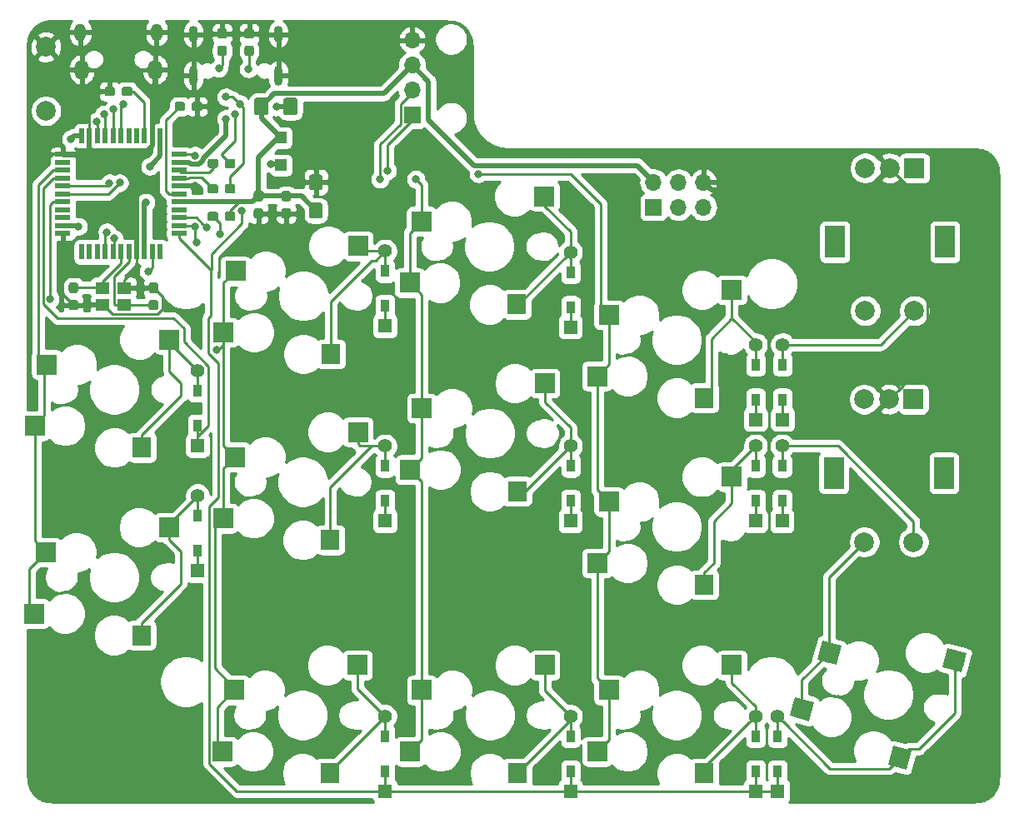
<source format=gbl>
G04 #@! TF.GenerationSoftware,KiCad,Pcbnew,(5.1.4-0-10_14)*
G04 #@! TF.CreationDate,2019-11-24T20:28:34+09:00*
G04 #@! TF.ProjectId,palette1202-OB,70616c65-7474-4653-9132-30322d4f422e,rev?*
G04 #@! TF.SameCoordinates,Original*
G04 #@! TF.FileFunction,Copper,L2,Bot*
G04 #@! TF.FilePolarity,Positive*
%FSLAX46Y46*%
G04 Gerber Fmt 4.6, Leading zero omitted, Abs format (unit mm)*
G04 Created by KiCad (PCBNEW (5.1.4-0-10_14)) date 2019-11-24 20:28:34*
%MOMM*%
%LPD*%
G04 APERTURE LIST*
%ADD10R,0.950000X1.300000*%
%ADD11R,1.397000X1.397000*%
%ADD12C,1.397000*%
%ADD13O,1.700000X1.700000*%
%ADD14R,1.700000X1.700000*%
%ADD15O,0.900000X1.700000*%
%ADD16O,0.900000X2.000000*%
%ADD17O,1.150000X1.800000*%
%ADD18O,1.450000X2.000000*%
%ADD19C,2.000000*%
%ADD20C,0.100000*%
%ADD21C,1.900000*%
%ADD22R,2.000000X2.000000*%
%ADD23R,1.900000X2.000000*%
%ADD24R,2.000000X3.200000*%
%ADD25C,0.950000*%
%ADD26R,1.400000X1.200000*%
%ADD27R,1.500000X0.500000*%
%ADD28R,0.500000X1.500000*%
%ADD29C,1.425000*%
%ADD30C,1.350000*%
%ADD31R,1.200000X1.200000*%
%ADD32C,0.800000*%
%ADD33C,0.250000*%
%ADD34C,0.500000*%
%ADD35C,0.254000*%
G04 APERTURE END LIST*
D10*
X123100000Y-73125000D03*
D11*
X123100000Y-75160000D03*
D12*
X123100000Y-67540000D03*
D10*
X123100000Y-69575000D03*
X163000000Y-120400000D03*
D11*
X163000000Y-122435000D03*
D12*
X163000000Y-114815000D03*
D10*
X163000000Y-116850000D03*
X160750000Y-92925000D03*
D11*
X160750000Y-94960000D03*
D12*
X160750000Y-87340000D03*
D10*
X160750000Y-89375000D03*
X160750000Y-82625000D03*
D11*
X160750000Y-84660000D03*
D12*
X160750000Y-77040000D03*
D10*
X160750000Y-79075000D03*
X160750000Y-120400000D03*
D11*
X160750000Y-122435000D03*
D12*
X160750000Y-114815000D03*
D10*
X160750000Y-116850000D03*
X141950000Y-92925000D03*
D11*
X141950000Y-94960000D03*
D12*
X141950000Y-87340000D03*
D10*
X141950000Y-89375000D03*
X141950000Y-73225000D03*
D11*
X141950000Y-75260000D03*
D12*
X141950000Y-67640000D03*
D10*
X141950000Y-69675000D03*
X163450000Y-92925000D03*
D11*
X163450000Y-94960000D03*
D12*
X163450000Y-87340000D03*
D10*
X163450000Y-89375000D03*
X141950000Y-120400000D03*
D11*
X141950000Y-122435000D03*
D12*
X141950000Y-114815000D03*
D10*
X141950000Y-116850000D03*
X123100000Y-92925000D03*
D11*
X123100000Y-94960000D03*
D12*
X123100000Y-87340000D03*
D10*
X123100000Y-89375000D03*
X163500000Y-82625000D03*
D11*
X163500000Y-84660000D03*
D12*
X163500000Y-77040000D03*
D10*
X163500000Y-79075000D03*
X123100000Y-120400000D03*
D11*
X123100000Y-122435000D03*
D12*
X123100000Y-114815000D03*
D10*
X123100000Y-116850000D03*
X104050000Y-98000000D03*
D11*
X104050000Y-100035000D03*
D12*
X104050000Y-92415000D03*
D10*
X104050000Y-94450000D03*
X104050000Y-85275000D03*
D11*
X104050000Y-87310000D03*
D12*
X104050000Y-79690000D03*
D10*
X104050000Y-81725000D03*
D13*
X125857000Y-46088300D03*
X125857000Y-48628300D03*
X125857000Y-51168300D03*
D14*
X125857000Y-53708300D03*
D15*
X103630000Y-45512000D03*
X112270000Y-45512000D03*
D16*
X103630000Y-49682000D03*
X112270000Y-49682000D03*
D17*
X92137000Y-45294000D03*
X99887000Y-45294000D03*
D18*
X92287000Y-49094000D03*
X99737000Y-49094000D03*
D19*
X180973985Y-109142483D03*
D20*
G36*
X182198730Y-108435376D02*
G01*
X181681092Y-110367228D01*
X179749240Y-109849590D01*
X180266878Y-107917738D01*
X182198730Y-108435376D01*
X182198730Y-108435376D01*
G37*
D19*
X168242512Y-108360697D03*
D20*
G36*
X169467257Y-107653590D02*
G01*
X168949619Y-109585442D01*
X167017767Y-109067804D01*
X167535405Y-107135952D01*
X169467257Y-107653590D01*
X169467257Y-107653590D01*
G37*
D21*
X175427560Y-119023656D03*
D20*
G36*
X176604009Y-118303608D02*
G01*
X176086370Y-120235460D01*
X174251111Y-119743704D01*
X174768750Y-117811852D01*
X176604009Y-118303608D01*
X176604009Y-118303608D01*
G37*
D19*
X165468370Y-114077491D03*
D20*
G36*
X166693115Y-113370384D02*
G01*
X166175477Y-115302236D01*
X164243625Y-114784598D01*
X164761263Y-112852746D01*
X166693115Y-113370384D01*
X166693115Y-113370384D01*
G37*
D22*
X158350000Y-109620000D03*
X145850000Y-112160000D03*
D23*
X155550000Y-120600000D03*
D22*
X144650000Y-118400000D03*
X158350000Y-90470000D03*
X145850000Y-93010000D03*
D23*
X155550000Y-101450000D03*
D22*
X144650000Y-99250000D03*
X158350000Y-71470000D03*
X145850000Y-74010000D03*
D23*
X155550000Y-82450000D03*
D22*
X144650000Y-80250000D03*
X139350000Y-109620000D03*
X126850000Y-112160000D03*
D23*
X136550000Y-120600000D03*
D22*
X125650000Y-118400000D03*
X139350000Y-80970000D03*
X126850000Y-83510000D03*
D23*
X136550000Y-91950000D03*
D22*
X125650000Y-89750000D03*
X139300000Y-61970000D03*
X126800000Y-64510000D03*
D23*
X136500000Y-72950000D03*
D22*
X125600000Y-70750000D03*
X120300000Y-109620000D03*
X107800000Y-112160000D03*
D23*
X117500000Y-120600000D03*
D22*
X106600000Y-118400000D03*
X120350000Y-85920000D03*
X107850000Y-88460000D03*
D23*
X117550000Y-96900000D03*
D22*
X106650000Y-94700000D03*
X120400000Y-67020000D03*
X107900000Y-69560000D03*
D23*
X117600000Y-78000000D03*
D22*
X106700000Y-75800000D03*
X101160000Y-95600000D03*
X88660000Y-98140000D03*
D23*
X98360000Y-106580000D03*
D22*
X87460000Y-104380000D03*
X101200000Y-76520000D03*
X88700000Y-79060000D03*
D23*
X98400000Y-87500000D03*
D22*
X87500000Y-85300000D03*
D19*
X88646000Y-53288000D03*
X88646000Y-46788000D03*
D22*
X176900000Y-59100000D03*
D19*
X174400000Y-59100000D03*
X171900000Y-59100000D03*
D24*
X180000000Y-66600000D03*
X168800000Y-66600000D03*
D19*
X176900000Y-73600000D03*
X171900000Y-73600000D03*
D20*
G36*
X104309779Y-52358144D02*
G01*
X104332834Y-52361563D01*
X104355443Y-52367227D01*
X104377387Y-52375079D01*
X104398457Y-52385044D01*
X104418448Y-52397026D01*
X104437168Y-52410910D01*
X104454438Y-52426562D01*
X104470090Y-52443832D01*
X104483974Y-52462552D01*
X104495956Y-52482543D01*
X104505921Y-52503613D01*
X104513773Y-52525557D01*
X104519437Y-52548166D01*
X104522856Y-52571221D01*
X104524000Y-52594500D01*
X104524000Y-53069500D01*
X104522856Y-53092779D01*
X104519437Y-53115834D01*
X104513773Y-53138443D01*
X104505921Y-53160387D01*
X104495956Y-53181457D01*
X104483974Y-53201448D01*
X104470090Y-53220168D01*
X104454438Y-53237438D01*
X104437168Y-53253090D01*
X104418448Y-53266974D01*
X104398457Y-53278956D01*
X104377387Y-53288921D01*
X104355443Y-53296773D01*
X104332834Y-53302437D01*
X104309779Y-53305856D01*
X104286500Y-53307000D01*
X103711500Y-53307000D01*
X103688221Y-53305856D01*
X103665166Y-53302437D01*
X103642557Y-53296773D01*
X103620613Y-53288921D01*
X103599543Y-53278956D01*
X103579552Y-53266974D01*
X103560832Y-53253090D01*
X103543562Y-53237438D01*
X103527910Y-53220168D01*
X103514026Y-53201448D01*
X103502044Y-53181457D01*
X103492079Y-53160387D01*
X103484227Y-53138443D01*
X103478563Y-53115834D01*
X103475144Y-53092779D01*
X103474000Y-53069500D01*
X103474000Y-52594500D01*
X103475144Y-52571221D01*
X103478563Y-52548166D01*
X103484227Y-52525557D01*
X103492079Y-52503613D01*
X103502044Y-52482543D01*
X103514026Y-52462552D01*
X103527910Y-52443832D01*
X103543562Y-52426562D01*
X103560832Y-52410910D01*
X103579552Y-52397026D01*
X103599543Y-52385044D01*
X103620613Y-52375079D01*
X103642557Y-52367227D01*
X103665166Y-52361563D01*
X103688221Y-52358144D01*
X103711500Y-52357000D01*
X104286500Y-52357000D01*
X104309779Y-52358144D01*
X104309779Y-52358144D01*
G37*
D25*
X103999000Y-52832000D03*
D20*
G36*
X102559779Y-52358144D02*
G01*
X102582834Y-52361563D01*
X102605443Y-52367227D01*
X102627387Y-52375079D01*
X102648457Y-52385044D01*
X102668448Y-52397026D01*
X102687168Y-52410910D01*
X102704438Y-52426562D01*
X102720090Y-52443832D01*
X102733974Y-52462552D01*
X102745956Y-52482543D01*
X102755921Y-52503613D01*
X102763773Y-52525557D01*
X102769437Y-52548166D01*
X102772856Y-52571221D01*
X102774000Y-52594500D01*
X102774000Y-53069500D01*
X102772856Y-53092779D01*
X102769437Y-53115834D01*
X102763773Y-53138443D01*
X102755921Y-53160387D01*
X102745956Y-53181457D01*
X102733974Y-53201448D01*
X102720090Y-53220168D01*
X102704438Y-53237438D01*
X102687168Y-53253090D01*
X102668448Y-53266974D01*
X102648457Y-53278956D01*
X102627387Y-53288921D01*
X102605443Y-53296773D01*
X102582834Y-53302437D01*
X102559779Y-53305856D01*
X102536500Y-53307000D01*
X101961500Y-53307000D01*
X101938221Y-53305856D01*
X101915166Y-53302437D01*
X101892557Y-53296773D01*
X101870613Y-53288921D01*
X101849543Y-53278956D01*
X101829552Y-53266974D01*
X101810832Y-53253090D01*
X101793562Y-53237438D01*
X101777910Y-53220168D01*
X101764026Y-53201448D01*
X101752044Y-53181457D01*
X101742079Y-53160387D01*
X101734227Y-53138443D01*
X101728563Y-53115834D01*
X101725144Y-53092779D01*
X101724000Y-53069500D01*
X101724000Y-52594500D01*
X101725144Y-52571221D01*
X101728563Y-52548166D01*
X101734227Y-52525557D01*
X101742079Y-52503613D01*
X101752044Y-52482543D01*
X101764026Y-52462552D01*
X101777910Y-52443832D01*
X101793562Y-52426562D01*
X101810832Y-52410910D01*
X101829552Y-52397026D01*
X101849543Y-52385044D01*
X101870613Y-52375079D01*
X101892557Y-52367227D01*
X101915166Y-52361563D01*
X101938221Y-52358144D01*
X101961500Y-52357000D01*
X102536500Y-52357000D01*
X102559779Y-52358144D01*
X102559779Y-52358144D01*
G37*
D25*
X102249000Y-52832000D03*
D20*
G36*
X105925279Y-60740144D02*
G01*
X105948334Y-60743563D01*
X105970943Y-60749227D01*
X105992887Y-60757079D01*
X106013957Y-60767044D01*
X106033948Y-60779026D01*
X106052668Y-60792910D01*
X106069938Y-60808562D01*
X106085590Y-60825832D01*
X106099474Y-60844552D01*
X106111456Y-60864543D01*
X106121421Y-60885613D01*
X106129273Y-60907557D01*
X106134937Y-60930166D01*
X106138356Y-60953221D01*
X106139500Y-60976500D01*
X106139500Y-61451500D01*
X106138356Y-61474779D01*
X106134937Y-61497834D01*
X106129273Y-61520443D01*
X106121421Y-61542387D01*
X106111456Y-61563457D01*
X106099474Y-61583448D01*
X106085590Y-61602168D01*
X106069938Y-61619438D01*
X106052668Y-61635090D01*
X106033948Y-61648974D01*
X106013957Y-61660956D01*
X105992887Y-61670921D01*
X105970943Y-61678773D01*
X105948334Y-61684437D01*
X105925279Y-61687856D01*
X105902000Y-61689000D01*
X105327000Y-61689000D01*
X105303721Y-61687856D01*
X105280666Y-61684437D01*
X105258057Y-61678773D01*
X105236113Y-61670921D01*
X105215043Y-61660956D01*
X105195052Y-61648974D01*
X105176332Y-61635090D01*
X105159062Y-61619438D01*
X105143410Y-61602168D01*
X105129526Y-61583448D01*
X105117544Y-61563457D01*
X105107579Y-61542387D01*
X105099727Y-61520443D01*
X105094063Y-61497834D01*
X105090644Y-61474779D01*
X105089500Y-61451500D01*
X105089500Y-60976500D01*
X105090644Y-60953221D01*
X105094063Y-60930166D01*
X105099727Y-60907557D01*
X105107579Y-60885613D01*
X105117544Y-60864543D01*
X105129526Y-60844552D01*
X105143410Y-60825832D01*
X105159062Y-60808562D01*
X105176332Y-60792910D01*
X105195052Y-60779026D01*
X105215043Y-60767044D01*
X105236113Y-60757079D01*
X105258057Y-60749227D01*
X105280666Y-60743563D01*
X105303721Y-60740144D01*
X105327000Y-60739000D01*
X105902000Y-60739000D01*
X105925279Y-60740144D01*
X105925279Y-60740144D01*
G37*
D25*
X105614500Y-61214000D03*
D20*
G36*
X107675279Y-60740144D02*
G01*
X107698334Y-60743563D01*
X107720943Y-60749227D01*
X107742887Y-60757079D01*
X107763957Y-60767044D01*
X107783948Y-60779026D01*
X107802668Y-60792910D01*
X107819938Y-60808562D01*
X107835590Y-60825832D01*
X107849474Y-60844552D01*
X107861456Y-60864543D01*
X107871421Y-60885613D01*
X107879273Y-60907557D01*
X107884937Y-60930166D01*
X107888356Y-60953221D01*
X107889500Y-60976500D01*
X107889500Y-61451500D01*
X107888356Y-61474779D01*
X107884937Y-61497834D01*
X107879273Y-61520443D01*
X107871421Y-61542387D01*
X107861456Y-61563457D01*
X107849474Y-61583448D01*
X107835590Y-61602168D01*
X107819938Y-61619438D01*
X107802668Y-61635090D01*
X107783948Y-61648974D01*
X107763957Y-61660956D01*
X107742887Y-61670921D01*
X107720943Y-61678773D01*
X107698334Y-61684437D01*
X107675279Y-61687856D01*
X107652000Y-61689000D01*
X107077000Y-61689000D01*
X107053721Y-61687856D01*
X107030666Y-61684437D01*
X107008057Y-61678773D01*
X106986113Y-61670921D01*
X106965043Y-61660956D01*
X106945052Y-61648974D01*
X106926332Y-61635090D01*
X106909062Y-61619438D01*
X106893410Y-61602168D01*
X106879526Y-61583448D01*
X106867544Y-61563457D01*
X106857579Y-61542387D01*
X106849727Y-61520443D01*
X106844063Y-61497834D01*
X106840644Y-61474779D01*
X106839500Y-61451500D01*
X106839500Y-60976500D01*
X106840644Y-60953221D01*
X106844063Y-60930166D01*
X106849727Y-60907557D01*
X106857579Y-60885613D01*
X106867544Y-60864543D01*
X106879526Y-60844552D01*
X106893410Y-60825832D01*
X106909062Y-60808562D01*
X106926332Y-60792910D01*
X106945052Y-60779026D01*
X106965043Y-60767044D01*
X106986113Y-60757079D01*
X107008057Y-60749227D01*
X107030666Y-60743563D01*
X107053721Y-60740144D01*
X107077000Y-60739000D01*
X107652000Y-60739000D01*
X107675279Y-60740144D01*
X107675279Y-60740144D01*
G37*
D25*
X107364500Y-61214000D03*
D26*
X94404000Y-72986000D03*
X96604000Y-72986000D03*
X96604000Y-71286000D03*
X94404000Y-71286000D03*
D20*
G36*
X99828779Y-70737144D02*
G01*
X99851834Y-70740563D01*
X99874443Y-70746227D01*
X99896387Y-70754079D01*
X99917457Y-70764044D01*
X99937448Y-70776026D01*
X99956168Y-70789910D01*
X99973438Y-70805562D01*
X99989090Y-70822832D01*
X100002974Y-70841552D01*
X100014956Y-70861543D01*
X100024921Y-70882613D01*
X100032773Y-70904557D01*
X100038437Y-70927166D01*
X100041856Y-70950221D01*
X100043000Y-70973500D01*
X100043000Y-71548500D01*
X100041856Y-71571779D01*
X100038437Y-71594834D01*
X100032773Y-71617443D01*
X100024921Y-71639387D01*
X100014956Y-71660457D01*
X100002974Y-71680448D01*
X99989090Y-71699168D01*
X99973438Y-71716438D01*
X99956168Y-71732090D01*
X99937448Y-71745974D01*
X99917457Y-71757956D01*
X99896387Y-71767921D01*
X99874443Y-71775773D01*
X99851834Y-71781437D01*
X99828779Y-71784856D01*
X99805500Y-71786000D01*
X99330500Y-71786000D01*
X99307221Y-71784856D01*
X99284166Y-71781437D01*
X99261557Y-71775773D01*
X99239613Y-71767921D01*
X99218543Y-71757956D01*
X99198552Y-71745974D01*
X99179832Y-71732090D01*
X99162562Y-71716438D01*
X99146910Y-71699168D01*
X99133026Y-71680448D01*
X99121044Y-71660457D01*
X99111079Y-71639387D01*
X99103227Y-71617443D01*
X99097563Y-71594834D01*
X99094144Y-71571779D01*
X99093000Y-71548500D01*
X99093000Y-70973500D01*
X99094144Y-70950221D01*
X99097563Y-70927166D01*
X99103227Y-70904557D01*
X99111079Y-70882613D01*
X99121044Y-70861543D01*
X99133026Y-70841552D01*
X99146910Y-70822832D01*
X99162562Y-70805562D01*
X99179832Y-70789910D01*
X99198552Y-70776026D01*
X99218543Y-70764044D01*
X99239613Y-70754079D01*
X99261557Y-70746227D01*
X99284166Y-70740563D01*
X99307221Y-70737144D01*
X99330500Y-70736000D01*
X99805500Y-70736000D01*
X99828779Y-70737144D01*
X99828779Y-70737144D01*
G37*
D25*
X99568000Y-71261000D03*
D20*
G36*
X99828779Y-72487144D02*
G01*
X99851834Y-72490563D01*
X99874443Y-72496227D01*
X99896387Y-72504079D01*
X99917457Y-72514044D01*
X99937448Y-72526026D01*
X99956168Y-72539910D01*
X99973438Y-72555562D01*
X99989090Y-72572832D01*
X100002974Y-72591552D01*
X100014956Y-72611543D01*
X100024921Y-72632613D01*
X100032773Y-72654557D01*
X100038437Y-72677166D01*
X100041856Y-72700221D01*
X100043000Y-72723500D01*
X100043000Y-73298500D01*
X100041856Y-73321779D01*
X100038437Y-73344834D01*
X100032773Y-73367443D01*
X100024921Y-73389387D01*
X100014956Y-73410457D01*
X100002974Y-73430448D01*
X99989090Y-73449168D01*
X99973438Y-73466438D01*
X99956168Y-73482090D01*
X99937448Y-73495974D01*
X99917457Y-73507956D01*
X99896387Y-73517921D01*
X99874443Y-73525773D01*
X99851834Y-73531437D01*
X99828779Y-73534856D01*
X99805500Y-73536000D01*
X99330500Y-73536000D01*
X99307221Y-73534856D01*
X99284166Y-73531437D01*
X99261557Y-73525773D01*
X99239613Y-73517921D01*
X99218543Y-73507956D01*
X99198552Y-73495974D01*
X99179832Y-73482090D01*
X99162562Y-73466438D01*
X99146910Y-73449168D01*
X99133026Y-73430448D01*
X99121044Y-73410457D01*
X99111079Y-73389387D01*
X99103227Y-73367443D01*
X99097563Y-73344834D01*
X99094144Y-73321779D01*
X99093000Y-73298500D01*
X99093000Y-72723500D01*
X99094144Y-72700221D01*
X99097563Y-72677166D01*
X99103227Y-72654557D01*
X99111079Y-72632613D01*
X99121044Y-72611543D01*
X99133026Y-72591552D01*
X99146910Y-72572832D01*
X99162562Y-72555562D01*
X99179832Y-72539910D01*
X99198552Y-72526026D01*
X99218543Y-72514044D01*
X99239613Y-72504079D01*
X99261557Y-72496227D01*
X99284166Y-72490563D01*
X99307221Y-72487144D01*
X99330500Y-72486000D01*
X99805500Y-72486000D01*
X99828779Y-72487144D01*
X99828779Y-72487144D01*
G37*
D25*
X99568000Y-73011000D03*
D27*
X102166000Y-57722000D03*
X102166000Y-58522000D03*
X102166000Y-59322000D03*
X102166000Y-60122000D03*
X102166000Y-60922000D03*
X102166000Y-61722000D03*
X102166000Y-62522000D03*
X102166000Y-63322000D03*
X102166000Y-64122000D03*
X102166000Y-64922000D03*
X102166000Y-65722000D03*
D28*
X100266000Y-67622000D03*
X99466000Y-67622000D03*
X98666000Y-67622000D03*
X97866000Y-67622000D03*
X97066000Y-67622000D03*
X96266000Y-67622000D03*
X95466000Y-67622000D03*
X94666000Y-67622000D03*
X93866000Y-67622000D03*
X93066000Y-67622000D03*
X92266000Y-67622000D03*
D27*
X90366000Y-65722000D03*
X90366000Y-64922000D03*
X90366000Y-64122000D03*
X90366000Y-63322000D03*
X90366000Y-62522000D03*
X90366000Y-61722000D03*
X90366000Y-60922000D03*
X90366000Y-60122000D03*
X90366000Y-59322000D03*
X90366000Y-58522000D03*
X90366000Y-57722000D03*
D28*
X92266000Y-55822000D03*
X93066000Y-55822000D03*
X93866000Y-55822000D03*
X94666000Y-55822000D03*
X95466000Y-55822000D03*
X96266000Y-55822000D03*
X97066000Y-55822000D03*
X97866000Y-55822000D03*
X98666000Y-55822000D03*
X99466000Y-55822000D03*
X100266000Y-55822000D03*
D20*
G36*
X109556979Y-46655344D02*
G01*
X109580034Y-46658763D01*
X109602643Y-46664427D01*
X109624587Y-46672279D01*
X109645657Y-46682244D01*
X109665648Y-46694226D01*
X109684368Y-46708110D01*
X109701638Y-46723762D01*
X109717290Y-46741032D01*
X109731174Y-46759752D01*
X109743156Y-46779743D01*
X109753121Y-46800813D01*
X109760973Y-46822757D01*
X109766637Y-46845366D01*
X109770056Y-46868421D01*
X109771200Y-46891700D01*
X109771200Y-47466700D01*
X109770056Y-47489979D01*
X109766637Y-47513034D01*
X109760973Y-47535643D01*
X109753121Y-47557587D01*
X109743156Y-47578657D01*
X109731174Y-47598648D01*
X109717290Y-47617368D01*
X109701638Y-47634638D01*
X109684368Y-47650290D01*
X109665648Y-47664174D01*
X109645657Y-47676156D01*
X109624587Y-47686121D01*
X109602643Y-47693973D01*
X109580034Y-47699637D01*
X109556979Y-47703056D01*
X109533700Y-47704200D01*
X109058700Y-47704200D01*
X109035421Y-47703056D01*
X109012366Y-47699637D01*
X108989757Y-47693973D01*
X108967813Y-47686121D01*
X108946743Y-47676156D01*
X108926752Y-47664174D01*
X108908032Y-47650290D01*
X108890762Y-47634638D01*
X108875110Y-47617368D01*
X108861226Y-47598648D01*
X108849244Y-47578657D01*
X108839279Y-47557587D01*
X108831427Y-47535643D01*
X108825763Y-47513034D01*
X108822344Y-47489979D01*
X108821200Y-47466700D01*
X108821200Y-46891700D01*
X108822344Y-46868421D01*
X108825763Y-46845366D01*
X108831427Y-46822757D01*
X108839279Y-46800813D01*
X108849244Y-46779743D01*
X108861226Y-46759752D01*
X108875110Y-46741032D01*
X108890762Y-46723762D01*
X108908032Y-46708110D01*
X108926752Y-46694226D01*
X108946743Y-46682244D01*
X108967813Y-46672279D01*
X108989757Y-46664427D01*
X109012366Y-46658763D01*
X109035421Y-46655344D01*
X109058700Y-46654200D01*
X109533700Y-46654200D01*
X109556979Y-46655344D01*
X109556979Y-46655344D01*
G37*
D25*
X109296200Y-47179200D03*
D20*
G36*
X109556979Y-44905344D02*
G01*
X109580034Y-44908763D01*
X109602643Y-44914427D01*
X109624587Y-44922279D01*
X109645657Y-44932244D01*
X109665648Y-44944226D01*
X109684368Y-44958110D01*
X109701638Y-44973762D01*
X109717290Y-44991032D01*
X109731174Y-45009752D01*
X109743156Y-45029743D01*
X109753121Y-45050813D01*
X109760973Y-45072757D01*
X109766637Y-45095366D01*
X109770056Y-45118421D01*
X109771200Y-45141700D01*
X109771200Y-45716700D01*
X109770056Y-45739979D01*
X109766637Y-45763034D01*
X109760973Y-45785643D01*
X109753121Y-45807587D01*
X109743156Y-45828657D01*
X109731174Y-45848648D01*
X109717290Y-45867368D01*
X109701638Y-45884638D01*
X109684368Y-45900290D01*
X109665648Y-45914174D01*
X109645657Y-45926156D01*
X109624587Y-45936121D01*
X109602643Y-45943973D01*
X109580034Y-45949637D01*
X109556979Y-45953056D01*
X109533700Y-45954200D01*
X109058700Y-45954200D01*
X109035421Y-45953056D01*
X109012366Y-45949637D01*
X108989757Y-45943973D01*
X108967813Y-45936121D01*
X108946743Y-45926156D01*
X108926752Y-45914174D01*
X108908032Y-45900290D01*
X108890762Y-45884638D01*
X108875110Y-45867368D01*
X108861226Y-45848648D01*
X108849244Y-45828657D01*
X108839279Y-45807587D01*
X108831427Y-45785643D01*
X108825763Y-45763034D01*
X108822344Y-45739979D01*
X108821200Y-45716700D01*
X108821200Y-45141700D01*
X108822344Y-45118421D01*
X108825763Y-45095366D01*
X108831427Y-45072757D01*
X108839279Y-45050813D01*
X108849244Y-45029743D01*
X108861226Y-45009752D01*
X108875110Y-44991032D01*
X108890762Y-44973762D01*
X108908032Y-44958110D01*
X108926752Y-44944226D01*
X108946743Y-44932244D01*
X108967813Y-44922279D01*
X108989757Y-44914427D01*
X109012366Y-44908763D01*
X109035421Y-44905344D01*
X109058700Y-44904200D01*
X109533700Y-44904200D01*
X109556979Y-44905344D01*
X109556979Y-44905344D01*
G37*
D25*
X109296200Y-45429200D03*
D19*
X171800000Y-97100000D03*
X176800000Y-97100000D03*
D24*
X168700000Y-90100000D03*
X179900000Y-90100000D03*
D19*
X171800000Y-82600000D03*
X174300000Y-82600000D03*
D22*
X176800000Y-82600000D03*
D20*
G36*
X91700779Y-70737144D02*
G01*
X91723834Y-70740563D01*
X91746443Y-70746227D01*
X91768387Y-70754079D01*
X91789457Y-70764044D01*
X91809448Y-70776026D01*
X91828168Y-70789910D01*
X91845438Y-70805562D01*
X91861090Y-70822832D01*
X91874974Y-70841552D01*
X91886956Y-70861543D01*
X91896921Y-70882613D01*
X91904773Y-70904557D01*
X91910437Y-70927166D01*
X91913856Y-70950221D01*
X91915000Y-70973500D01*
X91915000Y-71548500D01*
X91913856Y-71571779D01*
X91910437Y-71594834D01*
X91904773Y-71617443D01*
X91896921Y-71639387D01*
X91886956Y-71660457D01*
X91874974Y-71680448D01*
X91861090Y-71699168D01*
X91845438Y-71716438D01*
X91828168Y-71732090D01*
X91809448Y-71745974D01*
X91789457Y-71757956D01*
X91768387Y-71767921D01*
X91746443Y-71775773D01*
X91723834Y-71781437D01*
X91700779Y-71784856D01*
X91677500Y-71786000D01*
X91202500Y-71786000D01*
X91179221Y-71784856D01*
X91156166Y-71781437D01*
X91133557Y-71775773D01*
X91111613Y-71767921D01*
X91090543Y-71757956D01*
X91070552Y-71745974D01*
X91051832Y-71732090D01*
X91034562Y-71716438D01*
X91018910Y-71699168D01*
X91005026Y-71680448D01*
X90993044Y-71660457D01*
X90983079Y-71639387D01*
X90975227Y-71617443D01*
X90969563Y-71594834D01*
X90966144Y-71571779D01*
X90965000Y-71548500D01*
X90965000Y-70973500D01*
X90966144Y-70950221D01*
X90969563Y-70927166D01*
X90975227Y-70904557D01*
X90983079Y-70882613D01*
X90993044Y-70861543D01*
X91005026Y-70841552D01*
X91018910Y-70822832D01*
X91034562Y-70805562D01*
X91051832Y-70789910D01*
X91070552Y-70776026D01*
X91090543Y-70764044D01*
X91111613Y-70754079D01*
X91133557Y-70746227D01*
X91156166Y-70740563D01*
X91179221Y-70737144D01*
X91202500Y-70736000D01*
X91677500Y-70736000D01*
X91700779Y-70737144D01*
X91700779Y-70737144D01*
G37*
D25*
X91440000Y-71261000D03*
D20*
G36*
X91700779Y-72487144D02*
G01*
X91723834Y-72490563D01*
X91746443Y-72496227D01*
X91768387Y-72504079D01*
X91789457Y-72514044D01*
X91809448Y-72526026D01*
X91828168Y-72539910D01*
X91845438Y-72555562D01*
X91861090Y-72572832D01*
X91874974Y-72591552D01*
X91886956Y-72611543D01*
X91896921Y-72632613D01*
X91904773Y-72654557D01*
X91910437Y-72677166D01*
X91913856Y-72700221D01*
X91915000Y-72723500D01*
X91915000Y-73298500D01*
X91913856Y-73321779D01*
X91910437Y-73344834D01*
X91904773Y-73367443D01*
X91896921Y-73389387D01*
X91886956Y-73410457D01*
X91874974Y-73430448D01*
X91861090Y-73449168D01*
X91845438Y-73466438D01*
X91828168Y-73482090D01*
X91809448Y-73495974D01*
X91789457Y-73507956D01*
X91768387Y-73517921D01*
X91746443Y-73525773D01*
X91723834Y-73531437D01*
X91700779Y-73534856D01*
X91677500Y-73536000D01*
X91202500Y-73536000D01*
X91179221Y-73534856D01*
X91156166Y-73531437D01*
X91133557Y-73525773D01*
X91111613Y-73517921D01*
X91090543Y-73507956D01*
X91070552Y-73495974D01*
X91051832Y-73482090D01*
X91034562Y-73466438D01*
X91018910Y-73449168D01*
X91005026Y-73430448D01*
X90993044Y-73410457D01*
X90983079Y-73389387D01*
X90975227Y-73367443D01*
X90969563Y-73344834D01*
X90966144Y-73321779D01*
X90965000Y-73298500D01*
X90965000Y-72723500D01*
X90966144Y-72700221D01*
X90969563Y-72677166D01*
X90975227Y-72654557D01*
X90983079Y-72632613D01*
X90993044Y-72611543D01*
X91005026Y-72591552D01*
X91018910Y-72572832D01*
X91034562Y-72555562D01*
X91051832Y-72539910D01*
X91070552Y-72526026D01*
X91090543Y-72514044D01*
X91111613Y-72504079D01*
X91133557Y-72496227D01*
X91156166Y-72490563D01*
X91179221Y-72487144D01*
X91202500Y-72486000D01*
X91677500Y-72486000D01*
X91700779Y-72487144D01*
X91700779Y-72487144D01*
G37*
D25*
X91440000Y-73011000D03*
D20*
G36*
X113988504Y-51958204D02*
G01*
X114012773Y-51961804D01*
X114036571Y-51967765D01*
X114059671Y-51976030D01*
X114081849Y-51986520D01*
X114102893Y-51999133D01*
X114122598Y-52013747D01*
X114140777Y-52030223D01*
X114157253Y-52048402D01*
X114171867Y-52068107D01*
X114184480Y-52089151D01*
X114194970Y-52111329D01*
X114203235Y-52134429D01*
X114209196Y-52158227D01*
X114212796Y-52182496D01*
X114214000Y-52207000D01*
X114214000Y-53457000D01*
X114212796Y-53481504D01*
X114209196Y-53505773D01*
X114203235Y-53529571D01*
X114194970Y-53552671D01*
X114184480Y-53574849D01*
X114171867Y-53595893D01*
X114157253Y-53615598D01*
X114140777Y-53633777D01*
X114122598Y-53650253D01*
X114102893Y-53664867D01*
X114081849Y-53677480D01*
X114059671Y-53687970D01*
X114036571Y-53696235D01*
X114012773Y-53702196D01*
X113988504Y-53705796D01*
X113964000Y-53707000D01*
X113039000Y-53707000D01*
X113014496Y-53705796D01*
X112990227Y-53702196D01*
X112966429Y-53696235D01*
X112943329Y-53687970D01*
X112921151Y-53677480D01*
X112900107Y-53664867D01*
X112880402Y-53650253D01*
X112862223Y-53633777D01*
X112845747Y-53615598D01*
X112831133Y-53595893D01*
X112818520Y-53574849D01*
X112808030Y-53552671D01*
X112799765Y-53529571D01*
X112793804Y-53505773D01*
X112790204Y-53481504D01*
X112789000Y-53457000D01*
X112789000Y-52207000D01*
X112790204Y-52182496D01*
X112793804Y-52158227D01*
X112799765Y-52134429D01*
X112808030Y-52111329D01*
X112818520Y-52089151D01*
X112831133Y-52068107D01*
X112845747Y-52048402D01*
X112862223Y-52030223D01*
X112880402Y-52013747D01*
X112900107Y-51999133D01*
X112921151Y-51986520D01*
X112943329Y-51976030D01*
X112966429Y-51967765D01*
X112990227Y-51961804D01*
X113014496Y-51958204D01*
X113039000Y-51957000D01*
X113964000Y-51957000D01*
X113988504Y-51958204D01*
X113988504Y-51958204D01*
G37*
D29*
X113501500Y-52832000D03*
D20*
G36*
X111013504Y-51958204D02*
G01*
X111037773Y-51961804D01*
X111061571Y-51967765D01*
X111084671Y-51976030D01*
X111106849Y-51986520D01*
X111127893Y-51999133D01*
X111147598Y-52013747D01*
X111165777Y-52030223D01*
X111182253Y-52048402D01*
X111196867Y-52068107D01*
X111209480Y-52089151D01*
X111219970Y-52111329D01*
X111228235Y-52134429D01*
X111234196Y-52158227D01*
X111237796Y-52182496D01*
X111239000Y-52207000D01*
X111239000Y-53457000D01*
X111237796Y-53481504D01*
X111234196Y-53505773D01*
X111228235Y-53529571D01*
X111219970Y-53552671D01*
X111209480Y-53574849D01*
X111196867Y-53595893D01*
X111182253Y-53615598D01*
X111165777Y-53633777D01*
X111147598Y-53650253D01*
X111127893Y-53664867D01*
X111106849Y-53677480D01*
X111084671Y-53687970D01*
X111061571Y-53696235D01*
X111037773Y-53702196D01*
X111013504Y-53705796D01*
X110989000Y-53707000D01*
X110064000Y-53707000D01*
X110039496Y-53705796D01*
X110015227Y-53702196D01*
X109991429Y-53696235D01*
X109968329Y-53687970D01*
X109946151Y-53677480D01*
X109925107Y-53664867D01*
X109905402Y-53650253D01*
X109887223Y-53633777D01*
X109870747Y-53615598D01*
X109856133Y-53595893D01*
X109843520Y-53574849D01*
X109833030Y-53552671D01*
X109824765Y-53529571D01*
X109818804Y-53505773D01*
X109815204Y-53481504D01*
X109814000Y-53457000D01*
X109814000Y-52207000D01*
X109815204Y-52182496D01*
X109818804Y-52158227D01*
X109824765Y-52134429D01*
X109833030Y-52111329D01*
X109843520Y-52089151D01*
X109856133Y-52068107D01*
X109870747Y-52048402D01*
X109887223Y-52030223D01*
X109905402Y-52013747D01*
X109925107Y-51999133D01*
X109946151Y-51986520D01*
X109968329Y-51976030D01*
X109991429Y-51967765D01*
X110015227Y-51961804D01*
X110039496Y-51958204D01*
X110064000Y-51957000D01*
X110989000Y-51957000D01*
X111013504Y-51958204D01*
X111013504Y-51958204D01*
G37*
D29*
X110526500Y-52832000D03*
D20*
G36*
X110496779Y-63180644D02*
G01*
X110519834Y-63184063D01*
X110542443Y-63189727D01*
X110564387Y-63197579D01*
X110585457Y-63207544D01*
X110605448Y-63219526D01*
X110624168Y-63233410D01*
X110641438Y-63249062D01*
X110657090Y-63266332D01*
X110670974Y-63285052D01*
X110682956Y-63305043D01*
X110692921Y-63326113D01*
X110700773Y-63348057D01*
X110706437Y-63370666D01*
X110709856Y-63393721D01*
X110711000Y-63417000D01*
X110711000Y-63992000D01*
X110709856Y-64015279D01*
X110706437Y-64038334D01*
X110700773Y-64060943D01*
X110692921Y-64082887D01*
X110682956Y-64103957D01*
X110670974Y-64123948D01*
X110657090Y-64142668D01*
X110641438Y-64159938D01*
X110624168Y-64175590D01*
X110605448Y-64189474D01*
X110585457Y-64201456D01*
X110564387Y-64211421D01*
X110542443Y-64219273D01*
X110519834Y-64224937D01*
X110496779Y-64228356D01*
X110473500Y-64229500D01*
X109998500Y-64229500D01*
X109975221Y-64228356D01*
X109952166Y-64224937D01*
X109929557Y-64219273D01*
X109907613Y-64211421D01*
X109886543Y-64201456D01*
X109866552Y-64189474D01*
X109847832Y-64175590D01*
X109830562Y-64159938D01*
X109814910Y-64142668D01*
X109801026Y-64123948D01*
X109789044Y-64103957D01*
X109779079Y-64082887D01*
X109771227Y-64060943D01*
X109765563Y-64038334D01*
X109762144Y-64015279D01*
X109761000Y-63992000D01*
X109761000Y-63417000D01*
X109762144Y-63393721D01*
X109765563Y-63370666D01*
X109771227Y-63348057D01*
X109779079Y-63326113D01*
X109789044Y-63305043D01*
X109801026Y-63285052D01*
X109814910Y-63266332D01*
X109830562Y-63249062D01*
X109847832Y-63233410D01*
X109866552Y-63219526D01*
X109886543Y-63207544D01*
X109907613Y-63197579D01*
X109929557Y-63189727D01*
X109952166Y-63184063D01*
X109975221Y-63180644D01*
X109998500Y-63179500D01*
X110473500Y-63179500D01*
X110496779Y-63180644D01*
X110496779Y-63180644D01*
G37*
D25*
X110236000Y-63704500D03*
D20*
G36*
X110496779Y-61430644D02*
G01*
X110519834Y-61434063D01*
X110542443Y-61439727D01*
X110564387Y-61447579D01*
X110585457Y-61457544D01*
X110605448Y-61469526D01*
X110624168Y-61483410D01*
X110641438Y-61499062D01*
X110657090Y-61516332D01*
X110670974Y-61535052D01*
X110682956Y-61555043D01*
X110692921Y-61576113D01*
X110700773Y-61598057D01*
X110706437Y-61620666D01*
X110709856Y-61643721D01*
X110711000Y-61667000D01*
X110711000Y-62242000D01*
X110709856Y-62265279D01*
X110706437Y-62288334D01*
X110700773Y-62310943D01*
X110692921Y-62332887D01*
X110682956Y-62353957D01*
X110670974Y-62373948D01*
X110657090Y-62392668D01*
X110641438Y-62409938D01*
X110624168Y-62425590D01*
X110605448Y-62439474D01*
X110585457Y-62451456D01*
X110564387Y-62461421D01*
X110542443Y-62469273D01*
X110519834Y-62474937D01*
X110496779Y-62478356D01*
X110473500Y-62479500D01*
X109998500Y-62479500D01*
X109975221Y-62478356D01*
X109952166Y-62474937D01*
X109929557Y-62469273D01*
X109907613Y-62461421D01*
X109886543Y-62451456D01*
X109866552Y-62439474D01*
X109847832Y-62425590D01*
X109830562Y-62409938D01*
X109814910Y-62392668D01*
X109801026Y-62373948D01*
X109789044Y-62353957D01*
X109779079Y-62332887D01*
X109771227Y-62310943D01*
X109765563Y-62288334D01*
X109762144Y-62265279D01*
X109761000Y-62242000D01*
X109761000Y-61667000D01*
X109762144Y-61643721D01*
X109765563Y-61620666D01*
X109771227Y-61598057D01*
X109779079Y-61576113D01*
X109789044Y-61555043D01*
X109801026Y-61535052D01*
X109814910Y-61516332D01*
X109830562Y-61499062D01*
X109847832Y-61483410D01*
X109866552Y-61469526D01*
X109886543Y-61457544D01*
X109907613Y-61447579D01*
X109929557Y-61439727D01*
X109952166Y-61434063D01*
X109975221Y-61430644D01*
X109998500Y-61429500D01*
X110473500Y-61429500D01*
X110496779Y-61430644D01*
X110496779Y-61430644D01*
G37*
D25*
X110236000Y-61954500D03*
D20*
G36*
X113320779Y-63180644D02*
G01*
X113343834Y-63184063D01*
X113366443Y-63189727D01*
X113388387Y-63197579D01*
X113409457Y-63207544D01*
X113429448Y-63219526D01*
X113448168Y-63233410D01*
X113465438Y-63249062D01*
X113481090Y-63266332D01*
X113494974Y-63285052D01*
X113506956Y-63305043D01*
X113516921Y-63326113D01*
X113524773Y-63348057D01*
X113530437Y-63370666D01*
X113533856Y-63393721D01*
X113535000Y-63417000D01*
X113535000Y-63992000D01*
X113533856Y-64015279D01*
X113530437Y-64038334D01*
X113524773Y-64060943D01*
X113516921Y-64082887D01*
X113506956Y-64103957D01*
X113494974Y-64123948D01*
X113481090Y-64142668D01*
X113465438Y-64159938D01*
X113448168Y-64175590D01*
X113429448Y-64189474D01*
X113409457Y-64201456D01*
X113388387Y-64211421D01*
X113366443Y-64219273D01*
X113343834Y-64224937D01*
X113320779Y-64228356D01*
X113297500Y-64229500D01*
X112822500Y-64229500D01*
X112799221Y-64228356D01*
X112776166Y-64224937D01*
X112753557Y-64219273D01*
X112731613Y-64211421D01*
X112710543Y-64201456D01*
X112690552Y-64189474D01*
X112671832Y-64175590D01*
X112654562Y-64159938D01*
X112638910Y-64142668D01*
X112625026Y-64123948D01*
X112613044Y-64103957D01*
X112603079Y-64082887D01*
X112595227Y-64060943D01*
X112589563Y-64038334D01*
X112586144Y-64015279D01*
X112585000Y-63992000D01*
X112585000Y-63417000D01*
X112586144Y-63393721D01*
X112589563Y-63370666D01*
X112595227Y-63348057D01*
X112603079Y-63326113D01*
X112613044Y-63305043D01*
X112625026Y-63285052D01*
X112638910Y-63266332D01*
X112654562Y-63249062D01*
X112671832Y-63233410D01*
X112690552Y-63219526D01*
X112710543Y-63207544D01*
X112731613Y-63197579D01*
X112753557Y-63189727D01*
X112776166Y-63184063D01*
X112799221Y-63180644D01*
X112822500Y-63179500D01*
X113297500Y-63179500D01*
X113320779Y-63180644D01*
X113320779Y-63180644D01*
G37*
D25*
X113060000Y-63704500D03*
D20*
G36*
X113320779Y-61430644D02*
G01*
X113343834Y-61434063D01*
X113366443Y-61439727D01*
X113388387Y-61447579D01*
X113409457Y-61457544D01*
X113429448Y-61469526D01*
X113448168Y-61483410D01*
X113465438Y-61499062D01*
X113481090Y-61516332D01*
X113494974Y-61535052D01*
X113506956Y-61555043D01*
X113516921Y-61576113D01*
X113524773Y-61598057D01*
X113530437Y-61620666D01*
X113533856Y-61643721D01*
X113535000Y-61667000D01*
X113535000Y-62242000D01*
X113533856Y-62265279D01*
X113530437Y-62288334D01*
X113524773Y-62310943D01*
X113516921Y-62332887D01*
X113506956Y-62353957D01*
X113494974Y-62373948D01*
X113481090Y-62392668D01*
X113465438Y-62409938D01*
X113448168Y-62425590D01*
X113429448Y-62439474D01*
X113409457Y-62451456D01*
X113388387Y-62461421D01*
X113366443Y-62469273D01*
X113343834Y-62474937D01*
X113320779Y-62478356D01*
X113297500Y-62479500D01*
X112822500Y-62479500D01*
X112799221Y-62478356D01*
X112776166Y-62474937D01*
X112753557Y-62469273D01*
X112731613Y-62461421D01*
X112710543Y-62451456D01*
X112690552Y-62439474D01*
X112671832Y-62425590D01*
X112654562Y-62409938D01*
X112638910Y-62392668D01*
X112625026Y-62373948D01*
X112613044Y-62353957D01*
X112603079Y-62332887D01*
X112595227Y-62310943D01*
X112589563Y-62288334D01*
X112586144Y-62265279D01*
X112585000Y-62242000D01*
X112585000Y-61667000D01*
X112586144Y-61643721D01*
X112589563Y-61620666D01*
X112595227Y-61598057D01*
X112603079Y-61576113D01*
X112613044Y-61555043D01*
X112625026Y-61535052D01*
X112638910Y-61516332D01*
X112654562Y-61499062D01*
X112671832Y-61483410D01*
X112690552Y-61469526D01*
X112710543Y-61457544D01*
X112731613Y-61447579D01*
X112753557Y-61439727D01*
X112776166Y-61434063D01*
X112799221Y-61430644D01*
X112822500Y-61429500D01*
X113297500Y-61429500D01*
X113320779Y-61430644D01*
X113320779Y-61430644D01*
G37*
D25*
X113060000Y-61954500D03*
D20*
G36*
X116527505Y-59752204D02*
G01*
X116551773Y-59755804D01*
X116575572Y-59761765D01*
X116598671Y-59770030D01*
X116620850Y-59780520D01*
X116641893Y-59793132D01*
X116661599Y-59807747D01*
X116679777Y-59824223D01*
X116696253Y-59842401D01*
X116710868Y-59862107D01*
X116723480Y-59883150D01*
X116733970Y-59905329D01*
X116742235Y-59928428D01*
X116748196Y-59952227D01*
X116751796Y-59976495D01*
X116753000Y-60000999D01*
X116753000Y-61076001D01*
X116751796Y-61100505D01*
X116748196Y-61124773D01*
X116742235Y-61148572D01*
X116733970Y-61171671D01*
X116723480Y-61193850D01*
X116710868Y-61214893D01*
X116696253Y-61234599D01*
X116679777Y-61252777D01*
X116661599Y-61269253D01*
X116641893Y-61283868D01*
X116620850Y-61296480D01*
X116598671Y-61306970D01*
X116575572Y-61315235D01*
X116551773Y-61321196D01*
X116527505Y-61324796D01*
X116503001Y-61326000D01*
X115652999Y-61326000D01*
X115628495Y-61324796D01*
X115604227Y-61321196D01*
X115580428Y-61315235D01*
X115557329Y-61306970D01*
X115535150Y-61296480D01*
X115514107Y-61283868D01*
X115494401Y-61269253D01*
X115476223Y-61252777D01*
X115459747Y-61234599D01*
X115445132Y-61214893D01*
X115432520Y-61193850D01*
X115422030Y-61171671D01*
X115413765Y-61148572D01*
X115407804Y-61124773D01*
X115404204Y-61100505D01*
X115403000Y-61076001D01*
X115403000Y-60000999D01*
X115404204Y-59976495D01*
X115407804Y-59952227D01*
X115413765Y-59928428D01*
X115422030Y-59905329D01*
X115432520Y-59883150D01*
X115445132Y-59862107D01*
X115459747Y-59842401D01*
X115476223Y-59824223D01*
X115494401Y-59807747D01*
X115514107Y-59793132D01*
X115535150Y-59780520D01*
X115557329Y-59770030D01*
X115580428Y-59761765D01*
X115604227Y-59755804D01*
X115628495Y-59752204D01*
X115652999Y-59751000D01*
X116503001Y-59751000D01*
X116527505Y-59752204D01*
X116527505Y-59752204D01*
G37*
D30*
X116078000Y-60538500D03*
D20*
G36*
X116527505Y-62627204D02*
G01*
X116551773Y-62630804D01*
X116575572Y-62636765D01*
X116598671Y-62645030D01*
X116620850Y-62655520D01*
X116641893Y-62668132D01*
X116661599Y-62682747D01*
X116679777Y-62699223D01*
X116696253Y-62717401D01*
X116710868Y-62737107D01*
X116723480Y-62758150D01*
X116733970Y-62780329D01*
X116742235Y-62803428D01*
X116748196Y-62827227D01*
X116751796Y-62851495D01*
X116753000Y-62875999D01*
X116753000Y-63951001D01*
X116751796Y-63975505D01*
X116748196Y-63999773D01*
X116742235Y-64023572D01*
X116733970Y-64046671D01*
X116723480Y-64068850D01*
X116710868Y-64089893D01*
X116696253Y-64109599D01*
X116679777Y-64127777D01*
X116661599Y-64144253D01*
X116641893Y-64158868D01*
X116620850Y-64171480D01*
X116598671Y-64181970D01*
X116575572Y-64190235D01*
X116551773Y-64196196D01*
X116527505Y-64199796D01*
X116503001Y-64201000D01*
X115652999Y-64201000D01*
X115628495Y-64199796D01*
X115604227Y-64196196D01*
X115580428Y-64190235D01*
X115557329Y-64181970D01*
X115535150Y-64171480D01*
X115514107Y-64158868D01*
X115494401Y-64144253D01*
X115476223Y-64127777D01*
X115459747Y-64109599D01*
X115445132Y-64089893D01*
X115432520Y-64068850D01*
X115422030Y-64046671D01*
X115413765Y-64023572D01*
X115407804Y-63999773D01*
X115404204Y-63975505D01*
X115403000Y-63951001D01*
X115403000Y-62875999D01*
X115404204Y-62851495D01*
X115407804Y-62827227D01*
X115413765Y-62803428D01*
X115422030Y-62780329D01*
X115432520Y-62758150D01*
X115445132Y-62737107D01*
X115459747Y-62717401D01*
X115476223Y-62699223D01*
X115494401Y-62682747D01*
X115514107Y-62668132D01*
X115535150Y-62655520D01*
X115557329Y-62645030D01*
X115580428Y-62636765D01*
X115604227Y-62630804D01*
X115628495Y-62627204D01*
X115652999Y-62626000D01*
X116503001Y-62626000D01*
X116527505Y-62627204D01*
X116527505Y-62627204D01*
G37*
D30*
X116078000Y-63413500D03*
D20*
G36*
X95447779Y-50834144D02*
G01*
X95470834Y-50837563D01*
X95493443Y-50843227D01*
X95515387Y-50851079D01*
X95536457Y-50861044D01*
X95556448Y-50873026D01*
X95575168Y-50886910D01*
X95592438Y-50902562D01*
X95608090Y-50919832D01*
X95621974Y-50938552D01*
X95633956Y-50958543D01*
X95643921Y-50979613D01*
X95651773Y-51001557D01*
X95657437Y-51024166D01*
X95660856Y-51047221D01*
X95662000Y-51070500D01*
X95662000Y-51545500D01*
X95660856Y-51568779D01*
X95657437Y-51591834D01*
X95651773Y-51614443D01*
X95643921Y-51636387D01*
X95633956Y-51657457D01*
X95621974Y-51677448D01*
X95608090Y-51696168D01*
X95592438Y-51713438D01*
X95575168Y-51729090D01*
X95556448Y-51742974D01*
X95536457Y-51754956D01*
X95515387Y-51764921D01*
X95493443Y-51772773D01*
X95470834Y-51778437D01*
X95447779Y-51781856D01*
X95424500Y-51783000D01*
X94849500Y-51783000D01*
X94826221Y-51781856D01*
X94803166Y-51778437D01*
X94780557Y-51772773D01*
X94758613Y-51764921D01*
X94737543Y-51754956D01*
X94717552Y-51742974D01*
X94698832Y-51729090D01*
X94681562Y-51713438D01*
X94665910Y-51696168D01*
X94652026Y-51677448D01*
X94640044Y-51657457D01*
X94630079Y-51636387D01*
X94622227Y-51614443D01*
X94616563Y-51591834D01*
X94613144Y-51568779D01*
X94612000Y-51545500D01*
X94612000Y-51070500D01*
X94613144Y-51047221D01*
X94616563Y-51024166D01*
X94622227Y-51001557D01*
X94630079Y-50979613D01*
X94640044Y-50958543D01*
X94652026Y-50938552D01*
X94665910Y-50919832D01*
X94681562Y-50902562D01*
X94698832Y-50886910D01*
X94717552Y-50873026D01*
X94737543Y-50861044D01*
X94758613Y-50851079D01*
X94780557Y-50843227D01*
X94803166Y-50837563D01*
X94826221Y-50834144D01*
X94849500Y-50833000D01*
X95424500Y-50833000D01*
X95447779Y-50834144D01*
X95447779Y-50834144D01*
G37*
D25*
X95137000Y-51308000D03*
D20*
G36*
X97197779Y-50834144D02*
G01*
X97220834Y-50837563D01*
X97243443Y-50843227D01*
X97265387Y-50851079D01*
X97286457Y-50861044D01*
X97306448Y-50873026D01*
X97325168Y-50886910D01*
X97342438Y-50902562D01*
X97358090Y-50919832D01*
X97371974Y-50938552D01*
X97383956Y-50958543D01*
X97393921Y-50979613D01*
X97401773Y-51001557D01*
X97407437Y-51024166D01*
X97410856Y-51047221D01*
X97412000Y-51070500D01*
X97412000Y-51545500D01*
X97410856Y-51568779D01*
X97407437Y-51591834D01*
X97401773Y-51614443D01*
X97393921Y-51636387D01*
X97383956Y-51657457D01*
X97371974Y-51677448D01*
X97358090Y-51696168D01*
X97342438Y-51713438D01*
X97325168Y-51729090D01*
X97306448Y-51742974D01*
X97286457Y-51754956D01*
X97265387Y-51764921D01*
X97243443Y-51772773D01*
X97220834Y-51778437D01*
X97197779Y-51781856D01*
X97174500Y-51783000D01*
X96599500Y-51783000D01*
X96576221Y-51781856D01*
X96553166Y-51778437D01*
X96530557Y-51772773D01*
X96508613Y-51764921D01*
X96487543Y-51754956D01*
X96467552Y-51742974D01*
X96448832Y-51729090D01*
X96431562Y-51713438D01*
X96415910Y-51696168D01*
X96402026Y-51677448D01*
X96390044Y-51657457D01*
X96380079Y-51636387D01*
X96372227Y-51614443D01*
X96366563Y-51591834D01*
X96363144Y-51568779D01*
X96362000Y-51545500D01*
X96362000Y-51070500D01*
X96363144Y-51047221D01*
X96366563Y-51024166D01*
X96372227Y-51001557D01*
X96380079Y-50979613D01*
X96390044Y-50958543D01*
X96402026Y-50938552D01*
X96415910Y-50919832D01*
X96431562Y-50902562D01*
X96448832Y-50886910D01*
X96467552Y-50873026D01*
X96487543Y-50861044D01*
X96508613Y-50851079D01*
X96530557Y-50843227D01*
X96553166Y-50837563D01*
X96576221Y-50834144D01*
X96599500Y-50833000D01*
X97174500Y-50833000D01*
X97197779Y-50834144D01*
X97197779Y-50834144D01*
G37*
D25*
X96887000Y-51308000D03*
D14*
X150368000Y-63092000D03*
D13*
X150368000Y-60552000D03*
X152908000Y-63092000D03*
X152908000Y-60552000D03*
X155448000Y-63092000D03*
X155448000Y-60552000D03*
D20*
G36*
X105925279Y-58156144D02*
G01*
X105948334Y-58159563D01*
X105970943Y-58165227D01*
X105992887Y-58173079D01*
X106013957Y-58183044D01*
X106033948Y-58195026D01*
X106052668Y-58208910D01*
X106069938Y-58224562D01*
X106085590Y-58241832D01*
X106099474Y-58260552D01*
X106111456Y-58280543D01*
X106121421Y-58301613D01*
X106129273Y-58323557D01*
X106134937Y-58346166D01*
X106138356Y-58369221D01*
X106139500Y-58392500D01*
X106139500Y-58867500D01*
X106138356Y-58890779D01*
X106134937Y-58913834D01*
X106129273Y-58936443D01*
X106121421Y-58958387D01*
X106111456Y-58979457D01*
X106099474Y-58999448D01*
X106085590Y-59018168D01*
X106069938Y-59035438D01*
X106052668Y-59051090D01*
X106033948Y-59064974D01*
X106013957Y-59076956D01*
X105992887Y-59086921D01*
X105970943Y-59094773D01*
X105948334Y-59100437D01*
X105925279Y-59103856D01*
X105902000Y-59105000D01*
X105327000Y-59105000D01*
X105303721Y-59103856D01*
X105280666Y-59100437D01*
X105258057Y-59094773D01*
X105236113Y-59086921D01*
X105215043Y-59076956D01*
X105195052Y-59064974D01*
X105176332Y-59051090D01*
X105159062Y-59035438D01*
X105143410Y-59018168D01*
X105129526Y-58999448D01*
X105117544Y-58979457D01*
X105107579Y-58958387D01*
X105099727Y-58936443D01*
X105094063Y-58913834D01*
X105090644Y-58890779D01*
X105089500Y-58867500D01*
X105089500Y-58392500D01*
X105090644Y-58369221D01*
X105094063Y-58346166D01*
X105099727Y-58323557D01*
X105107579Y-58301613D01*
X105117544Y-58280543D01*
X105129526Y-58260552D01*
X105143410Y-58241832D01*
X105159062Y-58224562D01*
X105176332Y-58208910D01*
X105195052Y-58195026D01*
X105215043Y-58183044D01*
X105236113Y-58173079D01*
X105258057Y-58165227D01*
X105280666Y-58159563D01*
X105303721Y-58156144D01*
X105327000Y-58155000D01*
X105902000Y-58155000D01*
X105925279Y-58156144D01*
X105925279Y-58156144D01*
G37*
D25*
X105614500Y-58630000D03*
D20*
G36*
X107675279Y-58156144D02*
G01*
X107698334Y-58159563D01*
X107720943Y-58165227D01*
X107742887Y-58173079D01*
X107763957Y-58183044D01*
X107783948Y-58195026D01*
X107802668Y-58208910D01*
X107819938Y-58224562D01*
X107835590Y-58241832D01*
X107849474Y-58260552D01*
X107861456Y-58280543D01*
X107871421Y-58301613D01*
X107879273Y-58323557D01*
X107884937Y-58346166D01*
X107888356Y-58369221D01*
X107889500Y-58392500D01*
X107889500Y-58867500D01*
X107888356Y-58890779D01*
X107884937Y-58913834D01*
X107879273Y-58936443D01*
X107871421Y-58958387D01*
X107861456Y-58979457D01*
X107849474Y-58999448D01*
X107835590Y-59018168D01*
X107819938Y-59035438D01*
X107802668Y-59051090D01*
X107783948Y-59064974D01*
X107763957Y-59076956D01*
X107742887Y-59086921D01*
X107720943Y-59094773D01*
X107698334Y-59100437D01*
X107675279Y-59103856D01*
X107652000Y-59105000D01*
X107077000Y-59105000D01*
X107053721Y-59103856D01*
X107030666Y-59100437D01*
X107008057Y-59094773D01*
X106986113Y-59086921D01*
X106965043Y-59076956D01*
X106945052Y-59064974D01*
X106926332Y-59051090D01*
X106909062Y-59035438D01*
X106893410Y-59018168D01*
X106879526Y-58999448D01*
X106867544Y-58979457D01*
X106857579Y-58958387D01*
X106849727Y-58936443D01*
X106844063Y-58913834D01*
X106840644Y-58890779D01*
X106839500Y-58867500D01*
X106839500Y-58392500D01*
X106840644Y-58369221D01*
X106844063Y-58346166D01*
X106849727Y-58323557D01*
X106857579Y-58301613D01*
X106867544Y-58280543D01*
X106879526Y-58260552D01*
X106893410Y-58241832D01*
X106909062Y-58224562D01*
X106926332Y-58208910D01*
X106945052Y-58195026D01*
X106965043Y-58183044D01*
X106986113Y-58173079D01*
X107008057Y-58165227D01*
X107030666Y-58159563D01*
X107053721Y-58156144D01*
X107077000Y-58155000D01*
X107652000Y-58155000D01*
X107675279Y-58156144D01*
X107675279Y-58156144D01*
G37*
D25*
X107364500Y-58630000D03*
D20*
G36*
X106813779Y-46655344D02*
G01*
X106836834Y-46658763D01*
X106859443Y-46664427D01*
X106881387Y-46672279D01*
X106902457Y-46682244D01*
X106922448Y-46694226D01*
X106941168Y-46708110D01*
X106958438Y-46723762D01*
X106974090Y-46741032D01*
X106987974Y-46759752D01*
X106999956Y-46779743D01*
X107009921Y-46800813D01*
X107017773Y-46822757D01*
X107023437Y-46845366D01*
X107026856Y-46868421D01*
X107028000Y-46891700D01*
X107028000Y-47466700D01*
X107026856Y-47489979D01*
X107023437Y-47513034D01*
X107017773Y-47535643D01*
X107009921Y-47557587D01*
X106999956Y-47578657D01*
X106987974Y-47598648D01*
X106974090Y-47617368D01*
X106958438Y-47634638D01*
X106941168Y-47650290D01*
X106922448Y-47664174D01*
X106902457Y-47676156D01*
X106881387Y-47686121D01*
X106859443Y-47693973D01*
X106836834Y-47699637D01*
X106813779Y-47703056D01*
X106790500Y-47704200D01*
X106315500Y-47704200D01*
X106292221Y-47703056D01*
X106269166Y-47699637D01*
X106246557Y-47693973D01*
X106224613Y-47686121D01*
X106203543Y-47676156D01*
X106183552Y-47664174D01*
X106164832Y-47650290D01*
X106147562Y-47634638D01*
X106131910Y-47617368D01*
X106118026Y-47598648D01*
X106106044Y-47578657D01*
X106096079Y-47557587D01*
X106088227Y-47535643D01*
X106082563Y-47513034D01*
X106079144Y-47489979D01*
X106078000Y-47466700D01*
X106078000Y-46891700D01*
X106079144Y-46868421D01*
X106082563Y-46845366D01*
X106088227Y-46822757D01*
X106096079Y-46800813D01*
X106106044Y-46779743D01*
X106118026Y-46759752D01*
X106131910Y-46741032D01*
X106147562Y-46723762D01*
X106164832Y-46708110D01*
X106183552Y-46694226D01*
X106203543Y-46682244D01*
X106224613Y-46672279D01*
X106246557Y-46664427D01*
X106269166Y-46658763D01*
X106292221Y-46655344D01*
X106315500Y-46654200D01*
X106790500Y-46654200D01*
X106813779Y-46655344D01*
X106813779Y-46655344D01*
G37*
D25*
X106553000Y-47179200D03*
D20*
G36*
X106813779Y-44905344D02*
G01*
X106836834Y-44908763D01*
X106859443Y-44914427D01*
X106881387Y-44922279D01*
X106902457Y-44932244D01*
X106922448Y-44944226D01*
X106941168Y-44958110D01*
X106958438Y-44973762D01*
X106974090Y-44991032D01*
X106987974Y-45009752D01*
X106999956Y-45029743D01*
X107009921Y-45050813D01*
X107017773Y-45072757D01*
X107023437Y-45095366D01*
X107026856Y-45118421D01*
X107028000Y-45141700D01*
X107028000Y-45716700D01*
X107026856Y-45739979D01*
X107023437Y-45763034D01*
X107017773Y-45785643D01*
X107009921Y-45807587D01*
X106999956Y-45828657D01*
X106987974Y-45848648D01*
X106974090Y-45867368D01*
X106958438Y-45884638D01*
X106941168Y-45900290D01*
X106922448Y-45914174D01*
X106902457Y-45926156D01*
X106881387Y-45936121D01*
X106859443Y-45943973D01*
X106836834Y-45949637D01*
X106813779Y-45953056D01*
X106790500Y-45954200D01*
X106315500Y-45954200D01*
X106292221Y-45953056D01*
X106269166Y-45949637D01*
X106246557Y-45943973D01*
X106224613Y-45936121D01*
X106203543Y-45926156D01*
X106183552Y-45914174D01*
X106164832Y-45900290D01*
X106147562Y-45884638D01*
X106131910Y-45867368D01*
X106118026Y-45848648D01*
X106106044Y-45828657D01*
X106096079Y-45807587D01*
X106088227Y-45785643D01*
X106082563Y-45763034D01*
X106079144Y-45739979D01*
X106078000Y-45716700D01*
X106078000Y-45141700D01*
X106079144Y-45118421D01*
X106082563Y-45095366D01*
X106088227Y-45072757D01*
X106096079Y-45050813D01*
X106106044Y-45029743D01*
X106118026Y-45009752D01*
X106131910Y-44991032D01*
X106147562Y-44973762D01*
X106164832Y-44958110D01*
X106183552Y-44944226D01*
X106203543Y-44932244D01*
X106224613Y-44922279D01*
X106246557Y-44914427D01*
X106269166Y-44908763D01*
X106292221Y-44905344D01*
X106315500Y-44904200D01*
X106790500Y-44904200D01*
X106813779Y-44905344D01*
X106813779Y-44905344D01*
G37*
D25*
X106553000Y-45429200D03*
D20*
G36*
X105925279Y-63534144D02*
G01*
X105948334Y-63537563D01*
X105970943Y-63543227D01*
X105992887Y-63551079D01*
X106013957Y-63561044D01*
X106033948Y-63573026D01*
X106052668Y-63586910D01*
X106069938Y-63602562D01*
X106085590Y-63619832D01*
X106099474Y-63638552D01*
X106111456Y-63658543D01*
X106121421Y-63679613D01*
X106129273Y-63701557D01*
X106134937Y-63724166D01*
X106138356Y-63747221D01*
X106139500Y-63770500D01*
X106139500Y-64245500D01*
X106138356Y-64268779D01*
X106134937Y-64291834D01*
X106129273Y-64314443D01*
X106121421Y-64336387D01*
X106111456Y-64357457D01*
X106099474Y-64377448D01*
X106085590Y-64396168D01*
X106069938Y-64413438D01*
X106052668Y-64429090D01*
X106033948Y-64442974D01*
X106013957Y-64454956D01*
X105992887Y-64464921D01*
X105970943Y-64472773D01*
X105948334Y-64478437D01*
X105925279Y-64481856D01*
X105902000Y-64483000D01*
X105327000Y-64483000D01*
X105303721Y-64481856D01*
X105280666Y-64478437D01*
X105258057Y-64472773D01*
X105236113Y-64464921D01*
X105215043Y-64454956D01*
X105195052Y-64442974D01*
X105176332Y-64429090D01*
X105159062Y-64413438D01*
X105143410Y-64396168D01*
X105129526Y-64377448D01*
X105117544Y-64357457D01*
X105107579Y-64336387D01*
X105099727Y-64314443D01*
X105094063Y-64291834D01*
X105090644Y-64268779D01*
X105089500Y-64245500D01*
X105089500Y-63770500D01*
X105090644Y-63747221D01*
X105094063Y-63724166D01*
X105099727Y-63701557D01*
X105107579Y-63679613D01*
X105117544Y-63658543D01*
X105129526Y-63638552D01*
X105143410Y-63619832D01*
X105159062Y-63602562D01*
X105176332Y-63586910D01*
X105195052Y-63573026D01*
X105215043Y-63561044D01*
X105236113Y-63551079D01*
X105258057Y-63543227D01*
X105280666Y-63537563D01*
X105303721Y-63534144D01*
X105327000Y-63533000D01*
X105902000Y-63533000D01*
X105925279Y-63534144D01*
X105925279Y-63534144D01*
G37*
D25*
X105614500Y-64008000D03*
D20*
G36*
X107675279Y-63534144D02*
G01*
X107698334Y-63537563D01*
X107720943Y-63543227D01*
X107742887Y-63551079D01*
X107763957Y-63561044D01*
X107783948Y-63573026D01*
X107802668Y-63586910D01*
X107819938Y-63602562D01*
X107835590Y-63619832D01*
X107849474Y-63638552D01*
X107861456Y-63658543D01*
X107871421Y-63679613D01*
X107879273Y-63701557D01*
X107884937Y-63724166D01*
X107888356Y-63747221D01*
X107889500Y-63770500D01*
X107889500Y-64245500D01*
X107888356Y-64268779D01*
X107884937Y-64291834D01*
X107879273Y-64314443D01*
X107871421Y-64336387D01*
X107861456Y-64357457D01*
X107849474Y-64377448D01*
X107835590Y-64396168D01*
X107819938Y-64413438D01*
X107802668Y-64429090D01*
X107783948Y-64442974D01*
X107763957Y-64454956D01*
X107742887Y-64464921D01*
X107720943Y-64472773D01*
X107698334Y-64478437D01*
X107675279Y-64481856D01*
X107652000Y-64483000D01*
X107077000Y-64483000D01*
X107053721Y-64481856D01*
X107030666Y-64478437D01*
X107008057Y-64472773D01*
X106986113Y-64464921D01*
X106965043Y-64454956D01*
X106945052Y-64442974D01*
X106926332Y-64429090D01*
X106909062Y-64413438D01*
X106893410Y-64396168D01*
X106879526Y-64377448D01*
X106867544Y-64357457D01*
X106857579Y-64336387D01*
X106849727Y-64314443D01*
X106844063Y-64291834D01*
X106840644Y-64268779D01*
X106839500Y-64245500D01*
X106839500Y-63770500D01*
X106840644Y-63747221D01*
X106844063Y-63724166D01*
X106849727Y-63701557D01*
X106857579Y-63679613D01*
X106867544Y-63658543D01*
X106879526Y-63638552D01*
X106893410Y-63619832D01*
X106909062Y-63602562D01*
X106926332Y-63586910D01*
X106945052Y-63573026D01*
X106965043Y-63561044D01*
X106986113Y-63551079D01*
X107008057Y-63543227D01*
X107030666Y-63537563D01*
X107053721Y-63534144D01*
X107077000Y-63533000D01*
X107652000Y-63533000D01*
X107675279Y-63534144D01*
X107675279Y-63534144D01*
G37*
D25*
X107364500Y-64008000D03*
D31*
X112522000Y-58804000D03*
X112522000Y-56004000D03*
D32*
X113030000Y-66548000D03*
X110998000Y-79248000D03*
X103784400Y-60909200D03*
X100203000Y-62458600D03*
X94665800Y-76657200D03*
X109728000Y-98298000D03*
X148945600Y-61569600D03*
X141935200Y-61518800D03*
X95097600Y-60604400D03*
X105994202Y-77571600D03*
X89077800Y-72390000D03*
X103789477Y-57823990D03*
X126238000Y-60234990D03*
X132588004Y-59690000D03*
X96142474Y-60597178D03*
X108559600Y-63423800D03*
X107859990Y-53594004D03*
X108341031Y-52570804D03*
X106941103Y-51872410D03*
X109220000Y-49022000D03*
X106218347Y-48975653D03*
X104952800Y-65151000D03*
X99060000Y-69596000D03*
X106324400Y-65811400D03*
X96520000Y-52614990D03*
X95504000Y-53122990D03*
X93822951Y-54337173D03*
X94555305Y-53630990D03*
X103759000Y-65074800D03*
X103987600Y-66624200D03*
X106921302Y-54089298D03*
X112090198Y-52882800D03*
X95592900Y-66268600D03*
X122592986Y-60237178D03*
X94840322Y-65610094D03*
X123367800Y-59359800D03*
X91948000Y-65024000D03*
X91186002Y-56134002D03*
X111506000Y-58674000D03*
X99212400Y-58928000D03*
X98806000Y-62585600D03*
D33*
X100067072Y-71760072D02*
X99568000Y-71261000D01*
X100494999Y-73404511D02*
X100494999Y-72187999D01*
X99988509Y-73911001D02*
X100494999Y-73404511D01*
X95429001Y-73911001D02*
X99988509Y-73911001D01*
X100494999Y-72187999D02*
X100067072Y-71760072D01*
X94504000Y-72986000D02*
X95429001Y-73911001D01*
X94404000Y-72986000D02*
X94504000Y-72986000D01*
X96629000Y-71261000D02*
X96604000Y-71286000D01*
X99568000Y-71261000D02*
X96629000Y-71261000D01*
X97866000Y-68622000D02*
X97866000Y-67622000D01*
X97866000Y-69174000D02*
X97866000Y-68622000D01*
X96604000Y-70436000D02*
X97866000Y-69174000D01*
X96604000Y-71286000D02*
X96604000Y-70436000D01*
X94379000Y-73011000D02*
X94404000Y-72986000D01*
X91440000Y-73011000D02*
X94379000Y-73011000D01*
X90366000Y-71937000D02*
X90366000Y-65722000D01*
X91440000Y-73011000D02*
X90366000Y-71937000D01*
X175299999Y-81600001D02*
X174300000Y-82600000D01*
X178225001Y-78674999D02*
X175299999Y-81600001D01*
X178225001Y-62925001D02*
X178225001Y-78674999D01*
X174400000Y-59100000D02*
X178225001Y-62925001D01*
D34*
X155448000Y-60452000D02*
X156297999Y-61301999D01*
X156297999Y-61301999D02*
X172198001Y-61301999D01*
X172198001Y-61301999D02*
X173400001Y-60099999D01*
X173400001Y-60099999D02*
X174400000Y-59100000D01*
X103771600Y-60922000D02*
X103784400Y-60909200D01*
X102166000Y-60922000D02*
X103771600Y-60922000D01*
X90366000Y-57722000D02*
X90404000Y-57760000D01*
D33*
X99737000Y-45444000D02*
X99887000Y-45294000D01*
D34*
X99737000Y-50594000D02*
X99466000Y-50865000D01*
X93066000Y-57760000D02*
X93066000Y-55822000D01*
D33*
X103999000Y-50051000D02*
X103630000Y-49682000D01*
D34*
X99737000Y-49094000D02*
X99737000Y-50594000D01*
D33*
X103630000Y-45512000D02*
X103630000Y-46612000D01*
X94176996Y-51308000D02*
X93000998Y-52483998D01*
D34*
X99466000Y-55822000D02*
X99466000Y-56832002D01*
D33*
X93000998Y-52483998D02*
X93000998Y-54756998D01*
X103412000Y-45294000D02*
X103630000Y-45512000D01*
X95137000Y-51308000D02*
X94176996Y-51308000D01*
D34*
X99466000Y-56832002D02*
X98576002Y-57722000D01*
D33*
X93066000Y-54822000D02*
X93066000Y-55822000D01*
D34*
X99466000Y-50865000D02*
X99466000Y-54572000D01*
D33*
X93000998Y-54756998D02*
X93066000Y-54822000D01*
X93262000Y-49094000D02*
X92287000Y-49094000D01*
D34*
X99466000Y-54572000D02*
X99466000Y-55822000D01*
D33*
X93498000Y-49094000D02*
X93262000Y-49094000D01*
D34*
X91045996Y-57760000D02*
X93066000Y-57760000D01*
X90404000Y-57760000D02*
X91045996Y-57760000D01*
X98576002Y-57722000D02*
X91616000Y-57722000D01*
X91616000Y-57722000D02*
X90366000Y-57722000D01*
X97866000Y-58432002D02*
X98576002Y-57722000D01*
X97866000Y-67622000D02*
X97866000Y-58432002D01*
D33*
X122112172Y-87340000D02*
X123100000Y-87340000D01*
X121750998Y-87340000D02*
X122112172Y-87340000D01*
X117550000Y-91540998D02*
X121750998Y-87340000D01*
X117550000Y-96900000D02*
X117550000Y-91540998D01*
X120520000Y-87340000D02*
X120350000Y-87170000D01*
X120350000Y-87170000D02*
X120350000Y-85920000D01*
X123100000Y-87340000D02*
X120520000Y-87340000D01*
X123100000Y-87340000D02*
X123100000Y-89375000D01*
X168242512Y-100657488D02*
X168242512Y-108360697D01*
X171800000Y-97100000D02*
X168242512Y-100657488D01*
X90366000Y-60922000D02*
X94780000Y-60922000D01*
X94780000Y-60922000D02*
X95097600Y-60604400D01*
X165468370Y-111134839D02*
X168242512Y-108360697D01*
X165468370Y-114077491D02*
X165468370Y-111134839D01*
X160051501Y-115513499D02*
X160750000Y-114815000D01*
X155550000Y-120015000D02*
X160051501Y-115513499D01*
X155550000Y-120600000D02*
X155550000Y-120015000D01*
X160750000Y-114815000D02*
X160750000Y-116850000D01*
X158350000Y-110870000D02*
X158350000Y-109620000D01*
X158350000Y-111427172D02*
X158350000Y-110870000D01*
X160750000Y-113827172D02*
X158350000Y-111427172D01*
X160750000Y-114815000D02*
X160750000Y-113827172D01*
X120300000Y-112015000D02*
X123100000Y-114815000D01*
X120300000Y-109620000D02*
X120300000Y-112015000D01*
X123100000Y-114815000D02*
X123100000Y-116850000D01*
X117500000Y-120600000D02*
X117500000Y-120415000D01*
X122401501Y-115513499D02*
X123100000Y-114815000D01*
X117500000Y-120415000D02*
X122401501Y-115513499D01*
X141950000Y-67640000D02*
X136640000Y-72950000D01*
X136640000Y-72950000D02*
X136500000Y-72950000D01*
X141950000Y-67640000D02*
X141950000Y-69675000D01*
X141950000Y-65546800D02*
X139300000Y-62896800D01*
X141950000Y-67640000D02*
X141950000Y-65546800D01*
X141950000Y-87340000D02*
X141950000Y-89375000D01*
X137340000Y-91950000D02*
X136550000Y-91950000D01*
X141950000Y-87340000D02*
X137340000Y-91950000D01*
X141950000Y-85485800D02*
X141950000Y-86352172D01*
X139350000Y-82885800D02*
X141950000Y-85485800D01*
X141950000Y-86352172D02*
X141950000Y-87340000D01*
X139350000Y-80970000D02*
X139350000Y-82885800D01*
X141950000Y-115150000D02*
X141950000Y-114815000D01*
X136550000Y-120550000D02*
X141950000Y-115150000D01*
X136550000Y-120600000D02*
X136550000Y-120550000D01*
X139350000Y-112215000D02*
X141950000Y-114815000D01*
X139350000Y-109620000D02*
X139350000Y-112215000D01*
X141950000Y-114815000D02*
X141950000Y-116850000D01*
X160750000Y-77040000D02*
X160750000Y-79075000D01*
X158350000Y-74364800D02*
X158350000Y-71470000D01*
X156260800Y-81739200D02*
X156260800Y-76454000D01*
X156260800Y-76454000D02*
X158350000Y-74364800D01*
X155550000Y-82450000D02*
X156260800Y-81739200D01*
X160750000Y-76726800D02*
X160750000Y-77040000D01*
X158350000Y-74326800D02*
X160750000Y-76726800D01*
X158350000Y-71470000D02*
X158350000Y-74326800D01*
X160750000Y-87340000D02*
X160750000Y-89375000D01*
X158350000Y-89740000D02*
X158350000Y-90470000D01*
X160750000Y-87340000D02*
X158350000Y-89740000D01*
X155550000Y-100200000D02*
X155550000Y-101450000D01*
X156540200Y-99209800D02*
X155550000Y-100200000D01*
X156540200Y-94996000D02*
X156540200Y-99209800D01*
X158350000Y-93186200D02*
X156540200Y-94996000D01*
X158350000Y-90470000D02*
X158350000Y-93186200D01*
X163000000Y-116850000D02*
X163000000Y-114815000D01*
X168308963Y-120123963D02*
X163563900Y-115378900D01*
X174327253Y-120123963D02*
X168308963Y-120123963D01*
X175427560Y-119023656D02*
X174327253Y-120123963D01*
X163000000Y-114815000D02*
X163563900Y-115378900D01*
X180973985Y-114499114D02*
X180973985Y-110277759D01*
X180973985Y-110277759D02*
X180973985Y-109142483D01*
X177336649Y-118136450D02*
X180973985Y-114499114D01*
X176314766Y-118136450D02*
X177336649Y-118136450D01*
X175427560Y-119023656D02*
X176314766Y-118136450D01*
X87500000Y-96980000D02*
X88660000Y-98140000D01*
X87500000Y-85300000D02*
X87500000Y-96980000D01*
X86944200Y-103864200D02*
X87460000Y-104380000D01*
X86944200Y-99855800D02*
X86944200Y-103864200D01*
X88660000Y-98140000D02*
X86944200Y-99855800D01*
X87884000Y-60804000D02*
X87884000Y-78244000D01*
X87884000Y-78244000D02*
X88700000Y-79060000D01*
X89366000Y-59322000D02*
X87884000Y-60804000D01*
X90366000Y-59322000D02*
X89366000Y-59322000D01*
X88493600Y-79266400D02*
X88700000Y-79060000D01*
X88493600Y-84306400D02*
X88493600Y-79266400D01*
X87500000Y-85300000D02*
X88493600Y-84306400D01*
X106700000Y-70760000D02*
X107900000Y-69560000D01*
X106700000Y-75800000D02*
X106700000Y-70760000D01*
X106700000Y-87310000D02*
X107850000Y-88460000D01*
X106700000Y-75800000D02*
X106700000Y-87310000D01*
X106700000Y-75800000D02*
X106700000Y-77050000D01*
X106178400Y-77571600D02*
X105994202Y-77571600D01*
X106700000Y-77050000D02*
X106178400Y-77571600D01*
X105791000Y-95559000D02*
X106650000Y-94700000D01*
X107800000Y-111914800D02*
X105791000Y-109905800D01*
X105791000Y-109905800D02*
X105791000Y-95559000D01*
X107800000Y-112160000D02*
X107800000Y-111914800D01*
X106045000Y-117845000D02*
X106600000Y-118400000D01*
X106045000Y-113915000D02*
X106045000Y-117845000D01*
X107800000Y-112160000D02*
X106045000Y-113915000D01*
X106680000Y-94670000D02*
X106650000Y-94700000D01*
X106680000Y-89630000D02*
X106680000Y-94670000D01*
X107850000Y-88460000D02*
X106680000Y-89630000D01*
X90366000Y-62522000D02*
X89366000Y-62522000D01*
X89366000Y-62522000D02*
X89077800Y-62810200D01*
X89077800Y-71824315D02*
X89077800Y-72390000D01*
X89077800Y-62810200D02*
X89077800Y-71824315D01*
X125600000Y-65710000D02*
X126800000Y-64510000D01*
X125600000Y-70750000D02*
X125600000Y-65710000D01*
X126850000Y-117200000D02*
X125650000Y-118400000D01*
X126850000Y-112160000D02*
X126850000Y-117200000D01*
X126850000Y-90950000D02*
X125650000Y-89750000D01*
X126850000Y-112160000D02*
X126850000Y-90950000D01*
X126850000Y-72000000D02*
X125600000Y-70750000D01*
X126850000Y-83510000D02*
X126850000Y-72000000D01*
X102166000Y-57722000D02*
X103687487Y-57722000D01*
X103687487Y-57722000D02*
X103789477Y-57823990D01*
X126800000Y-64510000D02*
X126800000Y-60796990D01*
X126800000Y-60796990D02*
X126637999Y-60634989D01*
X126637999Y-60634989D02*
X126238000Y-60234990D01*
X126850000Y-88550000D02*
X125650000Y-89750000D01*
X126850000Y-83510000D02*
X126850000Y-88550000D01*
X145850000Y-98050000D02*
X144650000Y-99250000D01*
X145850000Y-93010000D02*
X145850000Y-98050000D01*
X144650000Y-91810000D02*
X145850000Y-93010000D01*
X144650000Y-80250000D02*
X144650000Y-91810000D01*
X144650000Y-110960000D02*
X145850000Y-112160000D01*
X144650000Y-99250000D02*
X144650000Y-110960000D01*
X145850000Y-117200000D02*
X144650000Y-118400000D01*
X145850000Y-112160000D02*
X145850000Y-117200000D01*
X133153689Y-59690000D02*
X132588004Y-59690000D01*
X145034000Y-62738000D02*
X141986000Y-59690000D01*
X141986000Y-59690000D02*
X133153689Y-59690000D01*
X145034000Y-73194000D02*
X145034000Y-62738000D01*
X145850000Y-74010000D02*
X145034000Y-73194000D01*
X95017652Y-61722000D02*
X90366000Y-61722000D01*
X96142474Y-60597178D02*
X95017652Y-61722000D01*
X145850000Y-79050000D02*
X144650000Y-80250000D01*
X145850000Y-74010000D02*
X145850000Y-79050000D01*
X163000000Y-122435000D02*
X163000000Y-120400000D01*
X160750000Y-120400000D02*
X160750000Y-122435000D01*
X163000000Y-122435000D02*
X160750000Y-122435000D01*
X160750000Y-122435000D02*
X141950000Y-122435000D01*
X141950000Y-120400000D02*
X141950000Y-122435000D01*
X141950000Y-122435000D02*
X123100000Y-122435000D01*
X123100000Y-122435000D02*
X123100000Y-120400000D01*
X102166000Y-66222000D02*
X102166000Y-65722000D01*
X105410000Y-69466000D02*
X102166000Y-66222000D01*
X108049998Y-122435000D02*
X122151500Y-122435000D01*
X105245001Y-119630003D02*
X108049998Y-122435000D01*
X105245001Y-93519997D02*
X105245001Y-119630003D01*
X106172000Y-78924004D02*
X106172000Y-92592998D01*
X122151500Y-122435000D02*
X123100000Y-122435000D01*
X105181400Y-77933404D02*
X106172000Y-78924004D01*
X105410000Y-69466000D02*
X105410000Y-74110996D01*
X105181400Y-74339596D02*
X105181400Y-77933404D01*
X106172000Y-92592998D02*
X105245001Y-93519997D01*
X105410000Y-74110996D02*
X105181400Y-74339596D01*
X108559600Y-64744600D02*
X108559600Y-63423800D01*
X105460800Y-67843400D02*
X108559600Y-64744600D01*
X105460800Y-69415200D02*
X105460800Y-67843400D01*
X105410000Y-69466000D02*
X105460800Y-69415200D01*
X107859990Y-54159689D02*
X107859990Y-53594004D01*
X106502200Y-57683400D02*
X107859990Y-56325610D01*
X106502200Y-57767700D02*
X106502200Y-57683400D01*
X107859990Y-56325610D02*
X107859990Y-54159689D01*
X107364500Y-58630000D02*
X106502200Y-57767700D01*
X108341031Y-52570804D02*
X107642637Y-51872410D01*
X107642637Y-51872410D02*
X107506788Y-51872410D01*
X107506788Y-51872410D02*
X106941103Y-51872410D01*
X108741030Y-52970803D02*
X108341031Y-52570804D01*
X108741030Y-58573980D02*
X108741030Y-52970803D01*
X107364500Y-59950510D02*
X108741030Y-58573980D01*
X107364500Y-61214000D02*
X107364500Y-59950510D01*
X109296200Y-48945800D02*
X109220000Y-49022000D01*
X109296200Y-47179200D02*
X109296200Y-48945800D01*
X106553000Y-48641000D02*
X106218347Y-48975653D01*
X106553000Y-47179200D02*
X106553000Y-48641000D01*
X103923800Y-64122000D02*
X104552801Y-64751001D01*
X102166000Y-64122000D02*
X103923800Y-64122000D01*
X104552801Y-64751001D02*
X104952800Y-65151000D01*
X99466000Y-69190000D02*
X99060000Y-69596000D01*
X99466000Y-67622000D02*
X99466000Y-69190000D01*
X105614500Y-64008000D02*
X106324400Y-64717900D01*
X106324400Y-64717900D02*
X106324400Y-65245715D01*
X106324400Y-65245715D02*
X106324400Y-65811400D01*
X104050000Y-85275000D02*
X104050000Y-87310000D01*
X160750000Y-82625000D02*
X160750000Y-84660000D01*
X163500000Y-82625000D02*
X163500000Y-84660000D01*
X123100000Y-73125000D02*
X123100000Y-75160000D01*
X141950000Y-73225000D02*
X141950000Y-75260000D01*
X101626013Y-74361011D02*
X89792013Y-74361011D01*
X105156000Y-79248000D02*
X102666800Y-76758800D01*
X88341200Y-72910198D02*
X88341200Y-61146800D01*
X105156000Y-85255500D02*
X105156000Y-79248000D01*
X89792013Y-74361011D02*
X88341200Y-72910198D01*
X102666800Y-76758800D02*
X102666800Y-75401798D01*
X89366000Y-60122000D02*
X90366000Y-60122000D01*
X102666800Y-75401798D02*
X101626013Y-74361011D01*
X104050000Y-86361500D02*
X105156000Y-85255500D01*
X88341200Y-61146800D02*
X89366000Y-60122000D01*
X104050000Y-87310000D02*
X104050000Y-86361500D01*
X96266000Y-52868990D02*
X96520000Y-52614990D01*
X96266000Y-55822000D02*
X96266000Y-52868990D01*
X95466000Y-53160990D02*
X95504000Y-53122990D01*
X95466000Y-55822000D02*
X95466000Y-53160990D01*
X93866000Y-55822000D02*
X93866000Y-54380222D01*
X93866000Y-54380222D02*
X93822951Y-54337173D01*
X94666000Y-55822000D02*
X94666000Y-53741685D01*
X94666000Y-53741685D02*
X94555305Y-53630990D01*
X101166000Y-61722000D02*
X102166000Y-61722000D01*
X100841010Y-61397010D02*
X101166000Y-61722000D01*
X100841010Y-54239990D02*
X100841010Y-61397010D01*
X102249000Y-52832000D02*
X100841010Y-54239990D01*
X163450000Y-92925000D02*
X163450000Y-94960000D01*
X160750000Y-94960000D02*
X160750000Y-92925000D01*
X141950000Y-92925000D02*
X141950000Y-94960000D01*
X123100000Y-92925000D02*
X123100000Y-94960000D01*
X104050000Y-98000000D02*
X104050000Y-100035000D01*
X103606200Y-64922000D02*
X103759000Y-65074800D01*
X102166000Y-64922000D02*
X103606200Y-64922000D01*
X103759000Y-65074800D02*
X103759000Y-66395600D01*
X103759000Y-66395600D02*
X103987600Y-66624200D01*
X96887000Y-51308000D02*
X97536000Y-51308000D01*
X98666000Y-52438000D02*
X98666000Y-55822000D01*
X97536000Y-51308000D02*
X98666000Y-52438000D01*
X99543000Y-72986000D02*
X99568000Y-73011000D01*
X96604000Y-72986000D02*
X99543000Y-72986000D01*
X97066000Y-68622000D02*
X97066000Y-67622000D01*
X95578999Y-70109001D02*
X97066000Y-68622000D01*
X95578999Y-72910999D02*
X95578999Y-70109001D01*
X95654000Y-72986000D02*
X95578999Y-72910999D01*
X96604000Y-72986000D02*
X95654000Y-72986000D01*
X94379000Y-71261000D02*
X94404000Y-71286000D01*
X91440000Y-71261000D02*
X94379000Y-71261000D01*
X94404000Y-70647590D02*
X94404000Y-71286000D01*
X96266000Y-68785590D02*
X94404000Y-70647590D01*
X96266000Y-67622000D02*
X96266000Y-68785590D01*
X101200000Y-76840000D02*
X101200000Y-76520000D01*
X104050000Y-79690000D02*
X101200000Y-76840000D01*
X104050000Y-79690000D02*
X104050000Y-81725000D01*
X98400000Y-86250000D02*
X98400000Y-87500000D01*
X102375001Y-80987999D02*
X102375001Y-82274999D01*
X102375001Y-82274999D02*
X98400000Y-86250000D01*
X101200000Y-79812998D02*
X102375001Y-80987999D01*
X101200000Y-76520000D02*
X101200000Y-79812998D01*
X104050000Y-92415000D02*
X104050000Y-94450000D01*
X98360000Y-105330000D02*
X98360000Y-106580000D01*
X102335001Y-101354999D02*
X98360000Y-105330000D01*
X101160000Y-96850000D02*
X102335001Y-98025001D01*
X102335001Y-98025001D02*
X102335001Y-101354999D01*
X101160000Y-95600000D02*
X101160000Y-96850000D01*
X101160000Y-95305000D02*
X101160000Y-95600000D01*
X104050000Y-92415000D02*
X101160000Y-95305000D01*
X123100000Y-67540000D02*
X123100000Y-69575000D01*
X120920000Y-67540000D02*
X120400000Y-67020000D01*
X123100000Y-67540000D02*
X120920000Y-67540000D01*
X117600000Y-76750000D02*
X117600000Y-78000000D01*
X121737198Y-68503800D02*
X117600000Y-72640998D01*
X117600000Y-72640998D02*
X117600000Y-76750000D01*
X122136200Y-68503800D02*
X121737198Y-68503800D01*
X123100000Y-67540000D02*
X122136200Y-68503800D01*
X105115428Y-60714928D02*
X105614500Y-61214000D01*
X104483098Y-60082598D02*
X105115428Y-60714928D01*
X103205402Y-60082598D02*
X104483098Y-60082598D01*
X103166000Y-60122000D02*
X103205402Y-60082598D01*
X102166000Y-60122000D02*
X103166000Y-60122000D01*
X105232200Y-59512200D02*
X102356200Y-59512200D01*
X102356200Y-59512200D02*
X102166000Y-59322000D01*
X105614500Y-59129900D02*
X105232200Y-59512200D01*
X105614500Y-58630000D02*
X105614500Y-59129900D01*
D34*
X103416000Y-62522000D02*
X102166000Y-62522000D01*
X109668500Y-62522000D02*
X110236000Y-61954500D01*
X110236000Y-61954500D02*
X113060000Y-61954500D01*
X114619000Y-61954500D02*
X116078000Y-63413500D01*
X113060000Y-61954500D02*
X114619000Y-61954500D01*
X107658000Y-62522000D02*
X103416000Y-62522000D01*
X108928000Y-62522000D02*
X109668500Y-62522000D01*
X107658000Y-62522000D02*
X108928000Y-62522000D01*
X110526500Y-61664000D02*
X110236000Y-61954500D01*
X110526500Y-54008500D02*
X112522000Y-56004000D01*
X110526500Y-52832000D02*
X110526500Y-54008500D01*
X110236000Y-57988200D02*
X110236000Y-61329500D01*
X110236000Y-61329500D02*
X110236000Y-61954500D01*
X112220200Y-56004000D02*
X110236000Y-57988200D01*
X112522000Y-56004000D02*
X112220200Y-56004000D01*
X125857000Y-48628300D02*
X127508000Y-50279300D01*
X132144398Y-58839998D02*
X148755998Y-58839998D01*
X127508000Y-50279300D02*
X127508000Y-54203600D01*
X148755998Y-58839998D02*
X149518001Y-59602001D01*
X149518001Y-59602001D02*
X150368000Y-60452000D01*
X127508000Y-54203600D02*
X132144398Y-58839998D01*
X122978310Y-51506990D02*
X125857000Y-48628300D01*
X111851510Y-51506990D02*
X122978310Y-51506990D01*
X110526500Y-52832000D02*
X111851510Y-51506990D01*
D33*
X108275500Y-62522000D02*
X108928000Y-62522000D01*
X107364500Y-64008000D02*
X107364500Y-63433000D01*
X107364500Y-63433000D02*
X108275500Y-62522000D01*
D34*
X104197478Y-58673991D02*
X104639478Y-58231991D01*
X103176002Y-58522000D02*
X103327993Y-58673991D01*
X103327993Y-58673991D02*
X104197478Y-58673991D01*
X102166000Y-58522000D02*
X103176002Y-58522000D01*
X106921302Y-55825910D02*
X104639478Y-58107734D01*
X104639478Y-58107734D02*
X104639478Y-58231991D01*
X106921302Y-54089298D02*
X106921302Y-55825910D01*
X113501500Y-52832000D02*
X112140998Y-52832000D01*
X112140998Y-52832000D02*
X112090198Y-52882800D01*
D33*
X95592900Y-66268600D02*
X95592900Y-67495100D01*
X95592900Y-67495100D02*
X95466000Y-67622000D01*
X125575057Y-51450243D02*
X125702556Y-51577742D01*
X124681999Y-54591201D02*
X122592986Y-56680214D01*
X124681999Y-52598299D02*
X124681999Y-54591201D01*
X125702556Y-51577742D02*
X124681999Y-52598299D01*
X122592986Y-56680214D02*
X122592986Y-60237178D01*
X94666000Y-65784416D02*
X94840322Y-65610094D01*
X94666000Y-67622000D02*
X94666000Y-65784416D01*
X125857000Y-54229000D02*
X125857000Y-53708300D01*
X123367800Y-56718200D02*
X125857000Y-54229000D01*
X123367800Y-59359800D02*
X123367800Y-56718200D01*
X163500000Y-79075000D02*
X163500000Y-77040000D01*
X173460000Y-77040000D02*
X176900000Y-73600000D01*
X163500000Y-77040000D02*
X173460000Y-77040000D01*
X176800000Y-95685787D02*
X176800000Y-97100000D01*
X176800000Y-95014998D02*
X176800000Y-95685787D01*
X169125002Y-87340000D02*
X176800000Y-95014998D01*
X163450000Y-87340000D02*
X169125002Y-87340000D01*
X163450000Y-87340000D02*
X163450000Y-89375000D01*
D34*
X91846000Y-64922000D02*
X90366000Y-64922000D01*
X91948000Y-65024000D02*
X91846000Y-64922000D01*
X92266000Y-55822000D02*
X91498004Y-55822000D01*
X91498004Y-55822000D02*
X91186002Y-56134002D01*
X112522000Y-58804000D02*
X112392000Y-58674000D01*
X112392000Y-58674000D02*
X112071685Y-58674000D01*
X112071685Y-58674000D02*
X111506000Y-58674000D01*
X100266000Y-57874400D02*
X99612399Y-58528001D01*
X100266000Y-55822000D02*
X100266000Y-57874400D01*
X99612399Y-58528001D02*
X99212400Y-58928000D01*
X98666000Y-67622000D02*
X98666000Y-62725600D01*
X98666000Y-62725600D02*
X98806000Y-62585600D01*
D35*
G36*
X91201479Y-44191163D02*
G01*
X91067706Y-44388620D01*
X90975026Y-44608381D01*
X90927000Y-44842000D01*
X90927000Y-45167000D01*
X92010000Y-45167000D01*
X92010000Y-45147000D01*
X92264000Y-45147000D01*
X92264000Y-45167000D01*
X93347000Y-45167000D01*
X93347000Y-44842000D01*
X93298974Y-44608381D01*
X93206294Y-44388620D01*
X93072521Y-44191163D01*
X93040956Y-44160000D01*
X98983044Y-44160000D01*
X98951479Y-44191163D01*
X98817706Y-44388620D01*
X98725026Y-44608381D01*
X98677000Y-44842000D01*
X98677000Y-45167000D01*
X99760000Y-45167000D01*
X99760000Y-45147000D01*
X100014000Y-45147000D01*
X100014000Y-45167000D01*
X101097000Y-45167000D01*
X101097000Y-44842000D01*
X101048974Y-44608381D01*
X100956294Y-44388620D01*
X100822521Y-44191163D01*
X100790956Y-44160000D01*
X103100555Y-44160000D01*
X102952592Y-44254986D01*
X102798413Y-44403609D01*
X102676191Y-44579455D01*
X102590624Y-44775767D01*
X102545000Y-44985000D01*
X102545000Y-45385000D01*
X103503000Y-45385000D01*
X103503000Y-45365000D01*
X103757000Y-45365000D01*
X103757000Y-45385000D01*
X104715000Y-45385000D01*
X104715000Y-44985000D01*
X104697382Y-44904200D01*
X105439928Y-44904200D01*
X105443000Y-45143450D01*
X105601750Y-45302200D01*
X106426000Y-45302200D01*
X106426000Y-44427950D01*
X106680000Y-44427950D01*
X106680000Y-45302200D01*
X107504250Y-45302200D01*
X107663000Y-45143450D01*
X107666072Y-44904200D01*
X108183128Y-44904200D01*
X108186200Y-45143450D01*
X108344950Y-45302200D01*
X109169200Y-45302200D01*
X109169200Y-44427950D01*
X109423200Y-44427950D01*
X109423200Y-45302200D01*
X110247450Y-45302200D01*
X110406200Y-45143450D01*
X110409272Y-44904200D01*
X110397012Y-44779718D01*
X110360702Y-44660020D01*
X110301737Y-44549706D01*
X110222385Y-44453015D01*
X110125694Y-44373663D01*
X110015380Y-44314698D01*
X109895682Y-44278388D01*
X109771200Y-44266128D01*
X109581950Y-44269200D01*
X109423200Y-44427950D01*
X109169200Y-44427950D01*
X109010450Y-44269200D01*
X108821200Y-44266128D01*
X108696718Y-44278388D01*
X108577020Y-44314698D01*
X108466706Y-44373663D01*
X108370015Y-44453015D01*
X108290663Y-44549706D01*
X108231698Y-44660020D01*
X108195388Y-44779718D01*
X108183128Y-44904200D01*
X107666072Y-44904200D01*
X107653812Y-44779718D01*
X107617502Y-44660020D01*
X107558537Y-44549706D01*
X107479185Y-44453015D01*
X107382494Y-44373663D01*
X107272180Y-44314698D01*
X107152482Y-44278388D01*
X107028000Y-44266128D01*
X106838750Y-44269200D01*
X106680000Y-44427950D01*
X106426000Y-44427950D01*
X106267250Y-44269200D01*
X106078000Y-44266128D01*
X105953518Y-44278388D01*
X105833820Y-44314698D01*
X105723506Y-44373663D01*
X105626815Y-44453015D01*
X105547463Y-44549706D01*
X105488498Y-44660020D01*
X105452188Y-44779718D01*
X105439928Y-44904200D01*
X104697382Y-44904200D01*
X104669376Y-44775767D01*
X104583809Y-44579455D01*
X104461587Y-44403609D01*
X104307408Y-44254986D01*
X104159445Y-44160000D01*
X111740555Y-44160000D01*
X111592592Y-44254986D01*
X111438413Y-44403609D01*
X111316191Y-44579455D01*
X111230624Y-44775767D01*
X111185000Y-44985000D01*
X111185000Y-45385000D01*
X112143000Y-45385000D01*
X112143000Y-45365000D01*
X112397000Y-45365000D01*
X112397000Y-45385000D01*
X113355000Y-45385000D01*
X113355000Y-44985000D01*
X113309376Y-44775767D01*
X113223809Y-44579455D01*
X113101587Y-44403609D01*
X112947408Y-44254986D01*
X112799445Y-44160000D01*
X129389149Y-44160000D01*
X129496159Y-44194184D01*
X129623538Y-44208733D01*
X129628071Y-44209375D01*
X129629652Y-44209432D01*
X129633831Y-44209909D01*
X129643744Y-44209999D01*
X129647545Y-44210007D01*
X129770537Y-44213564D01*
X129880972Y-44222145D01*
X129986760Y-44235409D01*
X130085149Y-44252291D01*
X130180375Y-44272927D01*
X130274496Y-44297592D01*
X130363245Y-44324870D01*
X130448627Y-44354955D01*
X130535192Y-44389456D01*
X130615494Y-44425224D01*
X130692718Y-44463228D01*
X130767599Y-44503641D01*
X130840446Y-44546523D01*
X130911594Y-44592022D01*
X130981063Y-44640139D01*
X131046873Y-44689350D01*
X131114648Y-44744025D01*
X131176061Y-44797378D01*
X131235245Y-44852583D01*
X131294998Y-44912467D01*
X131351015Y-44972820D01*
X131405294Y-45035680D01*
X131456654Y-45099660D01*
X131505970Y-45165814D01*
X131553906Y-45235249D01*
X131600352Y-45308188D01*
X131642879Y-45380827D01*
X131684690Y-45458873D01*
X131722748Y-45536996D01*
X131758220Y-45617552D01*
X131791676Y-45702481D01*
X131821326Y-45787598D01*
X131848930Y-45878680D01*
X131872669Y-45970776D01*
X131893412Y-46068434D01*
X131909862Y-46166997D01*
X131922700Y-46273369D01*
X131930580Y-46380328D01*
X131933995Y-46516419D01*
X131950972Y-46653943D01*
X131982624Y-46750005D01*
X131951860Y-53529423D01*
X131952249Y-53533564D01*
X131952422Y-53555017D01*
X131952509Y-53555833D01*
X131952437Y-53556653D01*
X131952599Y-53565867D01*
X131953842Y-53616567D01*
X131953967Y-53617581D01*
X131953895Y-53618599D01*
X131954214Y-53627809D01*
X131956413Y-53680698D01*
X131956532Y-53681549D01*
X131956486Y-53682412D01*
X131956957Y-53691615D01*
X131959742Y-53739482D01*
X131959838Y-53740095D01*
X131959815Y-53740711D01*
X131960432Y-53749906D01*
X131963963Y-53797571D01*
X131964083Y-53798266D01*
X131964068Y-53798980D01*
X131964833Y-53808163D01*
X131969278Y-53857392D01*
X131969409Y-53858081D01*
X131969405Y-53858784D01*
X131970317Y-53867954D01*
X131975348Y-53915181D01*
X131975449Y-53915670D01*
X131975454Y-53916171D01*
X131976508Y-53925325D01*
X131982037Y-53970571D01*
X131982113Y-53970913D01*
X131982122Y-53971265D01*
X131983314Y-53980402D01*
X131989425Y-54024853D01*
X131989532Y-54025301D01*
X131989551Y-54025772D01*
X131990883Y-54034890D01*
X131998015Y-54081453D01*
X131998161Y-54082025D01*
X131998194Y-54082617D01*
X131999670Y-54091713D01*
X132007514Y-54138038D01*
X132007660Y-54138574D01*
X132007700Y-54139136D01*
X132009318Y-54148208D01*
X132017864Y-54194287D01*
X132017956Y-54194605D01*
X132017985Y-54194941D01*
X132019738Y-54203988D01*
X132028146Y-54245815D01*
X132028197Y-54245981D01*
X132028215Y-54246162D01*
X132030099Y-54255183D01*
X132039339Y-54297935D01*
X132039414Y-54298169D01*
X132039443Y-54298417D01*
X132041460Y-54307409D01*
X132051438Y-54350496D01*
X132051499Y-54350677D01*
X132051524Y-54350867D01*
X132053671Y-54359829D01*
X132063835Y-54400987D01*
X132063848Y-54401024D01*
X132063855Y-54401071D01*
X132066129Y-54410002D01*
X132076704Y-54450374D01*
X132076705Y-54450376D01*
X132079102Y-54459274D01*
X132090067Y-54498868D01*
X132090070Y-54498875D01*
X132092561Y-54507638D01*
X132104214Y-54547561D01*
X132104263Y-54547683D01*
X132104289Y-54547821D01*
X132106937Y-54556648D01*
X132119819Y-54598536D01*
X132119848Y-54598605D01*
X132119863Y-54598679D01*
X132122635Y-54607467D01*
X132135203Y-54646361D01*
X132135296Y-54646575D01*
X132135347Y-54646808D01*
X132138249Y-54655555D01*
X132153212Y-54699641D01*
X132153316Y-54699871D01*
X132153375Y-54700122D01*
X132156405Y-54708825D01*
X132170260Y-54747751D01*
X132170269Y-54747770D01*
X132173299Y-54756110D01*
X132186860Y-54792644D01*
X132186874Y-54792673D01*
X132189925Y-54800739D01*
X132203947Y-54837047D01*
X132203967Y-54837086D01*
X132207098Y-54845051D01*
X132221573Y-54881127D01*
X132221591Y-54881162D01*
X132224817Y-54889063D01*
X132239742Y-54924906D01*
X132239756Y-54924932D01*
X132243194Y-54933041D01*
X132259417Y-54970578D01*
X132259419Y-54970583D01*
X132259452Y-54970658D01*
X132259484Y-54970732D01*
X132259487Y-54970737D01*
X132263132Y-54979017D01*
X132279919Y-55016440D01*
X132279935Y-55016468D01*
X132283588Y-55024475D01*
X132299897Y-55059567D01*
X132299922Y-55059610D01*
X132303534Y-55067263D01*
X132320278Y-55102108D01*
X132320303Y-55102150D01*
X132323999Y-55109724D01*
X132340611Y-55143186D01*
X132340613Y-55143192D01*
X132340660Y-55143285D01*
X132340920Y-55143809D01*
X132340940Y-55143842D01*
X132344760Y-55151421D01*
X132362622Y-55186264D01*
X132362636Y-55186286D01*
X132366700Y-55194090D01*
X132385808Y-55230167D01*
X132385875Y-55230268D01*
X132385922Y-55230383D01*
X132390296Y-55238495D01*
X132412077Y-55278232D01*
X132412154Y-55278345D01*
X132412208Y-55278471D01*
X132416697Y-55286519D01*
X132436796Y-55321968D01*
X132436817Y-55321999D01*
X132441124Y-55329485D01*
X132460530Y-55362687D01*
X132460556Y-55362723D01*
X132464868Y-55370001D01*
X132484689Y-55402931D01*
X132484710Y-55402959D01*
X132489194Y-55410306D01*
X132510619Y-55444869D01*
X132510639Y-55444895D01*
X132515267Y-55452258D01*
X132535920Y-55484612D01*
X132535954Y-55484655D01*
X132540488Y-55491668D01*
X132561540Y-55523739D01*
X132561584Y-55523793D01*
X132566062Y-55530537D01*
X132586236Y-55560457D01*
X132586294Y-55560527D01*
X132590692Y-55566980D01*
X132611212Y-55596641D01*
X132611264Y-55596703D01*
X132615749Y-55603116D01*
X132636615Y-55632518D01*
X132636672Y-55632584D01*
X132641227Y-55638934D01*
X132662434Y-55668072D01*
X132662491Y-55668136D01*
X132667097Y-55674399D01*
X132688641Y-55703270D01*
X132688686Y-55703320D01*
X132693559Y-55709776D01*
X132716819Y-55740156D01*
X132716845Y-55740184D01*
X132722095Y-55746955D01*
X132747131Y-55778786D01*
X132747159Y-55778815D01*
X132752504Y-55785526D01*
X132776533Y-55815269D01*
X132776582Y-55815319D01*
X132781668Y-55821546D01*
X132804618Y-55849250D01*
X132804678Y-55849309D01*
X132809672Y-55855278D01*
X132832945Y-55882700D01*
X132832997Y-55882750D01*
X132838210Y-55888827D01*
X132863288Y-55917653D01*
X132863325Y-55917688D01*
X132868834Y-55923946D01*
X132894271Y-55952445D01*
X132894292Y-55952465D01*
X132900187Y-55958985D01*
X132929034Y-55990448D01*
X132929067Y-55990477D01*
X132934876Y-55996738D01*
X132959509Y-56022912D01*
X132959577Y-56022971D01*
X132964884Y-56028556D01*
X132989428Y-56054028D01*
X132989490Y-56054081D01*
X132994905Y-56059645D01*
X133020541Y-56085623D01*
X133020595Y-56085668D01*
X133026302Y-56091389D01*
X133053448Y-56118228D01*
X133053508Y-56118276D01*
X133059204Y-56123850D01*
X133084656Y-56148406D01*
X133084711Y-56148449D01*
X133090507Y-56153983D01*
X133118712Y-56180537D01*
X133118767Y-56180580D01*
X133124684Y-56186091D01*
X133151149Y-56210396D01*
X133151210Y-56210442D01*
X133157132Y-56215823D01*
X133185563Y-56241301D01*
X133185621Y-56241344D01*
X133191667Y-56246703D01*
X133218724Y-56270353D01*
X133218793Y-56270402D01*
X133224664Y-56275483D01*
X133252002Y-56298811D01*
X133252069Y-56298858D01*
X133258012Y-56303878D01*
X133285631Y-56326883D01*
X133285699Y-56326929D01*
X133291699Y-56331876D01*
X133319593Y-56354553D01*
X133319656Y-56354595D01*
X133325734Y-56359485D01*
X133353900Y-56381831D01*
X133353960Y-56381870D01*
X133360261Y-56386814D01*
X133390038Y-56409849D01*
X133390077Y-56409874D01*
X133396867Y-56415061D01*
X133429646Y-56439743D01*
X133429680Y-56439764D01*
X133436627Y-56444928D01*
X133467469Y-56467521D01*
X133467524Y-56467553D01*
X133474131Y-56472338D01*
X133503887Y-56493571D01*
X133503957Y-56493612D01*
X133510382Y-56498146D01*
X133539941Y-56518706D01*
X133540006Y-56518743D01*
X133546551Y-56523245D01*
X133577301Y-56544083D01*
X133577360Y-56544115D01*
X133584065Y-56548607D01*
X133614609Y-56568761D01*
X133614667Y-56568792D01*
X133621475Y-56573230D01*
X133652929Y-56593429D01*
X133652932Y-56593431D01*
X133652990Y-56593468D01*
X133653702Y-56593925D01*
X133653749Y-56593949D01*
X133660714Y-56598366D01*
X133691780Y-56617768D01*
X133691828Y-56617792D01*
X133698940Y-56622176D01*
X133732620Y-56642619D01*
X133732622Y-56642621D01*
X133732664Y-56642646D01*
X133733158Y-56642946D01*
X133733193Y-56642963D01*
X133740528Y-56647354D01*
X133773029Y-56666507D01*
X133773038Y-56666513D01*
X133781009Y-56671136D01*
X133820228Y-56693521D01*
X133820484Y-56693636D01*
X133820718Y-56693801D01*
X133828757Y-56698306D01*
X133866847Y-56719304D01*
X133866887Y-56719321D01*
X133866929Y-56719350D01*
X133875030Y-56723741D01*
X133910432Y-56742611D01*
X133910435Y-56742613D01*
X133910483Y-56742638D01*
X133910946Y-56742885D01*
X133910978Y-56742898D01*
X133918594Y-56746898D01*
X133951707Y-56763995D01*
X133951715Y-56764000D01*
X133951855Y-56764071D01*
X133952271Y-56764286D01*
X133952300Y-56764298D01*
X133959929Y-56768178D01*
X133994869Y-56785647D01*
X133994914Y-56785664D01*
X134002541Y-56789421D01*
X134037221Y-56806202D01*
X134037267Y-56806219D01*
X134044944Y-56809877D01*
X134079284Y-56825948D01*
X134079288Y-56825950D01*
X134079355Y-56825981D01*
X134079866Y-56826220D01*
X134079901Y-56826233D01*
X134087658Y-56829805D01*
X134122823Y-56845708D01*
X134122862Y-56845721D01*
X134130629Y-56849178D01*
X134166030Y-56864639D01*
X134166064Y-56864650D01*
X134174001Y-56868058D01*
X134209711Y-56883098D01*
X134209716Y-56883101D01*
X134209794Y-56883133D01*
X134210159Y-56883287D01*
X134210185Y-56883295D01*
X134218231Y-56886624D01*
X134254807Y-56901462D01*
X134254815Y-56901466D01*
X134254938Y-56901515D01*
X134255155Y-56901603D01*
X134255171Y-56901608D01*
X134263377Y-56904875D01*
X134299753Y-56919068D01*
X134299756Y-56919069D01*
X134299798Y-56919085D01*
X134300008Y-56919167D01*
X134300024Y-56919171D01*
X134308363Y-56922361D01*
X134346782Y-56936753D01*
X134346786Y-56936755D01*
X134355438Y-56939928D01*
X134394150Y-56953820D01*
X134394156Y-56953822D01*
X134402767Y-56956845D01*
X134441688Y-56970208D01*
X134441696Y-56970211D01*
X134450433Y-56973142D01*
X134489623Y-56985989D01*
X134489752Y-56986018D01*
X134489871Y-56986070D01*
X134498648Y-56988876D01*
X134540262Y-57001859D01*
X134540495Y-57001907D01*
X134540712Y-57001999D01*
X134549530Y-57004676D01*
X134591398Y-57017067D01*
X134591557Y-57017098D01*
X134591706Y-57017158D01*
X134600562Y-57019707D01*
X134640459Y-57030890D01*
X134640591Y-57030913D01*
X134640721Y-57030964D01*
X134649612Y-57033385D01*
X134691959Y-57044601D01*
X134692248Y-57044648D01*
X134692528Y-57044752D01*
X134701454Y-57047041D01*
X134744040Y-57057646D01*
X134744192Y-57057668D01*
X134744340Y-57057721D01*
X134753299Y-57059881D01*
X134793859Y-57069361D01*
X134794022Y-57069383D01*
X134794188Y-57069439D01*
X134803177Y-57071469D01*
X134846213Y-57080874D01*
X134846535Y-57080912D01*
X134846842Y-57081011D01*
X134855860Y-57082907D01*
X134899120Y-57091686D01*
X134899812Y-57091757D01*
X134900474Y-57091959D01*
X134909522Y-57093710D01*
X134959883Y-57103091D01*
X134960607Y-57103154D01*
X134961308Y-57103355D01*
X134970383Y-57104959D01*
X135014109Y-57112375D01*
X135014402Y-57112396D01*
X135014687Y-57112473D01*
X135023784Y-57113942D01*
X135067137Y-57120634D01*
X135067475Y-57120653D01*
X135067805Y-57120737D01*
X135076923Y-57122069D01*
X135121640Y-57128287D01*
X135122280Y-57128313D01*
X135122914Y-57128464D01*
X135132052Y-57129651D01*
X135181065Y-57135673D01*
X135181807Y-57135691D01*
X135182534Y-57135852D01*
X135191691Y-57136891D01*
X135238587Y-57141883D01*
X135239474Y-57141890D01*
X135240345Y-57142068D01*
X135249518Y-57142955D01*
X135301344Y-57147601D01*
X135302223Y-57147594D01*
X135303087Y-57147755D01*
X135312273Y-57148489D01*
X135359599Y-57151940D01*
X135360241Y-57151924D01*
X135360881Y-57152033D01*
X135370077Y-57152621D01*
X135417598Y-57155327D01*
X135418335Y-57155297D01*
X135419059Y-57155408D01*
X135428263Y-57155847D01*
X135477765Y-57157863D01*
X135478575Y-57157817D01*
X135479380Y-57157927D01*
X135488590Y-57158215D01*
X135537690Y-57159408D01*
X135538265Y-57159366D01*
X135538846Y-57159436D01*
X135548060Y-57159579D01*
X135564761Y-57159722D01*
X135567581Y-57160000D01*
X182890324Y-57160000D01*
X182997334Y-57194184D01*
X183124713Y-57208733D01*
X183129246Y-57209375D01*
X183130827Y-57209432D01*
X183135006Y-57209909D01*
X183144919Y-57209999D01*
X183148720Y-57210007D01*
X183271712Y-57213564D01*
X183382147Y-57222145D01*
X183487935Y-57235409D01*
X183586324Y-57252291D01*
X183681550Y-57272927D01*
X183775671Y-57297592D01*
X183864420Y-57324870D01*
X183949802Y-57354955D01*
X184036367Y-57389456D01*
X184116669Y-57425224D01*
X184193893Y-57463228D01*
X184268774Y-57503641D01*
X184341626Y-57546526D01*
X184412769Y-57592022D01*
X184482238Y-57640139D01*
X184548048Y-57689350D01*
X184615823Y-57744025D01*
X184677236Y-57797378D01*
X184736420Y-57852583D01*
X184796173Y-57912467D01*
X184852190Y-57972820D01*
X184906469Y-58035680D01*
X184957829Y-58099660D01*
X185007145Y-58165814D01*
X185055081Y-58235249D01*
X185101527Y-58308188D01*
X185144054Y-58380827D01*
X185185865Y-58458873D01*
X185223923Y-58536996D01*
X185259395Y-58617552D01*
X185292851Y-58702481D01*
X185322501Y-58787598D01*
X185350105Y-58878680D01*
X185373844Y-58970776D01*
X185394587Y-59068434D01*
X185411037Y-59166997D01*
X185423875Y-59273369D01*
X185431755Y-59380328D01*
X185435170Y-59516419D01*
X185452147Y-59653943D01*
X185484947Y-59753487D01*
X185484948Y-120954795D01*
X185450912Y-121060973D01*
X185435049Y-121198629D01*
X185434950Y-121208542D01*
X185434924Y-121217131D01*
X185431313Y-121337352D01*
X185422793Y-121446623D01*
X185410063Y-121548690D01*
X185392593Y-121650949D01*
X185372080Y-121745666D01*
X185348247Y-121836925D01*
X185321230Y-121925302D01*
X185290449Y-122013006D01*
X185257873Y-122095167D01*
X185221215Y-122177946D01*
X185182250Y-122257365D01*
X185142268Y-122331596D01*
X185098544Y-122405980D01*
X185051002Y-122480241D01*
X185001794Y-122551044D01*
X184952367Y-122616878D01*
X184900710Y-122680774D01*
X184842610Y-122747452D01*
X184786431Y-122807315D01*
X184727887Y-122865390D01*
X184667380Y-122921266D01*
X184603315Y-122976275D01*
X184538989Y-123027580D01*
X184471144Y-123077777D01*
X184401582Y-123125393D01*
X184330210Y-123170479D01*
X184257205Y-123212904D01*
X184182134Y-123252869D01*
X184105032Y-123290264D01*
X184020150Y-123327394D01*
X183937943Y-123359508D01*
X183851626Y-123389323D01*
X183763043Y-123415943D01*
X183672512Y-123439122D01*
X183573451Y-123459990D01*
X183475053Y-123476204D01*
X183371007Y-123488580D01*
X183263909Y-123496316D01*
X183132701Y-123499514D01*
X182995165Y-123516392D01*
X182895042Y-123549303D01*
X164178722Y-123549303D01*
X164229037Y-123487994D01*
X164288002Y-123377680D01*
X164324312Y-123257982D01*
X164336572Y-123133500D01*
X164336572Y-121736500D01*
X164324312Y-121612018D01*
X164288002Y-121492320D01*
X164229037Y-121382006D01*
X164149685Y-121285315D01*
X164083634Y-121231109D01*
X164100812Y-121174482D01*
X164113072Y-121050000D01*
X164113072Y-119750000D01*
X164100812Y-119625518D01*
X164064502Y-119505820D01*
X164005537Y-119395506D01*
X163926185Y-119298815D01*
X163829494Y-119219463D01*
X163719180Y-119160498D01*
X163599482Y-119124188D01*
X163475000Y-119111928D01*
X162525000Y-119111928D01*
X162400518Y-119124188D01*
X162280820Y-119160498D01*
X162170506Y-119219463D01*
X162073815Y-119298815D01*
X161994463Y-119395506D01*
X161935498Y-119505820D01*
X161899188Y-119625518D01*
X161886928Y-119750000D01*
X161886928Y-121050000D01*
X161899188Y-121174482D01*
X161916366Y-121231109D01*
X161875000Y-121265057D01*
X161833634Y-121231109D01*
X161850812Y-121174482D01*
X161863072Y-121050000D01*
X161863072Y-119750000D01*
X161850812Y-119625518D01*
X161814502Y-119505820D01*
X161755537Y-119395506D01*
X161676185Y-119298815D01*
X161579494Y-119219463D01*
X161469180Y-119160498D01*
X161349482Y-119124188D01*
X161225000Y-119111928D01*
X160275000Y-119111928D01*
X160150518Y-119124188D01*
X160030820Y-119160498D01*
X159920506Y-119219463D01*
X159823815Y-119298815D01*
X159744463Y-119395506D01*
X159685498Y-119505820D01*
X159649188Y-119625518D01*
X159636928Y-119750000D01*
X159636928Y-121050000D01*
X159649188Y-121174482D01*
X159666366Y-121231109D01*
X159600315Y-121285315D01*
X159520963Y-121382006D01*
X159461998Y-121492320D01*
X159425688Y-121612018D01*
X159419485Y-121675000D01*
X157130685Y-121675000D01*
X157138072Y-121600000D01*
X157138072Y-119600000D01*
X157129261Y-119510540D01*
X159636928Y-117002874D01*
X159636928Y-117500000D01*
X159649188Y-117624482D01*
X159685498Y-117744180D01*
X159744463Y-117854494D01*
X159823815Y-117951185D01*
X159920506Y-118030537D01*
X160030820Y-118089502D01*
X160150518Y-118125812D01*
X160275000Y-118138072D01*
X161225000Y-118138072D01*
X161349482Y-118125812D01*
X161469180Y-118089502D01*
X161579494Y-118030537D01*
X161676185Y-117951185D01*
X161755537Y-117854494D01*
X161814502Y-117744180D01*
X161850812Y-117624482D01*
X161863072Y-117500000D01*
X161863072Y-116200000D01*
X161850812Y-116075518D01*
X161814502Y-115955820D01*
X161755537Y-115845506D01*
X161687839Y-115763015D01*
X161785797Y-115665057D01*
X161875000Y-115531555D01*
X161964203Y-115665057D01*
X162062161Y-115763015D01*
X161994463Y-115845506D01*
X161935498Y-115955820D01*
X161899188Y-116075518D01*
X161886928Y-116200000D01*
X161886928Y-117500000D01*
X161899188Y-117624482D01*
X161935498Y-117744180D01*
X161994463Y-117854494D01*
X162073815Y-117951185D01*
X162170506Y-118030537D01*
X162280820Y-118089502D01*
X162400518Y-118125812D01*
X162525000Y-118138072D01*
X163475000Y-118138072D01*
X163599482Y-118125812D01*
X163719180Y-118089502D01*
X163829494Y-118030537D01*
X163926185Y-117951185D01*
X164005537Y-117854494D01*
X164064502Y-117744180D01*
X164100812Y-117624482D01*
X164113072Y-117500000D01*
X164113072Y-117002873D01*
X167745168Y-120634971D01*
X167768962Y-120663964D01*
X167797955Y-120687758D01*
X167797959Y-120687762D01*
X167866381Y-120743914D01*
X167884687Y-120758937D01*
X168016716Y-120829509D01*
X168159977Y-120872966D01*
X168271630Y-120883963D01*
X168271639Y-120883963D01*
X168308962Y-120887639D01*
X168346285Y-120883963D01*
X174289931Y-120883963D01*
X174327253Y-120887639D01*
X174364575Y-120883963D01*
X174364586Y-120883963D01*
X174476239Y-120872966D01*
X174619500Y-120829509D01*
X174751529Y-120758937D01*
X174867254Y-120663964D01*
X174891057Y-120634961D01*
X174937749Y-120588268D01*
X175921225Y-120851790D01*
X176044638Y-120872166D01*
X176169655Y-120868073D01*
X176291471Y-120839670D01*
X176405406Y-120788047D01*
X176507080Y-120715188D01*
X176592586Y-120623894D01*
X176658639Y-120517672D01*
X176702700Y-120400605D01*
X177105738Y-118896450D01*
X177299327Y-118896450D01*
X177336649Y-118900126D01*
X177373971Y-118896450D01*
X177373982Y-118896450D01*
X177485635Y-118885453D01*
X177628896Y-118841996D01*
X177760925Y-118771424D01*
X177876650Y-118676451D01*
X177900453Y-118647447D01*
X181484989Y-115062912D01*
X181513986Y-115039115D01*
X181554540Y-114989700D01*
X181608959Y-114923391D01*
X181679531Y-114791361D01*
X181693920Y-114743926D01*
X181722988Y-114648100D01*
X181733985Y-114536447D01*
X181733985Y-114536437D01*
X181737661Y-114499114D01*
X181733985Y-114461791D01*
X181733985Y-111000836D01*
X181764377Y-110999841D01*
X181886194Y-110971438D01*
X182000128Y-110919815D01*
X182101802Y-110846956D01*
X182187309Y-110755662D01*
X182253361Y-110649440D01*
X182297422Y-110532373D01*
X182815060Y-108600521D01*
X182835436Y-108477108D01*
X182831343Y-108352091D01*
X182802940Y-108230274D01*
X182751317Y-108116340D01*
X182678458Y-108014666D01*
X182587164Y-107929159D01*
X182480942Y-107863107D01*
X182363875Y-107819046D01*
X180432023Y-107301408D01*
X180308610Y-107281032D01*
X180183593Y-107285125D01*
X180061776Y-107313528D01*
X179947842Y-107365151D01*
X179927156Y-107379975D01*
X179910264Y-107339195D01*
X179676615Y-106989514D01*
X179379235Y-106692134D01*
X179029554Y-106458485D01*
X178641008Y-106297544D01*
X178228531Y-106215497D01*
X177807973Y-106215497D01*
X177395496Y-106297544D01*
X177006950Y-106458485D01*
X176657269Y-106692134D01*
X176359889Y-106989514D01*
X176126240Y-107339195D01*
X175965299Y-107727741D01*
X175883252Y-108140218D01*
X175883252Y-108560776D01*
X175965299Y-108973253D01*
X176126240Y-109361799D01*
X176359889Y-109711480D01*
X176657269Y-110008860D01*
X177006950Y-110242509D01*
X177395496Y-110403450D01*
X177807973Y-110485497D01*
X178228531Y-110485497D01*
X178641008Y-110403450D01*
X179029554Y-110242509D01*
X179183517Y-110139634D01*
X179196653Y-110168626D01*
X179269512Y-110270300D01*
X179360806Y-110355807D01*
X179467028Y-110421859D01*
X179584095Y-110465920D01*
X180213986Y-110634699D01*
X180213985Y-112577729D01*
X180024919Y-112499416D01*
X179718701Y-112438505D01*
X179406483Y-112438505D01*
X179376702Y-112444429D01*
X179303163Y-112429801D01*
X179010643Y-112429801D01*
X178723745Y-112486869D01*
X178453492Y-112598811D01*
X178210271Y-112761326D01*
X178003428Y-112968169D01*
X177840913Y-113211390D01*
X177728971Y-113481643D01*
X177671903Y-113768541D01*
X177671903Y-114061061D01*
X177728971Y-114347959D01*
X177840913Y-114618212D01*
X178003428Y-114861433D01*
X178210271Y-115068276D01*
X178453492Y-115230791D01*
X178619259Y-115299454D01*
X178811813Y-115428114D01*
X178923798Y-115474499D01*
X177021848Y-117376450D01*
X176352091Y-117376450D01*
X176314766Y-117372774D01*
X176277441Y-117376450D01*
X176277433Y-117376450D01*
X176165780Y-117387447D01*
X176022519Y-117430904D01*
X175952343Y-117468414D01*
X174933895Y-117195522D01*
X174810482Y-117175146D01*
X174685465Y-117179239D01*
X174563649Y-117207642D01*
X174562010Y-117208385D01*
X174381331Y-116937979D01*
X174083951Y-116640599D01*
X173734270Y-116406950D01*
X173345724Y-116246009D01*
X172933247Y-116163962D01*
X172512689Y-116163962D01*
X172100212Y-116246009D01*
X171711666Y-116406950D01*
X171361985Y-116640599D01*
X171064605Y-116937979D01*
X170830956Y-117287660D01*
X170670015Y-117676206D01*
X170587968Y-118088683D01*
X170587968Y-118509241D01*
X170670015Y-118921718D01*
X170830956Y-119310264D01*
X170866836Y-119363963D01*
X168623766Y-119363963D01*
X164873847Y-115614046D01*
X166010332Y-115918566D01*
X166133745Y-115938942D01*
X166258762Y-115934849D01*
X166380579Y-115906446D01*
X166494513Y-115854823D01*
X166541686Y-115821019D01*
X166570728Y-115891132D01*
X166804377Y-116240813D01*
X167101757Y-116538193D01*
X167451438Y-116771842D01*
X167839984Y-116932783D01*
X168252461Y-117014830D01*
X168673019Y-117014830D01*
X169085496Y-116932783D01*
X169474042Y-116771842D01*
X169823723Y-116538193D01*
X170121103Y-116240813D01*
X170354752Y-115891132D01*
X170515693Y-115502586D01*
X170597740Y-115090109D01*
X170597740Y-114669551D01*
X170515693Y-114257074D01*
X170354752Y-113868528D01*
X170121103Y-113518847D01*
X169823723Y-113221467D01*
X169474042Y-112987818D01*
X169085496Y-112826877D01*
X168673019Y-112744830D01*
X168252461Y-112744830D01*
X167839984Y-112826877D01*
X167451438Y-112987818D01*
X167271418Y-113108104D01*
X167245702Y-113051348D01*
X167172843Y-112949674D01*
X167081549Y-112864167D01*
X166975327Y-112798115D01*
X166858260Y-112754054D01*
X166228370Y-112585276D01*
X166228370Y-111449640D01*
X167752701Y-109925309D01*
X167905991Y-109966383D01*
X167706258Y-110166116D01*
X167532799Y-110425716D01*
X167413319Y-110714168D01*
X167352408Y-111020386D01*
X167352408Y-111332604D01*
X167413319Y-111638822D01*
X167532799Y-111927274D01*
X167706258Y-112186874D01*
X167927029Y-112407645D01*
X168186629Y-112581104D01*
X168475081Y-112700584D01*
X168781299Y-112761495D01*
X169093517Y-112761495D01*
X169123298Y-112755571D01*
X169196837Y-112770199D01*
X169489357Y-112770199D01*
X169776255Y-112713131D01*
X170046508Y-112601189D01*
X170289729Y-112438674D01*
X170496572Y-112231831D01*
X170659087Y-111988610D01*
X170771029Y-111718357D01*
X170828097Y-111431459D01*
X170828097Y-111257884D01*
X171016944Y-111295448D01*
X171437502Y-111295448D01*
X171849979Y-111213401D01*
X172067653Y-111123237D01*
X171914893Y-111351859D01*
X171716261Y-111831399D01*
X171615000Y-112340475D01*
X171615000Y-112859525D01*
X171716261Y-113368601D01*
X171914893Y-113848141D01*
X172203262Y-114279715D01*
X172570285Y-114646738D01*
X173001859Y-114935107D01*
X173481399Y-115133739D01*
X173990475Y-115235000D01*
X174509525Y-115235000D01*
X175018601Y-115133739D01*
X175498141Y-114935107D01*
X175929715Y-114646738D01*
X176296738Y-114279715D01*
X176585107Y-113848141D01*
X176783739Y-113368601D01*
X176885000Y-112859525D01*
X176885000Y-112340475D01*
X176783739Y-111831399D01*
X176585107Y-111351859D01*
X176296738Y-110920285D01*
X175929715Y-110553262D01*
X175498141Y-110264893D01*
X175018601Y-110066261D01*
X174509525Y-109965000D01*
X173990475Y-109965000D01*
X173481399Y-110066261D01*
X173078100Y-110233313D01*
X173119235Y-110171750D01*
X173280176Y-109783204D01*
X173362223Y-109370727D01*
X173362223Y-108950169D01*
X173280176Y-108537692D01*
X173119235Y-108149146D01*
X172885586Y-107799465D01*
X172588206Y-107502085D01*
X172238525Y-107268436D01*
X171849979Y-107107495D01*
X171437502Y-107025448D01*
X171016944Y-107025448D01*
X170604467Y-107107495D01*
X170215921Y-107268436D01*
X170042415Y-107384369D01*
X170019844Y-107334554D01*
X169946985Y-107232880D01*
X169855691Y-107147373D01*
X169749469Y-107081321D01*
X169632402Y-107037260D01*
X169002512Y-106868482D01*
X169002512Y-100972289D01*
X171308625Y-98666177D01*
X171323088Y-98672168D01*
X171638967Y-98735000D01*
X171961033Y-98735000D01*
X172276912Y-98672168D01*
X172574463Y-98548918D01*
X172842252Y-98369987D01*
X173069987Y-98142252D01*
X173248918Y-97874463D01*
X173372168Y-97576912D01*
X173435000Y-97261033D01*
X173435000Y-96938967D01*
X173372168Y-96623088D01*
X173248918Y-96325537D01*
X173069987Y-96057748D01*
X172842252Y-95830013D01*
X172574463Y-95651082D01*
X172276912Y-95527832D01*
X171961033Y-95465000D01*
X171638967Y-95465000D01*
X171323088Y-95527832D01*
X171025537Y-95651082D01*
X170757748Y-95830013D01*
X170530013Y-96057748D01*
X170351082Y-96325537D01*
X170227832Y-96623088D01*
X170165000Y-96938967D01*
X170165000Y-97261033D01*
X170227832Y-97576912D01*
X170233823Y-97591375D01*
X167731515Y-100093684D01*
X167702511Y-100117487D01*
X167647937Y-100183986D01*
X167607538Y-100233212D01*
X167558199Y-100325518D01*
X167536966Y-100365242D01*
X167493509Y-100508503D01*
X167482512Y-100620156D01*
X167482512Y-100620166D01*
X167478836Y-100657488D01*
X167482512Y-100694810D01*
X167482513Y-106502344D01*
X167452120Y-106503339D01*
X167330303Y-106531742D01*
X167216369Y-106583365D01*
X167114695Y-106656224D01*
X167029188Y-106747518D01*
X166963136Y-106853740D01*
X166919075Y-106970807D01*
X166401437Y-108902659D01*
X166381061Y-109026072D01*
X166384906Y-109143502D01*
X164976951Y-110551457D01*
X164970617Y-110519614D01*
X164768217Y-110030975D01*
X164474376Y-109591212D01*
X164100388Y-109217224D01*
X163660625Y-108923383D01*
X163171986Y-108720983D01*
X162653249Y-108617800D01*
X162124351Y-108617800D01*
X161605614Y-108720983D01*
X161116975Y-108923383D01*
X160677212Y-109217224D01*
X160303224Y-109591212D01*
X160009383Y-110030975D01*
X159988072Y-110082425D01*
X159988072Y-108620000D01*
X159975812Y-108495518D01*
X159939502Y-108375820D01*
X159880537Y-108265506D01*
X159801185Y-108168815D01*
X159704494Y-108089463D01*
X159594180Y-108030498D01*
X159474482Y-107994188D01*
X159350000Y-107981928D01*
X157350000Y-107981928D01*
X157225518Y-107994188D01*
X157105820Y-108030498D01*
X156995506Y-108089463D01*
X156898815Y-108168815D01*
X156880490Y-108191144D01*
X156650983Y-107961637D01*
X156301302Y-107727988D01*
X155912756Y-107567047D01*
X155500279Y-107485000D01*
X155079721Y-107485000D01*
X154667244Y-107567047D01*
X154278698Y-107727988D01*
X153929017Y-107961637D01*
X153631637Y-108259017D01*
X153397988Y-108608698D01*
X153237047Y-108997244D01*
X153155000Y-109409721D01*
X153155000Y-109830279D01*
X153237047Y-110242756D01*
X153397988Y-110631302D01*
X153631637Y-110980983D01*
X153929017Y-111278363D01*
X154278698Y-111512012D01*
X154667244Y-111672953D01*
X155079721Y-111755000D01*
X155500279Y-111755000D01*
X155912756Y-111672953D01*
X156301302Y-111512012D01*
X156650983Y-111278363D01*
X156880490Y-111048856D01*
X156898815Y-111071185D01*
X156995506Y-111150537D01*
X157105820Y-111209502D01*
X157225518Y-111245812D01*
X157350000Y-111258072D01*
X157590000Y-111258072D01*
X157590000Y-111389850D01*
X157586324Y-111427172D01*
X157590000Y-111464494D01*
X157590000Y-111464504D01*
X157600997Y-111576157D01*
X157630932Y-111674840D01*
X157644454Y-111719418D01*
X157715026Y-111851448D01*
X157741611Y-111883841D01*
X157809999Y-111967173D01*
X157839003Y-111990976D01*
X159763586Y-113915560D01*
X159714203Y-113964943D01*
X159681435Y-114013984D01*
X159654609Y-113949221D01*
X159481150Y-113689621D01*
X159260379Y-113468850D01*
X159000779Y-113295391D01*
X158712327Y-113175911D01*
X158406109Y-113115000D01*
X158093891Y-113115000D01*
X157787673Y-113175911D01*
X157693303Y-113215000D01*
X157683740Y-113215000D01*
X157396842Y-113272068D01*
X157126589Y-113384010D01*
X156883368Y-113546525D01*
X156676525Y-113753368D01*
X156514010Y-113996589D01*
X156402068Y-114266842D01*
X156345000Y-114553740D01*
X156345000Y-114846260D01*
X156402068Y-115133158D01*
X156514010Y-115403411D01*
X156676525Y-115646632D01*
X156883368Y-115853475D01*
X157126589Y-116015990D01*
X157396842Y-116127932D01*
X157683740Y-116185000D01*
X157693303Y-116185000D01*
X157787673Y-116224089D01*
X158093891Y-116285000D01*
X158205198Y-116285000D01*
X155528271Y-118961928D01*
X154600000Y-118961928D01*
X154475518Y-118974188D01*
X154355820Y-119010498D01*
X154245506Y-119069463D01*
X154241828Y-119072482D01*
X154110983Y-118941637D01*
X153761302Y-118707988D01*
X153372756Y-118547047D01*
X152960279Y-118465000D01*
X152539721Y-118465000D01*
X152127244Y-118547047D01*
X151738698Y-118707988D01*
X151389017Y-118941637D01*
X151091637Y-119239017D01*
X150857988Y-119588698D01*
X150697047Y-119977244D01*
X150615000Y-120389721D01*
X150615000Y-120810279D01*
X150697047Y-121222756D01*
X150857988Y-121611302D01*
X150900550Y-121675000D01*
X143280515Y-121675000D01*
X143274312Y-121612018D01*
X143238002Y-121492320D01*
X143179037Y-121382006D01*
X143099685Y-121285315D01*
X143033634Y-121231109D01*
X143050812Y-121174482D01*
X143063072Y-121050000D01*
X143063072Y-119750000D01*
X143050812Y-119625518D01*
X143014502Y-119505820D01*
X142955537Y-119395506D01*
X142876185Y-119298815D01*
X142779494Y-119219463D01*
X142669180Y-119160498D01*
X142549482Y-119124188D01*
X142425000Y-119111928D01*
X141475000Y-119111928D01*
X141350518Y-119124188D01*
X141230820Y-119160498D01*
X141120506Y-119219463D01*
X141023815Y-119298815D01*
X140944463Y-119395506D01*
X140885498Y-119505820D01*
X140849188Y-119625518D01*
X140836928Y-119750000D01*
X140836928Y-121050000D01*
X140849188Y-121174482D01*
X140866366Y-121231109D01*
X140800315Y-121285315D01*
X140720963Y-121382006D01*
X140661998Y-121492320D01*
X140625688Y-121612018D01*
X140619485Y-121675000D01*
X138130685Y-121675000D01*
X138138072Y-121600000D01*
X138138072Y-120036729D01*
X140836928Y-117337874D01*
X140836928Y-117500000D01*
X140849188Y-117624482D01*
X140885498Y-117744180D01*
X140944463Y-117854494D01*
X141023815Y-117951185D01*
X141120506Y-118030537D01*
X141230820Y-118089502D01*
X141350518Y-118125812D01*
X141475000Y-118138072D01*
X142425000Y-118138072D01*
X142549482Y-118125812D01*
X142669180Y-118089502D01*
X142779494Y-118030537D01*
X142876185Y-117951185D01*
X142955537Y-117854494D01*
X143011928Y-117748996D01*
X143011928Y-119400000D01*
X143024188Y-119524482D01*
X143060498Y-119644180D01*
X143119463Y-119754494D01*
X143198815Y-119851185D01*
X143295506Y-119930537D01*
X143405820Y-119989502D01*
X143525518Y-120025812D01*
X143650000Y-120038072D01*
X145650000Y-120038072D01*
X145774482Y-120025812D01*
X145894180Y-119989502D01*
X146004494Y-119930537D01*
X146101185Y-119851185D01*
X146137540Y-119806886D01*
X146389017Y-120058363D01*
X146738698Y-120292012D01*
X147127244Y-120452953D01*
X147539721Y-120535000D01*
X147960279Y-120535000D01*
X148372756Y-120452953D01*
X148761302Y-120292012D01*
X149110983Y-120058363D01*
X149408363Y-119760983D01*
X149642012Y-119411302D01*
X149802953Y-119022756D01*
X149885000Y-118610279D01*
X149885000Y-118189721D01*
X149802953Y-117777244D01*
X149642012Y-117388698D01*
X149408363Y-117039017D01*
X149110983Y-116741637D01*
X148761302Y-116507988D01*
X148372756Y-116347047D01*
X147960279Y-116265000D01*
X147539721Y-116265000D01*
X147127244Y-116347047D01*
X146738698Y-116507988D01*
X146610000Y-116593981D01*
X146610000Y-116150495D01*
X146787673Y-116224089D01*
X147093891Y-116285000D01*
X147406109Y-116285000D01*
X147712327Y-116224089D01*
X147806697Y-116185000D01*
X147816260Y-116185000D01*
X148103158Y-116127932D01*
X148373411Y-116015990D01*
X148616632Y-115853475D01*
X148823475Y-115646632D01*
X148985990Y-115403411D01*
X149097932Y-115133158D01*
X149155000Y-114846260D01*
X149155000Y-114553740D01*
X149103533Y-114295000D01*
X149150279Y-114295000D01*
X149562756Y-114212953D01*
X149951302Y-114052012D01*
X150248578Y-113853379D01*
X150216261Y-113931399D01*
X150115000Y-114440475D01*
X150115000Y-114959525D01*
X150216261Y-115468601D01*
X150414893Y-115948141D01*
X150703262Y-116379715D01*
X151070285Y-116746738D01*
X151501859Y-117035107D01*
X151981399Y-117233739D01*
X152490475Y-117335000D01*
X153009525Y-117335000D01*
X153518601Y-117233739D01*
X153998141Y-117035107D01*
X154429715Y-116746738D01*
X154796738Y-116379715D01*
X155085107Y-115948141D01*
X155283739Y-115468601D01*
X155385000Y-114959525D01*
X155385000Y-114440475D01*
X155283739Y-113931399D01*
X155085107Y-113451859D01*
X154796738Y-113020285D01*
X154429715Y-112653262D01*
X153998141Y-112364893D01*
X153518601Y-112166261D01*
X153009525Y-112065000D01*
X152490475Y-112065000D01*
X151981399Y-112166261D01*
X151501859Y-112364893D01*
X151070285Y-112653262D01*
X151005905Y-112717642D01*
X151075000Y-112370279D01*
X151075000Y-111949721D01*
X150992953Y-111537244D01*
X150832012Y-111148698D01*
X150598363Y-110799017D01*
X150300983Y-110501637D01*
X149951302Y-110267988D01*
X149562756Y-110107047D01*
X149150279Y-110025000D01*
X148729721Y-110025000D01*
X148317244Y-110107047D01*
X147928698Y-110267988D01*
X147579017Y-110501637D01*
X147333033Y-110747621D01*
X147301185Y-110708815D01*
X147204494Y-110629463D01*
X147094180Y-110570498D01*
X146974482Y-110534188D01*
X146850000Y-110521928D01*
X145410000Y-110521928D01*
X145410000Y-100888072D01*
X145650000Y-100888072D01*
X145774482Y-100875812D01*
X145894180Y-100839502D01*
X146004494Y-100780537D01*
X146101185Y-100701185D01*
X146137540Y-100656886D01*
X146389017Y-100908363D01*
X146738698Y-101142012D01*
X147127244Y-101302953D01*
X147539721Y-101385000D01*
X147960279Y-101385000D01*
X148372756Y-101302953D01*
X148525411Y-101239721D01*
X150615000Y-101239721D01*
X150615000Y-101660279D01*
X150697047Y-102072756D01*
X150857988Y-102461302D01*
X151091637Y-102810983D01*
X151389017Y-103108363D01*
X151738698Y-103342012D01*
X152127244Y-103502953D01*
X152539721Y-103585000D01*
X152960279Y-103585000D01*
X153372756Y-103502953D01*
X153761302Y-103342012D01*
X154110983Y-103108363D01*
X154241828Y-102977518D01*
X154245506Y-102980537D01*
X154355820Y-103039502D01*
X154475518Y-103075812D01*
X154600000Y-103088072D01*
X156500000Y-103088072D01*
X156624482Y-103075812D01*
X156744180Y-103039502D01*
X156854494Y-102980537D01*
X156951185Y-102901185D01*
X157030537Y-102804494D01*
X157089502Y-102694180D01*
X157125812Y-102574482D01*
X157138072Y-102450000D01*
X157138072Y-100450000D01*
X157125812Y-100325518D01*
X157089502Y-100205820D01*
X157030537Y-100095506D01*
X156951185Y-99998815D01*
X156882420Y-99942381D01*
X157051203Y-99773599D01*
X157080201Y-99749801D01*
X157175174Y-99634076D01*
X157245746Y-99502047D01*
X157289203Y-99358786D01*
X157300200Y-99247133D01*
X157300200Y-99247124D01*
X157303876Y-99209801D01*
X157300200Y-99172478D01*
X157300200Y-96937902D01*
X157396842Y-96977932D01*
X157683740Y-97035000D01*
X157693303Y-97035000D01*
X157787673Y-97074089D01*
X158093891Y-97135000D01*
X158406109Y-97135000D01*
X158712327Y-97074089D01*
X159000779Y-96954609D01*
X159260379Y-96781150D01*
X159481150Y-96560379D01*
X159654609Y-96300779D01*
X159700189Y-96190738D01*
X159807320Y-96248002D01*
X159927018Y-96284312D01*
X160051500Y-96296572D01*
X161448500Y-96296572D01*
X161572982Y-96284312D01*
X161692680Y-96248002D01*
X161802994Y-96189037D01*
X161899685Y-96109685D01*
X161979037Y-96012994D01*
X162038002Y-95902680D01*
X162074312Y-95782982D01*
X162086572Y-95658500D01*
X162086572Y-94261500D01*
X162113428Y-94261500D01*
X162113428Y-95658500D01*
X162125688Y-95782982D01*
X162161998Y-95902680D01*
X162220963Y-96012994D01*
X162300315Y-96109685D01*
X162397006Y-96189037D01*
X162507320Y-96248002D01*
X162627018Y-96284312D01*
X162751500Y-96296572D01*
X164148500Y-96296572D01*
X164272982Y-96284312D01*
X164392680Y-96248002D01*
X164502994Y-96189037D01*
X164599685Y-96109685D01*
X164679037Y-96012994D01*
X164738002Y-95902680D01*
X164774312Y-95782982D01*
X164786572Y-95658500D01*
X164786572Y-94261500D01*
X164774312Y-94137018D01*
X164738002Y-94017320D01*
X164679037Y-93907006D01*
X164599685Y-93810315D01*
X164533634Y-93756109D01*
X164550812Y-93699482D01*
X164563072Y-93575000D01*
X164563072Y-92275000D01*
X164550812Y-92150518D01*
X164514502Y-92030820D01*
X164455537Y-91920506D01*
X164376185Y-91823815D01*
X164279494Y-91744463D01*
X164169180Y-91685498D01*
X164049482Y-91649188D01*
X163925000Y-91636928D01*
X162975000Y-91636928D01*
X162850518Y-91649188D01*
X162730820Y-91685498D01*
X162620506Y-91744463D01*
X162523815Y-91823815D01*
X162444463Y-91920506D01*
X162385498Y-92030820D01*
X162349188Y-92150518D01*
X162336928Y-92275000D01*
X162336928Y-93575000D01*
X162349188Y-93699482D01*
X162366366Y-93756109D01*
X162300315Y-93810315D01*
X162220963Y-93907006D01*
X162161998Y-94017320D01*
X162125688Y-94137018D01*
X162113428Y-94261500D01*
X162086572Y-94261500D01*
X162074312Y-94137018D01*
X162038002Y-94017320D01*
X161979037Y-93907006D01*
X161899685Y-93810315D01*
X161833634Y-93756109D01*
X161850812Y-93699482D01*
X161863072Y-93575000D01*
X161863072Y-92275000D01*
X161850812Y-92150518D01*
X161814502Y-92030820D01*
X161755537Y-91920506D01*
X161676185Y-91823815D01*
X161579494Y-91744463D01*
X161469180Y-91685498D01*
X161349482Y-91649188D01*
X161225000Y-91636928D01*
X160275000Y-91636928D01*
X160150518Y-91649188D01*
X160030820Y-91685498D01*
X159924439Y-91742361D01*
X159939502Y-91714180D01*
X159975812Y-91594482D01*
X159988072Y-91470000D01*
X159988072Y-90591652D01*
X160030820Y-90614502D01*
X160150518Y-90650812D01*
X160275000Y-90663072D01*
X161225000Y-90663072D01*
X161349482Y-90650812D01*
X161469180Y-90614502D01*
X161579494Y-90555537D01*
X161676185Y-90476185D01*
X161755537Y-90379494D01*
X161814502Y-90269180D01*
X161850812Y-90149482D01*
X161863072Y-90025000D01*
X161863072Y-88725000D01*
X161850812Y-88600518D01*
X161814502Y-88480820D01*
X161755537Y-88370506D01*
X161687839Y-88288015D01*
X161785797Y-88190057D01*
X161931732Y-87971649D01*
X162032254Y-87728968D01*
X162083500Y-87471338D01*
X162083500Y-87208662D01*
X162116500Y-87208662D01*
X162116500Y-87471338D01*
X162167746Y-87728968D01*
X162268268Y-87971649D01*
X162414203Y-88190057D01*
X162512161Y-88288015D01*
X162444463Y-88370506D01*
X162385498Y-88480820D01*
X162349188Y-88600518D01*
X162336928Y-88725000D01*
X162336928Y-90025000D01*
X162349188Y-90149482D01*
X162385498Y-90269180D01*
X162444463Y-90379494D01*
X162523815Y-90476185D01*
X162620506Y-90555537D01*
X162730820Y-90614502D01*
X162850518Y-90650812D01*
X162975000Y-90663072D01*
X163925000Y-90663072D01*
X164049482Y-90650812D01*
X164169180Y-90614502D01*
X164279494Y-90555537D01*
X164376185Y-90476185D01*
X164455537Y-90379494D01*
X164514502Y-90269180D01*
X164550812Y-90149482D01*
X164563072Y-90025000D01*
X164563072Y-88725000D01*
X164550812Y-88600518D01*
X164514502Y-88480820D01*
X164455537Y-88370506D01*
X164387839Y-88288015D01*
X164485797Y-88190057D01*
X164545971Y-88100000D01*
X167206809Y-88100000D01*
X167169463Y-88145506D01*
X167110498Y-88255820D01*
X167074188Y-88375518D01*
X167061928Y-88500000D01*
X167061928Y-91700000D01*
X167074188Y-91824482D01*
X167110498Y-91944180D01*
X167169463Y-92054494D01*
X167248815Y-92151185D01*
X167345506Y-92230537D01*
X167455820Y-92289502D01*
X167575518Y-92325812D01*
X167700000Y-92338072D01*
X169700000Y-92338072D01*
X169824482Y-92325812D01*
X169944180Y-92289502D01*
X170054494Y-92230537D01*
X170151185Y-92151185D01*
X170230537Y-92054494D01*
X170289502Y-91944180D01*
X170325812Y-91824482D01*
X170338072Y-91700000D01*
X170338072Y-89627871D01*
X176040000Y-95329800D01*
X176040000Y-95645091D01*
X176025537Y-95651082D01*
X175757748Y-95830013D01*
X175530013Y-96057748D01*
X175351082Y-96325537D01*
X175227832Y-96623088D01*
X175165000Y-96938967D01*
X175165000Y-97261033D01*
X175227832Y-97576912D01*
X175351082Y-97874463D01*
X175530013Y-98142252D01*
X175757748Y-98369987D01*
X176025537Y-98548918D01*
X176323088Y-98672168D01*
X176638967Y-98735000D01*
X176961033Y-98735000D01*
X177276912Y-98672168D01*
X177574463Y-98548918D01*
X177842252Y-98369987D01*
X178069987Y-98142252D01*
X178248918Y-97874463D01*
X178372168Y-97576912D01*
X178435000Y-97261033D01*
X178435000Y-96938967D01*
X178372168Y-96623088D01*
X178248918Y-96325537D01*
X178069987Y-96057748D01*
X177842252Y-95830013D01*
X177574463Y-95651082D01*
X177560000Y-95645091D01*
X177560000Y-95052320D01*
X177563676Y-95014997D01*
X177560000Y-94977674D01*
X177560000Y-94977665D01*
X177549003Y-94866012D01*
X177505546Y-94722751D01*
X177434974Y-94590722D01*
X177340001Y-94474997D01*
X177311004Y-94451200D01*
X171359804Y-88500000D01*
X178261928Y-88500000D01*
X178261928Y-91700000D01*
X178274188Y-91824482D01*
X178310498Y-91944180D01*
X178369463Y-92054494D01*
X178448815Y-92151185D01*
X178545506Y-92230537D01*
X178655820Y-92289502D01*
X178775518Y-92325812D01*
X178900000Y-92338072D01*
X180900000Y-92338072D01*
X181024482Y-92325812D01*
X181144180Y-92289502D01*
X181254494Y-92230537D01*
X181351185Y-92151185D01*
X181430537Y-92054494D01*
X181489502Y-91944180D01*
X181525812Y-91824482D01*
X181538072Y-91700000D01*
X181538072Y-88500000D01*
X181525812Y-88375518D01*
X181489502Y-88255820D01*
X181430537Y-88145506D01*
X181351185Y-88048815D01*
X181254494Y-87969463D01*
X181144180Y-87910498D01*
X181024482Y-87874188D01*
X180900000Y-87861928D01*
X178900000Y-87861928D01*
X178775518Y-87874188D01*
X178655820Y-87910498D01*
X178545506Y-87969463D01*
X178448815Y-88048815D01*
X178369463Y-88145506D01*
X178310498Y-88255820D01*
X178274188Y-88375518D01*
X178261928Y-88500000D01*
X171359804Y-88500000D01*
X169688806Y-86829003D01*
X169665003Y-86799999D01*
X169549278Y-86705026D01*
X169417249Y-86634454D01*
X169273988Y-86590997D01*
X169162335Y-86580000D01*
X169162324Y-86580000D01*
X169125002Y-86576324D01*
X169087680Y-86580000D01*
X164545971Y-86580000D01*
X164485797Y-86489943D01*
X164300057Y-86304203D01*
X164081649Y-86158268D01*
X163838968Y-86057746D01*
X163581338Y-86006500D01*
X163318662Y-86006500D01*
X163061032Y-86057746D01*
X162818351Y-86158268D01*
X162599943Y-86304203D01*
X162414203Y-86489943D01*
X162268268Y-86708351D01*
X162167746Y-86951032D01*
X162116500Y-87208662D01*
X162083500Y-87208662D01*
X162032254Y-86951032D01*
X161931732Y-86708351D01*
X161785797Y-86489943D01*
X161600057Y-86304203D01*
X161381649Y-86158268D01*
X161138968Y-86057746D01*
X160881338Y-86006500D01*
X160618662Y-86006500D01*
X160361032Y-86057746D01*
X160118351Y-86158268D01*
X159899943Y-86304203D01*
X159714203Y-86489943D01*
X159568268Y-86708351D01*
X159467746Y-86951032D01*
X159416500Y-87208662D01*
X159416500Y-87471338D01*
X159437631Y-87577568D01*
X158183271Y-88831928D01*
X157350000Y-88831928D01*
X157225518Y-88844188D01*
X157105820Y-88880498D01*
X156995506Y-88939463D01*
X156898815Y-89018815D01*
X156880490Y-89041144D01*
X156650983Y-88811637D01*
X156301302Y-88577988D01*
X155912756Y-88417047D01*
X155500279Y-88335000D01*
X155079721Y-88335000D01*
X154667244Y-88417047D01*
X154278698Y-88577988D01*
X153929017Y-88811637D01*
X153631637Y-89109017D01*
X153397988Y-89458698D01*
X153237047Y-89847244D01*
X153155000Y-90259721D01*
X153155000Y-90680279D01*
X153237047Y-91092756D01*
X153397988Y-91481302D01*
X153631637Y-91830983D01*
X153929017Y-92128363D01*
X154278698Y-92362012D01*
X154667244Y-92522953D01*
X155079721Y-92605000D01*
X155500279Y-92605000D01*
X155912756Y-92522953D01*
X156301302Y-92362012D01*
X156650983Y-92128363D01*
X156880490Y-91898856D01*
X156898815Y-91921185D01*
X156995506Y-92000537D01*
X157105820Y-92059502D01*
X157225518Y-92095812D01*
X157350000Y-92108072D01*
X157590001Y-92108072D01*
X157590001Y-92871397D01*
X156029203Y-94432196D01*
X156000199Y-94455999D01*
X155960810Y-94503995D01*
X155905226Y-94571724D01*
X155852682Y-94670026D01*
X155834654Y-94703754D01*
X155791197Y-94847015D01*
X155780200Y-94958668D01*
X155780200Y-94958678D01*
X155776524Y-94996000D01*
X155780200Y-95033323D01*
X155780201Y-98894997D01*
X155039002Y-99636196D01*
X155009999Y-99659999D01*
X154960099Y-99720803D01*
X154915026Y-99775724D01*
X154895674Y-99811928D01*
X154600000Y-99811928D01*
X154475518Y-99824188D01*
X154355820Y-99860498D01*
X154245506Y-99919463D01*
X154241828Y-99922482D01*
X154110983Y-99791637D01*
X153761302Y-99557988D01*
X153372756Y-99397047D01*
X152960279Y-99315000D01*
X152539721Y-99315000D01*
X152127244Y-99397047D01*
X151738698Y-99557988D01*
X151389017Y-99791637D01*
X151091637Y-100089017D01*
X150857988Y-100438698D01*
X150697047Y-100827244D01*
X150615000Y-101239721D01*
X148525411Y-101239721D01*
X148761302Y-101142012D01*
X149110983Y-100908363D01*
X149408363Y-100610983D01*
X149642012Y-100261302D01*
X149802953Y-99872756D01*
X149885000Y-99460279D01*
X149885000Y-99039721D01*
X149802953Y-98627244D01*
X149642012Y-98238698D01*
X149408363Y-97889017D01*
X149110983Y-97591637D01*
X148761302Y-97357988D01*
X148372756Y-97197047D01*
X147960279Y-97115000D01*
X147539721Y-97115000D01*
X147127244Y-97197047D01*
X146738698Y-97357988D01*
X146610000Y-97443981D01*
X146610000Y-97000495D01*
X146787673Y-97074089D01*
X147093891Y-97135000D01*
X147406109Y-97135000D01*
X147712327Y-97074089D01*
X147806697Y-97035000D01*
X147816260Y-97035000D01*
X148103158Y-96977932D01*
X148373411Y-96865990D01*
X148616632Y-96703475D01*
X148823475Y-96496632D01*
X148985990Y-96253411D01*
X149097932Y-95983158D01*
X149155000Y-95696260D01*
X149155000Y-95403740D01*
X149103533Y-95145000D01*
X149150279Y-95145000D01*
X149562756Y-95062953D01*
X149951302Y-94902012D01*
X150248578Y-94703379D01*
X150216261Y-94781399D01*
X150115000Y-95290475D01*
X150115000Y-95809525D01*
X150216261Y-96318601D01*
X150414893Y-96798141D01*
X150703262Y-97229715D01*
X151070285Y-97596738D01*
X151501859Y-97885107D01*
X151981399Y-98083739D01*
X152490475Y-98185000D01*
X153009525Y-98185000D01*
X153518601Y-98083739D01*
X153998141Y-97885107D01*
X154429715Y-97596738D01*
X154796738Y-97229715D01*
X155085107Y-96798141D01*
X155283739Y-96318601D01*
X155385000Y-95809525D01*
X155385000Y-95290475D01*
X155283739Y-94781399D01*
X155085107Y-94301859D01*
X154796738Y-93870285D01*
X154429715Y-93503262D01*
X153998141Y-93214893D01*
X153518601Y-93016261D01*
X153009525Y-92915000D01*
X152490475Y-92915000D01*
X151981399Y-93016261D01*
X151501859Y-93214893D01*
X151070285Y-93503262D01*
X151005905Y-93567642D01*
X151075000Y-93220279D01*
X151075000Y-92799721D01*
X150992953Y-92387244D01*
X150832012Y-91998698D01*
X150598363Y-91649017D01*
X150300983Y-91351637D01*
X149951302Y-91117988D01*
X149562756Y-90957047D01*
X149150279Y-90875000D01*
X148729721Y-90875000D01*
X148317244Y-90957047D01*
X147928698Y-91117988D01*
X147579017Y-91351637D01*
X147333033Y-91597621D01*
X147301185Y-91558815D01*
X147204494Y-91479463D01*
X147094180Y-91420498D01*
X146974482Y-91384188D01*
X146850000Y-91371928D01*
X145410000Y-91371928D01*
X145410000Y-81888072D01*
X145650000Y-81888072D01*
X145774482Y-81875812D01*
X145894180Y-81839502D01*
X146004494Y-81780537D01*
X146101185Y-81701185D01*
X146137540Y-81656886D01*
X146389017Y-81908363D01*
X146738698Y-82142012D01*
X147127244Y-82302953D01*
X147539721Y-82385000D01*
X147960279Y-82385000D01*
X148372756Y-82302953D01*
X148525411Y-82239721D01*
X150615000Y-82239721D01*
X150615000Y-82660279D01*
X150697047Y-83072756D01*
X150857988Y-83461302D01*
X151091637Y-83810983D01*
X151389017Y-84108363D01*
X151738698Y-84342012D01*
X152127244Y-84502953D01*
X152539721Y-84585000D01*
X152960279Y-84585000D01*
X153372756Y-84502953D01*
X153761302Y-84342012D01*
X154110983Y-84108363D01*
X154241828Y-83977518D01*
X154245506Y-83980537D01*
X154355820Y-84039502D01*
X154475518Y-84075812D01*
X154600000Y-84088072D01*
X156500000Y-84088072D01*
X156624482Y-84075812D01*
X156744180Y-84039502D01*
X156854494Y-83980537D01*
X156877690Y-83961500D01*
X159413428Y-83961500D01*
X159413428Y-85358500D01*
X159425688Y-85482982D01*
X159461998Y-85602680D01*
X159520963Y-85712994D01*
X159600315Y-85809685D01*
X159697006Y-85889037D01*
X159807320Y-85948002D01*
X159927018Y-85984312D01*
X160051500Y-85996572D01*
X161448500Y-85996572D01*
X161572982Y-85984312D01*
X161692680Y-85948002D01*
X161802994Y-85889037D01*
X161899685Y-85809685D01*
X161979037Y-85712994D01*
X162038002Y-85602680D01*
X162074312Y-85482982D01*
X162086572Y-85358500D01*
X162086572Y-83961500D01*
X162163428Y-83961500D01*
X162163428Y-85358500D01*
X162175688Y-85482982D01*
X162211998Y-85602680D01*
X162270963Y-85712994D01*
X162350315Y-85809685D01*
X162447006Y-85889037D01*
X162557320Y-85948002D01*
X162677018Y-85984312D01*
X162801500Y-85996572D01*
X164198500Y-85996572D01*
X164322982Y-85984312D01*
X164442680Y-85948002D01*
X164552994Y-85889037D01*
X164649685Y-85809685D01*
X164729037Y-85712994D01*
X164788002Y-85602680D01*
X164824312Y-85482982D01*
X164836572Y-85358500D01*
X164836572Y-83961500D01*
X164824312Y-83837018D01*
X164788002Y-83717320D01*
X164729037Y-83607006D01*
X164649685Y-83510315D01*
X164583634Y-83456109D01*
X164600812Y-83399482D01*
X164613072Y-83275000D01*
X164613072Y-82438967D01*
X170165000Y-82438967D01*
X170165000Y-82761033D01*
X170227832Y-83076912D01*
X170351082Y-83374463D01*
X170530013Y-83642252D01*
X170757748Y-83869987D01*
X171025537Y-84048918D01*
X171323088Y-84172168D01*
X171638967Y-84235000D01*
X171961033Y-84235000D01*
X172276912Y-84172168D01*
X172574463Y-84048918D01*
X172842252Y-83869987D01*
X173069987Y-83642252D01*
X173134925Y-83545065D01*
X173164587Y-83555808D01*
X174120395Y-82600000D01*
X173164587Y-81644192D01*
X173134925Y-81654935D01*
X173069987Y-81557748D01*
X172976826Y-81464587D01*
X173344192Y-81464587D01*
X174300000Y-82420395D01*
X174314143Y-82406253D01*
X174493748Y-82585858D01*
X174479605Y-82600000D01*
X174493748Y-82614143D01*
X174314143Y-82793748D01*
X174300000Y-82779605D01*
X173344192Y-83735413D01*
X173439956Y-83999814D01*
X173729571Y-84140704D01*
X174041108Y-84222384D01*
X174362595Y-84241718D01*
X174681675Y-84197961D01*
X174986088Y-84092795D01*
X175160044Y-83999814D01*
X175214024Y-83850777D01*
X175269463Y-83954494D01*
X175348815Y-84051185D01*
X175445506Y-84130537D01*
X175555820Y-84189502D01*
X175675518Y-84225812D01*
X175800000Y-84238072D01*
X177800000Y-84238072D01*
X177924482Y-84225812D01*
X178044180Y-84189502D01*
X178154494Y-84130537D01*
X178251185Y-84051185D01*
X178330537Y-83954494D01*
X178389502Y-83844180D01*
X178425812Y-83724482D01*
X178438072Y-83600000D01*
X178438072Y-81600000D01*
X178425812Y-81475518D01*
X178389502Y-81355820D01*
X178330537Y-81245506D01*
X178251185Y-81148815D01*
X178154494Y-81069463D01*
X178044180Y-81010498D01*
X177924482Y-80974188D01*
X177800000Y-80961928D01*
X175800000Y-80961928D01*
X175675518Y-80974188D01*
X175555820Y-81010498D01*
X175445506Y-81069463D01*
X175348815Y-81148815D01*
X175269463Y-81245506D01*
X175214024Y-81349223D01*
X175160044Y-81200186D01*
X174870429Y-81059296D01*
X174558892Y-80977616D01*
X174237405Y-80958282D01*
X173918325Y-81002039D01*
X173613912Y-81107205D01*
X173439956Y-81200186D01*
X173344192Y-81464587D01*
X172976826Y-81464587D01*
X172842252Y-81330013D01*
X172574463Y-81151082D01*
X172276912Y-81027832D01*
X171961033Y-80965000D01*
X171638967Y-80965000D01*
X171323088Y-81027832D01*
X171025537Y-81151082D01*
X170757748Y-81330013D01*
X170530013Y-81557748D01*
X170351082Y-81825537D01*
X170227832Y-82123088D01*
X170165000Y-82438967D01*
X164613072Y-82438967D01*
X164613072Y-81975000D01*
X164600812Y-81850518D01*
X164564502Y-81730820D01*
X164505537Y-81620506D01*
X164426185Y-81523815D01*
X164329494Y-81444463D01*
X164219180Y-81385498D01*
X164099482Y-81349188D01*
X163975000Y-81336928D01*
X163025000Y-81336928D01*
X162900518Y-81349188D01*
X162780820Y-81385498D01*
X162670506Y-81444463D01*
X162573815Y-81523815D01*
X162494463Y-81620506D01*
X162435498Y-81730820D01*
X162399188Y-81850518D01*
X162386928Y-81975000D01*
X162386928Y-83275000D01*
X162399188Y-83399482D01*
X162416366Y-83456109D01*
X162350315Y-83510315D01*
X162270963Y-83607006D01*
X162211998Y-83717320D01*
X162175688Y-83837018D01*
X162163428Y-83961500D01*
X162086572Y-83961500D01*
X162074312Y-83837018D01*
X162038002Y-83717320D01*
X161979037Y-83607006D01*
X161899685Y-83510315D01*
X161833634Y-83456109D01*
X161850812Y-83399482D01*
X161863072Y-83275000D01*
X161863072Y-81975000D01*
X161850812Y-81850518D01*
X161814502Y-81730820D01*
X161755537Y-81620506D01*
X161676185Y-81523815D01*
X161579494Y-81444463D01*
X161469180Y-81385498D01*
X161349482Y-81349188D01*
X161225000Y-81336928D01*
X160275000Y-81336928D01*
X160150518Y-81349188D01*
X160030820Y-81385498D01*
X159920506Y-81444463D01*
X159823815Y-81523815D01*
X159744463Y-81620506D01*
X159685498Y-81730820D01*
X159649188Y-81850518D01*
X159636928Y-81975000D01*
X159636928Y-83275000D01*
X159649188Y-83399482D01*
X159666366Y-83456109D01*
X159600315Y-83510315D01*
X159520963Y-83607006D01*
X159461998Y-83717320D01*
X159425688Y-83837018D01*
X159413428Y-83961500D01*
X156877690Y-83961500D01*
X156951185Y-83901185D01*
X157030537Y-83804494D01*
X157089502Y-83694180D01*
X157125812Y-83574482D01*
X157138072Y-83450000D01*
X157138072Y-81450000D01*
X157125812Y-81325518D01*
X157089502Y-81205820D01*
X157030537Y-81095506D01*
X157020800Y-81083641D01*
X157020800Y-77795304D01*
X157126589Y-77865990D01*
X157396842Y-77977932D01*
X157683740Y-78035000D01*
X157693303Y-78035000D01*
X157787673Y-78074089D01*
X158093891Y-78135000D01*
X158406109Y-78135000D01*
X158712327Y-78074089D01*
X159000779Y-77954609D01*
X159260379Y-77781150D01*
X159481150Y-77560379D01*
X159506477Y-77522474D01*
X159568268Y-77671649D01*
X159714203Y-77890057D01*
X159812161Y-77988015D01*
X159744463Y-78070506D01*
X159685498Y-78180820D01*
X159649188Y-78300518D01*
X159636928Y-78425000D01*
X159636928Y-79725000D01*
X159649188Y-79849482D01*
X159685498Y-79969180D01*
X159744463Y-80079494D01*
X159823815Y-80176185D01*
X159920506Y-80255537D01*
X160030820Y-80314502D01*
X160150518Y-80350812D01*
X160275000Y-80363072D01*
X161225000Y-80363072D01*
X161349482Y-80350812D01*
X161469180Y-80314502D01*
X161579494Y-80255537D01*
X161676185Y-80176185D01*
X161755537Y-80079494D01*
X161814502Y-79969180D01*
X161850812Y-79849482D01*
X161863072Y-79725000D01*
X161863072Y-78425000D01*
X161850812Y-78300518D01*
X161814502Y-78180820D01*
X161755537Y-78070506D01*
X161687839Y-77988015D01*
X161785797Y-77890057D01*
X161931732Y-77671649D01*
X162032254Y-77428968D01*
X162083500Y-77171338D01*
X162083500Y-76908662D01*
X162166500Y-76908662D01*
X162166500Y-77171338D01*
X162217746Y-77428968D01*
X162318268Y-77671649D01*
X162464203Y-77890057D01*
X162562161Y-77988015D01*
X162494463Y-78070506D01*
X162435498Y-78180820D01*
X162399188Y-78300518D01*
X162386928Y-78425000D01*
X162386928Y-79725000D01*
X162399188Y-79849482D01*
X162435498Y-79969180D01*
X162494463Y-80079494D01*
X162573815Y-80176185D01*
X162670506Y-80255537D01*
X162780820Y-80314502D01*
X162900518Y-80350812D01*
X163025000Y-80363072D01*
X163975000Y-80363072D01*
X164099482Y-80350812D01*
X164219180Y-80314502D01*
X164329494Y-80255537D01*
X164426185Y-80176185D01*
X164505537Y-80079494D01*
X164564502Y-79969180D01*
X164600812Y-79849482D01*
X164613072Y-79725000D01*
X164613072Y-78425000D01*
X164600812Y-78300518D01*
X164564502Y-78180820D01*
X164505537Y-78070506D01*
X164437839Y-77988015D01*
X164535797Y-77890057D01*
X164595971Y-77800000D01*
X173422678Y-77800000D01*
X173460000Y-77803676D01*
X173497322Y-77800000D01*
X173497333Y-77800000D01*
X173608986Y-77789003D01*
X173752247Y-77745546D01*
X173884276Y-77674974D01*
X174000001Y-77580001D01*
X174023804Y-77550997D01*
X176408625Y-75166177D01*
X176423088Y-75172168D01*
X176738967Y-75235000D01*
X177061033Y-75235000D01*
X177376912Y-75172168D01*
X177674463Y-75048918D01*
X177942252Y-74869987D01*
X178169987Y-74642252D01*
X178348918Y-74374463D01*
X178472168Y-74076912D01*
X178535000Y-73761033D01*
X178535000Y-73438967D01*
X178472168Y-73123088D01*
X178348918Y-72825537D01*
X178169987Y-72557748D01*
X177942252Y-72330013D01*
X177674463Y-72151082D01*
X177376912Y-72027832D01*
X177061033Y-71965000D01*
X176738967Y-71965000D01*
X176423088Y-72027832D01*
X176125537Y-72151082D01*
X175857748Y-72330013D01*
X175630013Y-72557748D01*
X175451082Y-72825537D01*
X175327832Y-73123088D01*
X175265000Y-73438967D01*
X175265000Y-73761033D01*
X175327832Y-74076912D01*
X175333823Y-74091375D01*
X173145199Y-76280000D01*
X164595971Y-76280000D01*
X164535797Y-76189943D01*
X164350057Y-76004203D01*
X164131649Y-75858268D01*
X163888968Y-75757746D01*
X163631338Y-75706500D01*
X163368662Y-75706500D01*
X163111032Y-75757746D01*
X162868351Y-75858268D01*
X162649943Y-76004203D01*
X162464203Y-76189943D01*
X162318268Y-76408351D01*
X162217746Y-76651032D01*
X162166500Y-76908662D01*
X162083500Y-76908662D01*
X162032254Y-76651032D01*
X161931732Y-76408351D01*
X161785797Y-76189943D01*
X161600057Y-76004203D01*
X161381649Y-75858268D01*
X161138968Y-75757746D01*
X160881338Y-75706500D01*
X160804502Y-75706500D01*
X159110000Y-74011999D01*
X159110000Y-73108072D01*
X159350000Y-73108072D01*
X159474482Y-73095812D01*
X159594180Y-73059502D01*
X159704494Y-73000537D01*
X159801185Y-72921185D01*
X159880537Y-72824494D01*
X159939502Y-72714180D01*
X159975812Y-72594482D01*
X159988072Y-72470000D01*
X159988072Y-72086375D01*
X160009383Y-72137825D01*
X160303224Y-72577588D01*
X160677212Y-72951576D01*
X161116975Y-73245417D01*
X161605614Y-73447817D01*
X162124351Y-73551000D01*
X162653249Y-73551000D01*
X163171986Y-73447817D01*
X163193351Y-73438967D01*
X170265000Y-73438967D01*
X170265000Y-73761033D01*
X170327832Y-74076912D01*
X170451082Y-74374463D01*
X170630013Y-74642252D01*
X170857748Y-74869987D01*
X171125537Y-75048918D01*
X171423088Y-75172168D01*
X171738967Y-75235000D01*
X172061033Y-75235000D01*
X172376912Y-75172168D01*
X172674463Y-75048918D01*
X172942252Y-74869987D01*
X173169987Y-74642252D01*
X173348918Y-74374463D01*
X173472168Y-74076912D01*
X173535000Y-73761033D01*
X173535000Y-73438967D01*
X173472168Y-73123088D01*
X173348918Y-72825537D01*
X173169987Y-72557748D01*
X172942252Y-72330013D01*
X172674463Y-72151082D01*
X172376912Y-72027832D01*
X172061033Y-71965000D01*
X171738967Y-71965000D01*
X171423088Y-72027832D01*
X171125537Y-72151082D01*
X170857748Y-72330013D01*
X170630013Y-72557748D01*
X170451082Y-72825537D01*
X170327832Y-73123088D01*
X170265000Y-73438967D01*
X163193351Y-73438967D01*
X163660625Y-73245417D01*
X164100388Y-72951576D01*
X164474376Y-72577588D01*
X164768217Y-72137825D01*
X164970617Y-71649186D01*
X165073800Y-71130449D01*
X165073800Y-70601551D01*
X164970617Y-70082814D01*
X164768217Y-69594175D01*
X164474376Y-69154412D01*
X164100388Y-68780424D01*
X163660625Y-68486583D01*
X163171986Y-68284183D01*
X162653249Y-68181000D01*
X162124351Y-68181000D01*
X161605614Y-68284183D01*
X161116975Y-68486583D01*
X160677212Y-68780424D01*
X160303224Y-69154412D01*
X160009383Y-69594175D01*
X159822656Y-70044977D01*
X159801185Y-70018815D01*
X159704494Y-69939463D01*
X159594180Y-69880498D01*
X159474482Y-69844188D01*
X159350000Y-69831928D01*
X157350000Y-69831928D01*
X157225518Y-69844188D01*
X157105820Y-69880498D01*
X156995506Y-69939463D01*
X156898815Y-70018815D01*
X156880490Y-70041144D01*
X156650983Y-69811637D01*
X156301302Y-69577988D01*
X155912756Y-69417047D01*
X155500279Y-69335000D01*
X155079721Y-69335000D01*
X154667244Y-69417047D01*
X154278698Y-69577988D01*
X153929017Y-69811637D01*
X153631637Y-70109017D01*
X153397988Y-70458698D01*
X153237047Y-70847244D01*
X153155000Y-71259721D01*
X153155000Y-71680279D01*
X153237047Y-72092756D01*
X153397988Y-72481302D01*
X153631637Y-72830983D01*
X153929017Y-73128363D01*
X154278698Y-73362012D01*
X154667244Y-73522953D01*
X155079721Y-73605000D01*
X155500279Y-73605000D01*
X155912756Y-73522953D01*
X156301302Y-73362012D01*
X156650983Y-73128363D01*
X156880490Y-72898856D01*
X156898815Y-72921185D01*
X156995506Y-73000537D01*
X157105820Y-73059502D01*
X157225518Y-73095812D01*
X157350000Y-73108072D01*
X157590000Y-73108072D01*
X157590000Y-74049998D01*
X155749798Y-75890201D01*
X155720800Y-75913999D01*
X155697002Y-75942997D01*
X155697001Y-75942998D01*
X155625826Y-76029724D01*
X155555254Y-76161754D01*
X155536289Y-76224275D01*
X155511798Y-76305014D01*
X155505297Y-76371015D01*
X155497124Y-76454000D01*
X155500801Y-76491332D01*
X155500800Y-80811928D01*
X154600000Y-80811928D01*
X154475518Y-80824188D01*
X154355820Y-80860498D01*
X154245506Y-80919463D01*
X154241828Y-80922482D01*
X154110983Y-80791637D01*
X153761302Y-80557988D01*
X153372756Y-80397047D01*
X152960279Y-80315000D01*
X152539721Y-80315000D01*
X152127244Y-80397047D01*
X151738698Y-80557988D01*
X151389017Y-80791637D01*
X151091637Y-81089017D01*
X150857988Y-81438698D01*
X150697047Y-81827244D01*
X150615000Y-82239721D01*
X148525411Y-82239721D01*
X148761302Y-82142012D01*
X149110983Y-81908363D01*
X149408363Y-81610983D01*
X149642012Y-81261302D01*
X149802953Y-80872756D01*
X149885000Y-80460279D01*
X149885000Y-80039721D01*
X149802953Y-79627244D01*
X149642012Y-79238698D01*
X149408363Y-78889017D01*
X149110983Y-78591637D01*
X148761302Y-78357988D01*
X148372756Y-78197047D01*
X147960279Y-78115000D01*
X147539721Y-78115000D01*
X147127244Y-78197047D01*
X146738698Y-78357988D01*
X146610000Y-78443981D01*
X146610000Y-78000495D01*
X146787673Y-78074089D01*
X147093891Y-78135000D01*
X147406109Y-78135000D01*
X147712327Y-78074089D01*
X147806697Y-78035000D01*
X147816260Y-78035000D01*
X148103158Y-77977932D01*
X148373411Y-77865990D01*
X148616632Y-77703475D01*
X148823475Y-77496632D01*
X148985990Y-77253411D01*
X149097932Y-76983158D01*
X149155000Y-76696260D01*
X149155000Y-76403740D01*
X149103533Y-76145000D01*
X149150279Y-76145000D01*
X149562756Y-76062953D01*
X149951302Y-75902012D01*
X150248578Y-75703379D01*
X150216261Y-75781399D01*
X150115000Y-76290475D01*
X150115000Y-76809525D01*
X150216261Y-77318601D01*
X150414893Y-77798141D01*
X150703262Y-78229715D01*
X151070285Y-78596738D01*
X151501859Y-78885107D01*
X151981399Y-79083739D01*
X152490475Y-79185000D01*
X153009525Y-79185000D01*
X153518601Y-79083739D01*
X153998141Y-78885107D01*
X154429715Y-78596738D01*
X154796738Y-78229715D01*
X155085107Y-77798141D01*
X155283739Y-77318601D01*
X155385000Y-76809525D01*
X155385000Y-76290475D01*
X155283739Y-75781399D01*
X155085107Y-75301859D01*
X154796738Y-74870285D01*
X154429715Y-74503262D01*
X153998141Y-74214893D01*
X153518601Y-74016261D01*
X153009525Y-73915000D01*
X152490475Y-73915000D01*
X151981399Y-74016261D01*
X151501859Y-74214893D01*
X151070285Y-74503262D01*
X151005905Y-74567642D01*
X151075000Y-74220279D01*
X151075000Y-73799721D01*
X150992953Y-73387244D01*
X150832012Y-72998698D01*
X150598363Y-72649017D01*
X150300983Y-72351637D01*
X149951302Y-72117988D01*
X149562756Y-71957047D01*
X149150279Y-71875000D01*
X148729721Y-71875000D01*
X148317244Y-71957047D01*
X147928698Y-72117988D01*
X147579017Y-72351637D01*
X147333033Y-72597621D01*
X147301185Y-72558815D01*
X147204494Y-72479463D01*
X147094180Y-72420498D01*
X146974482Y-72384188D01*
X146850000Y-72371928D01*
X145794000Y-72371928D01*
X145794000Y-65000000D01*
X167161928Y-65000000D01*
X167161928Y-68200000D01*
X167174188Y-68324482D01*
X167210498Y-68444180D01*
X167269463Y-68554494D01*
X167348815Y-68651185D01*
X167445506Y-68730537D01*
X167555820Y-68789502D01*
X167675518Y-68825812D01*
X167800000Y-68838072D01*
X169800000Y-68838072D01*
X169924482Y-68825812D01*
X170044180Y-68789502D01*
X170154494Y-68730537D01*
X170251185Y-68651185D01*
X170330537Y-68554494D01*
X170389502Y-68444180D01*
X170425812Y-68324482D01*
X170438072Y-68200000D01*
X170438072Y-65000000D01*
X178361928Y-65000000D01*
X178361928Y-68200000D01*
X178374188Y-68324482D01*
X178410498Y-68444180D01*
X178469463Y-68554494D01*
X178548815Y-68651185D01*
X178645506Y-68730537D01*
X178755820Y-68789502D01*
X178875518Y-68825812D01*
X179000000Y-68838072D01*
X181000000Y-68838072D01*
X181124482Y-68825812D01*
X181244180Y-68789502D01*
X181354494Y-68730537D01*
X181451185Y-68651185D01*
X181530537Y-68554494D01*
X181589502Y-68444180D01*
X181625812Y-68324482D01*
X181638072Y-68200000D01*
X181638072Y-65000000D01*
X181625812Y-64875518D01*
X181589502Y-64755820D01*
X181530537Y-64645506D01*
X181451185Y-64548815D01*
X181354494Y-64469463D01*
X181244180Y-64410498D01*
X181124482Y-64374188D01*
X181000000Y-64361928D01*
X179000000Y-64361928D01*
X178875518Y-64374188D01*
X178755820Y-64410498D01*
X178645506Y-64469463D01*
X178548815Y-64548815D01*
X178469463Y-64645506D01*
X178410498Y-64755820D01*
X178374188Y-64875518D01*
X178361928Y-65000000D01*
X170438072Y-65000000D01*
X170425812Y-64875518D01*
X170389502Y-64755820D01*
X170330537Y-64645506D01*
X170251185Y-64548815D01*
X170154494Y-64469463D01*
X170044180Y-64410498D01*
X169924482Y-64374188D01*
X169800000Y-64361928D01*
X167800000Y-64361928D01*
X167675518Y-64374188D01*
X167555820Y-64410498D01*
X167445506Y-64469463D01*
X167348815Y-64548815D01*
X167269463Y-64645506D01*
X167210498Y-64755820D01*
X167174188Y-64875518D01*
X167161928Y-65000000D01*
X145794000Y-65000000D01*
X145794000Y-62775323D01*
X145797676Y-62738000D01*
X145794000Y-62700677D01*
X145794000Y-62700667D01*
X145783003Y-62589014D01*
X145739546Y-62445753D01*
X145733225Y-62433928D01*
X145668974Y-62313723D01*
X145597799Y-62226997D01*
X145574001Y-62197999D01*
X145545003Y-62174201D01*
X143095799Y-59724998D01*
X148389420Y-59724998D01*
X148909333Y-60244912D01*
X148904487Y-60260889D01*
X148875815Y-60552000D01*
X148904487Y-60843111D01*
X148989401Y-61123034D01*
X149127294Y-61381014D01*
X149312866Y-61607134D01*
X149342687Y-61631607D01*
X149273820Y-61652498D01*
X149163506Y-61711463D01*
X149066815Y-61790815D01*
X148987463Y-61887506D01*
X148928498Y-61997820D01*
X148892188Y-62117518D01*
X148879928Y-62242000D01*
X148879928Y-63942000D01*
X148892188Y-64066482D01*
X148928498Y-64186180D01*
X148987463Y-64296494D01*
X149066815Y-64393185D01*
X149163506Y-64472537D01*
X149273820Y-64531502D01*
X149393518Y-64567812D01*
X149518000Y-64580072D01*
X151218000Y-64580072D01*
X151342482Y-64567812D01*
X151462180Y-64531502D01*
X151572494Y-64472537D01*
X151669185Y-64393185D01*
X151748537Y-64296494D01*
X151807502Y-64186180D01*
X151828393Y-64117313D01*
X151852866Y-64147134D01*
X152078986Y-64332706D01*
X152336966Y-64470599D01*
X152616889Y-64555513D01*
X152835050Y-64577000D01*
X152980950Y-64577000D01*
X153199111Y-64555513D01*
X153479034Y-64470599D01*
X153737014Y-64332706D01*
X153963134Y-64147134D01*
X154148706Y-63921014D01*
X154178000Y-63866209D01*
X154207294Y-63921014D01*
X154392866Y-64147134D01*
X154618986Y-64332706D01*
X154876966Y-64470599D01*
X155156889Y-64555513D01*
X155375050Y-64577000D01*
X155520950Y-64577000D01*
X155739111Y-64555513D01*
X156019034Y-64470599D01*
X156277014Y-64332706D01*
X156503134Y-64147134D01*
X156688706Y-63921014D01*
X156826599Y-63663034D01*
X156911513Y-63383111D01*
X156940185Y-63092000D01*
X156911513Y-62800889D01*
X156826599Y-62520966D01*
X156688706Y-62262986D01*
X156503134Y-62036866D01*
X156277014Y-61851294D01*
X156219244Y-61820416D01*
X156448269Y-61649588D01*
X156643178Y-61433355D01*
X156792157Y-61183252D01*
X156889481Y-60908891D01*
X156768814Y-60679000D01*
X155575000Y-60679000D01*
X155575000Y-60699000D01*
X155321000Y-60699000D01*
X155321000Y-60679000D01*
X155301000Y-60679000D01*
X155301000Y-60425000D01*
X155321000Y-60425000D01*
X155321000Y-59231845D01*
X155575000Y-59231845D01*
X155575000Y-60425000D01*
X156768814Y-60425000D01*
X156889481Y-60195109D01*
X156792157Y-59920748D01*
X156643178Y-59670645D01*
X156448269Y-59454412D01*
X156214920Y-59280359D01*
X155952099Y-59155175D01*
X155804890Y-59110524D01*
X155575000Y-59231845D01*
X155321000Y-59231845D01*
X155091110Y-59110524D01*
X154943901Y-59155175D01*
X154681080Y-59280359D01*
X154447731Y-59454412D01*
X154252822Y-59670645D01*
X154183201Y-59787523D01*
X154148706Y-59722986D01*
X153963134Y-59496866D01*
X153737014Y-59311294D01*
X153479034Y-59173401D01*
X153199111Y-59088487D01*
X152980950Y-59067000D01*
X152835050Y-59067000D01*
X152616889Y-59088487D01*
X152336966Y-59173401D01*
X152078986Y-59311294D01*
X151852866Y-59496866D01*
X151667294Y-59722986D01*
X151638000Y-59777791D01*
X151608706Y-59722986D01*
X151423134Y-59496866D01*
X151197014Y-59311294D01*
X150939034Y-59173401D01*
X150659111Y-59088487D01*
X150440950Y-59067000D01*
X150295050Y-59067000D01*
X150240000Y-59072422D01*
X150174537Y-59006959D01*
X150174533Y-59006954D01*
X150106546Y-58938967D01*
X170265000Y-58938967D01*
X170265000Y-59261033D01*
X170327832Y-59576912D01*
X170451082Y-59874463D01*
X170630013Y-60142252D01*
X170857748Y-60369987D01*
X171125537Y-60548918D01*
X171423088Y-60672168D01*
X171738967Y-60735000D01*
X172061033Y-60735000D01*
X172376912Y-60672168D01*
X172674463Y-60548918D01*
X172942252Y-60369987D01*
X173169987Y-60142252D01*
X173234925Y-60045065D01*
X173264587Y-60055808D01*
X174220395Y-59100000D01*
X173264587Y-58144192D01*
X173234925Y-58154935D01*
X173169987Y-58057748D01*
X173076826Y-57964587D01*
X173444192Y-57964587D01*
X174400000Y-58920395D01*
X174414143Y-58906253D01*
X174593748Y-59085858D01*
X174579605Y-59100000D01*
X174593748Y-59114143D01*
X174414143Y-59293748D01*
X174400000Y-59279605D01*
X173444192Y-60235413D01*
X173539956Y-60499814D01*
X173829571Y-60640704D01*
X174141108Y-60722384D01*
X174462595Y-60741718D01*
X174781675Y-60697961D01*
X175086088Y-60592795D01*
X175260044Y-60499814D01*
X175314024Y-60350777D01*
X175369463Y-60454494D01*
X175448815Y-60551185D01*
X175545506Y-60630537D01*
X175655820Y-60689502D01*
X175775518Y-60725812D01*
X175900000Y-60738072D01*
X177900000Y-60738072D01*
X178024482Y-60725812D01*
X178144180Y-60689502D01*
X178254494Y-60630537D01*
X178351185Y-60551185D01*
X178430537Y-60454494D01*
X178489502Y-60344180D01*
X178525812Y-60224482D01*
X178538072Y-60100000D01*
X178538072Y-58100000D01*
X178525812Y-57975518D01*
X178489502Y-57855820D01*
X178430537Y-57745506D01*
X178351185Y-57648815D01*
X178254494Y-57569463D01*
X178144180Y-57510498D01*
X178024482Y-57474188D01*
X177900000Y-57461928D01*
X175900000Y-57461928D01*
X175775518Y-57474188D01*
X175655820Y-57510498D01*
X175545506Y-57569463D01*
X175448815Y-57648815D01*
X175369463Y-57745506D01*
X175314024Y-57849223D01*
X175260044Y-57700186D01*
X174970429Y-57559296D01*
X174658892Y-57477616D01*
X174337405Y-57458282D01*
X174018325Y-57502039D01*
X173713912Y-57607205D01*
X173539956Y-57700186D01*
X173444192Y-57964587D01*
X173076826Y-57964587D01*
X172942252Y-57830013D01*
X172674463Y-57651082D01*
X172376912Y-57527832D01*
X172061033Y-57465000D01*
X171738967Y-57465000D01*
X171423088Y-57527832D01*
X171125537Y-57651082D01*
X170857748Y-57830013D01*
X170630013Y-58057748D01*
X170451082Y-58325537D01*
X170327832Y-58623088D01*
X170265000Y-58938967D01*
X150106546Y-58938967D01*
X149412532Y-58244954D01*
X149384815Y-58211181D01*
X149250057Y-58100587D01*
X149096311Y-58018409D01*
X148929488Y-57967803D01*
X148799475Y-57954998D01*
X148799467Y-57954998D01*
X148755998Y-57950717D01*
X148712529Y-57954998D01*
X132510977Y-57954998D01*
X130198336Y-55642357D01*
X130309496Y-55620246D01*
X130616147Y-55493228D01*
X130892125Y-55308825D01*
X131126825Y-55074125D01*
X131311228Y-54798147D01*
X131438246Y-54491496D01*
X131503000Y-54165958D01*
X131503000Y-53834042D01*
X131438246Y-53508504D01*
X131311228Y-53201853D01*
X131126825Y-52925875D01*
X130892125Y-52691175D01*
X130616147Y-52506772D01*
X130309496Y-52379754D01*
X129983958Y-52315000D01*
X129652042Y-52315000D01*
X129326504Y-52379754D01*
X129019853Y-52506772D01*
X128743875Y-52691175D01*
X128509175Y-52925875D01*
X128393000Y-53099743D01*
X128393000Y-50322769D01*
X128397281Y-50279300D01*
X128393000Y-50235831D01*
X128393000Y-50235823D01*
X128380195Y-50105810D01*
X128375949Y-50091813D01*
X128329589Y-49938986D01*
X128247411Y-49785241D01*
X128164532Y-49684253D01*
X128164530Y-49684251D01*
X128136817Y-49650483D01*
X128103050Y-49622771D01*
X127327612Y-48847334D01*
X127349185Y-48628300D01*
X127320513Y-48337189D01*
X127235599Y-48057266D01*
X127097706Y-47799286D01*
X126912134Y-47573166D01*
X126686014Y-47387594D01*
X126621477Y-47353099D01*
X126738355Y-47283478D01*
X126954588Y-47088569D01*
X127128641Y-46855220D01*
X127253825Y-46592399D01*
X127298476Y-46445190D01*
X127177155Y-46215300D01*
X125984000Y-46215300D01*
X125984000Y-46235300D01*
X125730000Y-46235300D01*
X125730000Y-46215300D01*
X124536845Y-46215300D01*
X124415524Y-46445190D01*
X124460175Y-46592399D01*
X124585359Y-46855220D01*
X124759412Y-47088569D01*
X124975645Y-47283478D01*
X125092523Y-47353099D01*
X125027986Y-47387594D01*
X124801866Y-47573166D01*
X124616294Y-47799286D01*
X124478401Y-48057266D01*
X124393487Y-48337189D01*
X124364815Y-48628300D01*
X124386388Y-48847333D01*
X122611732Y-50621990D01*
X113285945Y-50621990D01*
X113309376Y-50568233D01*
X113355000Y-50359000D01*
X113355000Y-49809000D01*
X112397000Y-49809000D01*
X112397000Y-49829000D01*
X112143000Y-49829000D01*
X112143000Y-49809000D01*
X112123000Y-49809000D01*
X112123000Y-49555000D01*
X112143000Y-49555000D01*
X112143000Y-48214498D01*
X112397000Y-48214498D01*
X112397000Y-49555000D01*
X113355000Y-49555000D01*
X113355000Y-49005000D01*
X113309376Y-48795767D01*
X113223809Y-48599455D01*
X113101587Y-48423609D01*
X112947408Y-48274986D01*
X112767197Y-48159298D01*
X112564001Y-48087592D01*
X112397000Y-48214498D01*
X112143000Y-48214498D01*
X111975999Y-48087592D01*
X111772803Y-48159298D01*
X111592592Y-48274986D01*
X111438413Y-48423609D01*
X111412915Y-48460294D01*
X111282889Y-48373414D01*
X111112729Y-48302932D01*
X110932089Y-48267000D01*
X110747911Y-48267000D01*
X110567271Y-48302932D01*
X110397111Y-48373414D01*
X110243972Y-48475738D01*
X110152073Y-48567637D01*
X110137205Y-48531744D01*
X110056200Y-48410511D01*
X110056200Y-48165120D01*
X110152823Y-48085823D01*
X110261712Y-47953142D01*
X110342623Y-47801767D01*
X110392448Y-47637516D01*
X110409272Y-47466700D01*
X110409272Y-46891700D01*
X110392448Y-46720884D01*
X110342623Y-46556633D01*
X110261712Y-46405258D01*
X110242101Y-46381361D01*
X110301737Y-46308694D01*
X110360702Y-46198380D01*
X110397012Y-46078682D01*
X110409272Y-45954200D01*
X110406200Y-45714950D01*
X110330250Y-45639000D01*
X111185000Y-45639000D01*
X111185000Y-46039000D01*
X111230624Y-46248233D01*
X111316191Y-46444545D01*
X111438413Y-46620391D01*
X111592592Y-46769014D01*
X111772803Y-46884702D01*
X111975999Y-46956408D01*
X112143000Y-46829502D01*
X112143000Y-45639000D01*
X112397000Y-45639000D01*
X112397000Y-46829502D01*
X112564001Y-46956408D01*
X112767197Y-46884702D01*
X112947408Y-46769014D01*
X113101587Y-46620391D01*
X113223809Y-46444545D01*
X113309376Y-46248233D01*
X113355000Y-46039000D01*
X113355000Y-45731410D01*
X124415524Y-45731410D01*
X124536845Y-45961300D01*
X125730000Y-45961300D01*
X125730000Y-44767486D01*
X125984000Y-44767486D01*
X125984000Y-45961300D01*
X127177155Y-45961300D01*
X127244313Y-45834042D01*
X128133000Y-45834042D01*
X128133000Y-46165958D01*
X128197754Y-46491496D01*
X128324772Y-46798147D01*
X128509175Y-47074125D01*
X128743875Y-47308825D01*
X129019853Y-47493228D01*
X129326504Y-47620246D01*
X129652042Y-47685000D01*
X129983958Y-47685000D01*
X130309496Y-47620246D01*
X130616147Y-47493228D01*
X130892125Y-47308825D01*
X131126825Y-47074125D01*
X131311228Y-46798147D01*
X131438246Y-46491496D01*
X131503000Y-46165958D01*
X131503000Y-45834042D01*
X131438246Y-45508504D01*
X131311228Y-45201853D01*
X131126825Y-44925875D01*
X130892125Y-44691175D01*
X130616147Y-44506772D01*
X130309496Y-44379754D01*
X129983958Y-44315000D01*
X129652042Y-44315000D01*
X129326504Y-44379754D01*
X129019853Y-44506772D01*
X128743875Y-44691175D01*
X128509175Y-44925875D01*
X128324772Y-45201853D01*
X128197754Y-45508504D01*
X128133000Y-45834042D01*
X127244313Y-45834042D01*
X127298476Y-45731410D01*
X127253825Y-45584201D01*
X127128641Y-45321380D01*
X126954588Y-45088031D01*
X126738355Y-44893122D01*
X126488252Y-44744143D01*
X126213891Y-44646819D01*
X125984000Y-44767486D01*
X125730000Y-44767486D01*
X125500109Y-44646819D01*
X125225748Y-44744143D01*
X124975645Y-44893122D01*
X124759412Y-45088031D01*
X124585359Y-45321380D01*
X124460175Y-45584201D01*
X124415524Y-45731410D01*
X113355000Y-45731410D01*
X113355000Y-45639000D01*
X112397000Y-45639000D01*
X112143000Y-45639000D01*
X111185000Y-45639000D01*
X110330250Y-45639000D01*
X110247450Y-45556200D01*
X109423200Y-45556200D01*
X109423200Y-45576200D01*
X109169200Y-45576200D01*
X109169200Y-45556200D01*
X108344950Y-45556200D01*
X108186200Y-45714950D01*
X108183128Y-45954200D01*
X108195388Y-46078682D01*
X108231698Y-46198380D01*
X108290663Y-46308694D01*
X108350299Y-46381361D01*
X108330688Y-46405258D01*
X108249777Y-46556633D01*
X108199952Y-46720884D01*
X108183128Y-46891700D01*
X108183128Y-47466700D01*
X108199952Y-47637516D01*
X108249777Y-47801767D01*
X108330688Y-47953142D01*
X108439577Y-48085823D01*
X108536201Y-48165120D01*
X108536201Y-48242088D01*
X108416063Y-48362226D01*
X108302795Y-48531744D01*
X108224774Y-48720102D01*
X108185000Y-48920061D01*
X108185000Y-49123939D01*
X108224774Y-49323898D01*
X108302795Y-49512256D01*
X108416063Y-49681774D01*
X108560226Y-49825937D01*
X108729744Y-49939205D01*
X108918102Y-50017226D01*
X109118061Y-50057000D01*
X109321939Y-50057000D01*
X109521898Y-50017226D01*
X109710256Y-49939205D01*
X109879774Y-49825937D01*
X110023937Y-49681774D01*
X110029998Y-49672703D01*
X110113738Y-49798028D01*
X110243972Y-49928262D01*
X110397111Y-50030586D01*
X110567271Y-50101068D01*
X110747911Y-50137000D01*
X110932089Y-50137000D01*
X111112729Y-50101068D01*
X111185000Y-50071133D01*
X111185000Y-50359000D01*
X111230624Y-50568233D01*
X111316191Y-50764545D01*
X111332521Y-50788039D01*
X111256463Y-50850458D01*
X111256461Y-50850460D01*
X111222693Y-50878173D01*
X111194980Y-50911941D01*
X110787993Y-51318928D01*
X110064000Y-51318928D01*
X109890746Y-51335992D01*
X109724150Y-51386528D01*
X109570614Y-51468595D01*
X109436038Y-51579038D01*
X109325595Y-51713614D01*
X109243528Y-51867150D01*
X109203599Y-51998778D01*
X109144968Y-51911030D01*
X109000805Y-51766867D01*
X108831287Y-51653599D01*
X108642929Y-51575578D01*
X108442970Y-51535804D01*
X108380832Y-51535804D01*
X108206440Y-51361412D01*
X108182638Y-51332409D01*
X108066913Y-51237436D01*
X107934884Y-51166864D01*
X107791623Y-51123407D01*
X107679970Y-51112410D01*
X107679959Y-51112410D01*
X107642637Y-51108734D01*
X107641272Y-51108868D01*
X107600877Y-51068473D01*
X107431359Y-50955205D01*
X107243001Y-50877184D01*
X107043042Y-50837410D01*
X106839164Y-50837410D01*
X106639205Y-50877184D01*
X106450847Y-50955205D01*
X106281329Y-51068473D01*
X106137166Y-51212636D01*
X106023898Y-51382154D01*
X105945877Y-51570512D01*
X105906103Y-51770471D01*
X105906103Y-51974349D01*
X105945877Y-52174308D01*
X106023898Y-52362666D01*
X106137166Y-52532184D01*
X106281329Y-52676347D01*
X106450847Y-52789615D01*
X106639205Y-52867636D01*
X106839164Y-52907410D01*
X107043042Y-52907410D01*
X107092763Y-52897520D01*
X107056053Y-52934230D01*
X106975826Y-53054298D01*
X106819363Y-53054298D01*
X106619404Y-53094072D01*
X106431046Y-53172093D01*
X106261528Y-53285361D01*
X106117365Y-53429524D01*
X106004097Y-53599042D01*
X105926076Y-53787400D01*
X105886302Y-53987359D01*
X105886302Y-54191237D01*
X105926076Y-54391196D01*
X106004097Y-54579554D01*
X106036302Y-54627753D01*
X106036303Y-55459330D01*
X104462416Y-57033218D01*
X104449251Y-57020053D01*
X104279733Y-56906785D01*
X104091375Y-56828764D01*
X103891416Y-56788990D01*
X103687538Y-56788990D01*
X103487579Y-56828764D01*
X103299221Y-56906785D01*
X103257620Y-56934582D01*
X103160180Y-56882498D01*
X103040482Y-56846188D01*
X102916000Y-56833928D01*
X101601010Y-56833928D01*
X101601010Y-54554791D01*
X102210730Y-53945072D01*
X102536500Y-53945072D01*
X102707316Y-53928248D01*
X102871567Y-53878423D01*
X103022942Y-53797512D01*
X103046839Y-53777901D01*
X103119506Y-53837537D01*
X103229820Y-53896502D01*
X103349518Y-53932812D01*
X103474000Y-53945072D01*
X103713250Y-53942000D01*
X103872000Y-53783250D01*
X103872000Y-52959000D01*
X104126000Y-52959000D01*
X104126000Y-53783250D01*
X104284750Y-53942000D01*
X104524000Y-53945072D01*
X104648482Y-53932812D01*
X104768180Y-53896502D01*
X104878494Y-53837537D01*
X104975185Y-53758185D01*
X105054537Y-53661494D01*
X105113502Y-53551180D01*
X105149812Y-53431482D01*
X105162072Y-53307000D01*
X105159000Y-53117750D01*
X105000250Y-52959000D01*
X104126000Y-52959000D01*
X103872000Y-52959000D01*
X103852000Y-52959000D01*
X103852000Y-52705000D01*
X103872000Y-52705000D01*
X103872000Y-51880750D01*
X104126000Y-51880750D01*
X104126000Y-52705000D01*
X105000250Y-52705000D01*
X105159000Y-52546250D01*
X105162072Y-52357000D01*
X105149812Y-52232518D01*
X105113502Y-52112820D01*
X105054537Y-52002506D01*
X104975185Y-51905815D01*
X104878494Y-51826463D01*
X104768180Y-51767498D01*
X104648482Y-51731188D01*
X104524000Y-51718928D01*
X104284750Y-51722000D01*
X104126000Y-51880750D01*
X103872000Y-51880750D01*
X103713250Y-51722000D01*
X103474000Y-51718928D01*
X103349518Y-51731188D01*
X103229820Y-51767498D01*
X103119506Y-51826463D01*
X103046839Y-51886099D01*
X103022942Y-51866488D01*
X102871567Y-51785577D01*
X102707316Y-51735752D01*
X102536500Y-51718928D01*
X101961500Y-51718928D01*
X101790684Y-51735752D01*
X101626433Y-51785577D01*
X101475058Y-51866488D01*
X101342377Y-51975377D01*
X101233488Y-52108058D01*
X101152577Y-52259433D01*
X101102752Y-52423684D01*
X101085928Y-52594500D01*
X101085928Y-52920270D01*
X100330013Y-53676186D01*
X100301009Y-53699989D01*
X100248834Y-53763565D01*
X100206036Y-53815714D01*
X100151252Y-53918207D01*
X100135464Y-53947744D01*
X100092007Y-54091005D01*
X100081010Y-54202658D01*
X100081010Y-54202668D01*
X100077334Y-54239990D01*
X100081010Y-54277313D01*
X100081010Y-54433928D01*
X100016000Y-54433928D01*
X99891518Y-54446188D01*
X99867016Y-54453621D01*
X99849773Y-54448109D01*
X99747750Y-54437000D01*
X99589000Y-54595750D01*
X99589000Y-54600967D01*
X99564815Y-54620815D01*
X99485463Y-54717506D01*
X99466000Y-54753918D01*
X99446537Y-54717506D01*
X99426000Y-54692482D01*
X99426000Y-52475322D01*
X99429676Y-52437999D01*
X99426000Y-52400676D01*
X99426000Y-52400667D01*
X99415003Y-52289014D01*
X99371546Y-52145753D01*
X99300974Y-52013724D01*
X99206001Y-51897999D01*
X99177004Y-51874202D01*
X98099804Y-50797002D01*
X98076001Y-50767999D01*
X97960276Y-50673026D01*
X97945982Y-50665386D01*
X97902512Y-50584058D01*
X97793623Y-50451377D01*
X97660942Y-50342488D01*
X97509567Y-50261577D01*
X97345316Y-50211752D01*
X97174500Y-50194928D01*
X96599500Y-50194928D01*
X96428684Y-50211752D01*
X96264433Y-50261577D01*
X96113058Y-50342488D01*
X96089161Y-50362099D01*
X96016494Y-50302463D01*
X95906180Y-50243498D01*
X95786482Y-50207188D01*
X95662000Y-50194928D01*
X95422750Y-50198000D01*
X95264000Y-50356750D01*
X95264000Y-51181000D01*
X95284000Y-51181000D01*
X95284000Y-51435000D01*
X95264000Y-51435000D01*
X95264000Y-51455000D01*
X95010000Y-51455000D01*
X95010000Y-51435000D01*
X94135750Y-51435000D01*
X93977000Y-51593750D01*
X93973928Y-51783000D01*
X93986188Y-51907482D01*
X94022498Y-52027180D01*
X94081463Y-52137494D01*
X94160815Y-52234185D01*
X94257506Y-52313537D01*
X94367820Y-52372502D01*
X94487518Y-52408812D01*
X94612000Y-52421072D01*
X94743901Y-52419378D01*
X94700063Y-52463216D01*
X94611346Y-52595990D01*
X94453366Y-52595990D01*
X94253407Y-52635764D01*
X94065049Y-52713785D01*
X93895531Y-52827053D01*
X93751368Y-52971216D01*
X93638100Y-53140734D01*
X93560079Y-53329092D01*
X93559024Y-53334394D01*
X93521053Y-53341947D01*
X93332695Y-53419968D01*
X93163177Y-53533236D01*
X93019014Y-53677399D01*
X92905746Y-53846917D01*
X92827725Y-54035275D01*
X92787951Y-54235234D01*
X92787951Y-54439112D01*
X92788346Y-54441096D01*
X92784250Y-54437000D01*
X92682227Y-54448109D01*
X92664984Y-54453621D01*
X92640482Y-54446188D01*
X92516000Y-54433928D01*
X92016000Y-54433928D01*
X91891518Y-54446188D01*
X91771820Y-54482498D01*
X91661506Y-54541463D01*
X91564815Y-54620815D01*
X91485463Y-54717506D01*
X91426498Y-54827820D01*
X91391495Y-54943208D01*
X91324514Y-54949805D01*
X91157691Y-55000411D01*
X91003945Y-55082589D01*
X90951918Y-55125287D01*
X90884104Y-55138776D01*
X90695746Y-55216797D01*
X90526228Y-55330065D01*
X90382065Y-55474228D01*
X90268797Y-55643746D01*
X90190776Y-55832104D01*
X90151002Y-56032063D01*
X90151002Y-56235941D01*
X90190776Y-56435900D01*
X90268797Y-56624258D01*
X90382065Y-56793776D01*
X90526228Y-56937939D01*
X90540964Y-56947786D01*
X90493000Y-56995750D01*
X90493000Y-57599000D01*
X91592250Y-57599000D01*
X91751000Y-57440250D01*
X91739891Y-57338227D01*
X91701806Y-57219082D01*
X91641208Y-57109657D01*
X91613689Y-57077124D01*
X91624888Y-57072485D01*
X91661506Y-57102537D01*
X91771820Y-57161502D01*
X91891518Y-57197812D01*
X92016000Y-57210072D01*
X92516000Y-57210072D01*
X92640482Y-57197812D01*
X92664984Y-57190379D01*
X92682227Y-57195891D01*
X92784250Y-57207000D01*
X92943000Y-57048250D01*
X92943000Y-57043033D01*
X92967185Y-57023185D01*
X93046537Y-56926494D01*
X93066000Y-56890082D01*
X93085463Y-56926494D01*
X93164815Y-57023185D01*
X93189000Y-57043033D01*
X93189000Y-57048250D01*
X93347750Y-57207000D01*
X93449773Y-57195891D01*
X93467016Y-57190379D01*
X93491518Y-57197812D01*
X93616000Y-57210072D01*
X94116000Y-57210072D01*
X94240482Y-57197812D01*
X94266000Y-57190071D01*
X94291518Y-57197812D01*
X94416000Y-57210072D01*
X94916000Y-57210072D01*
X95040482Y-57197812D01*
X95066000Y-57190071D01*
X95091518Y-57197812D01*
X95216000Y-57210072D01*
X95716000Y-57210072D01*
X95840482Y-57197812D01*
X95866000Y-57190071D01*
X95891518Y-57197812D01*
X96016000Y-57210072D01*
X96516000Y-57210072D01*
X96640482Y-57197812D01*
X96666000Y-57190071D01*
X96691518Y-57197812D01*
X96816000Y-57210072D01*
X97316000Y-57210072D01*
X97440482Y-57197812D01*
X97466000Y-57190071D01*
X97491518Y-57197812D01*
X97616000Y-57210072D01*
X98116000Y-57210072D01*
X98240482Y-57197812D01*
X98266000Y-57190071D01*
X98291518Y-57197812D01*
X98416000Y-57210072D01*
X98916000Y-57210072D01*
X99040482Y-57197812D01*
X99064984Y-57190379D01*
X99082227Y-57195891D01*
X99184250Y-57207000D01*
X99338998Y-57052252D01*
X99338998Y-57207000D01*
X99381001Y-57207000D01*
X99381001Y-57507821D01*
X98967357Y-57921465D01*
X98910502Y-57932774D01*
X98722144Y-58010795D01*
X98552626Y-58124063D01*
X98408463Y-58268226D01*
X98295195Y-58437744D01*
X98217174Y-58626102D01*
X98177400Y-58826061D01*
X98177400Y-59029939D01*
X98217174Y-59229898D01*
X98295195Y-59418256D01*
X98408463Y-59587774D01*
X98552626Y-59731937D01*
X98722144Y-59845205D01*
X98910502Y-59923226D01*
X99110461Y-59963000D01*
X99314339Y-59963000D01*
X99514298Y-59923226D01*
X99702656Y-59845205D01*
X99872174Y-59731937D01*
X100016337Y-59587774D01*
X100081011Y-59490983D01*
X100081011Y-61359678D01*
X100077334Y-61397010D01*
X100081011Y-61434343D01*
X100092008Y-61545996D01*
X100099344Y-61570180D01*
X100135464Y-61689256D01*
X100206036Y-61821286D01*
X100277211Y-61908012D01*
X100301010Y-61937011D01*
X100330008Y-61960809D01*
X100602196Y-62232997D01*
X100625999Y-62262001D01*
X100741724Y-62356974D01*
X100777928Y-62376326D01*
X100777928Y-62772000D01*
X100790188Y-62896482D01*
X100797929Y-62922000D01*
X100790188Y-62947518D01*
X100777928Y-63072000D01*
X100777928Y-63572000D01*
X100790188Y-63696482D01*
X100797929Y-63722000D01*
X100790188Y-63747518D01*
X100777928Y-63872000D01*
X100777928Y-64372000D01*
X100790188Y-64496482D01*
X100797929Y-64522000D01*
X100790188Y-64547518D01*
X100777928Y-64672000D01*
X100777928Y-65172000D01*
X100790188Y-65296482D01*
X100797929Y-65322000D01*
X100790188Y-65347518D01*
X100777928Y-65472000D01*
X100777928Y-65972000D01*
X100790188Y-66096482D01*
X100826498Y-66216180D01*
X100885463Y-66326494D01*
X100953969Y-66409969D01*
X100870494Y-66341463D01*
X100760180Y-66282498D01*
X100640482Y-66246188D01*
X100516000Y-66233928D01*
X100016000Y-66233928D01*
X99891518Y-66246188D01*
X99866000Y-66253929D01*
X99840482Y-66246188D01*
X99716000Y-66233928D01*
X99551000Y-66233928D01*
X99551000Y-63304311D01*
X99609937Y-63245374D01*
X99723205Y-63075856D01*
X99801226Y-62887498D01*
X99841000Y-62687539D01*
X99841000Y-62483661D01*
X99801226Y-62283702D01*
X99723205Y-62095344D01*
X99609937Y-61925826D01*
X99465774Y-61781663D01*
X99296256Y-61668395D01*
X99107898Y-61590374D01*
X98907939Y-61550600D01*
X98704061Y-61550600D01*
X98504102Y-61590374D01*
X98315744Y-61668395D01*
X98146226Y-61781663D01*
X98002063Y-61925826D01*
X97888795Y-62095344D01*
X97810774Y-62283702D01*
X97771000Y-62483661D01*
X97771000Y-62687539D01*
X97777332Y-62719373D01*
X97776719Y-62725600D01*
X97781001Y-62769079D01*
X97781000Y-66237000D01*
X97738998Y-66237000D01*
X97738998Y-66391748D01*
X97584250Y-66237000D01*
X97482227Y-66248109D01*
X97464984Y-66253621D01*
X97440482Y-66246188D01*
X97316000Y-66233928D01*
X96816000Y-66233928D01*
X96691518Y-66246188D01*
X96666000Y-66253929D01*
X96640482Y-66246188D01*
X96627900Y-66244949D01*
X96627900Y-66166661D01*
X96588126Y-65966702D01*
X96510105Y-65778344D01*
X96396837Y-65608826D01*
X96252674Y-65464663D01*
X96083156Y-65351395D01*
X95894798Y-65273374D01*
X95814509Y-65257404D01*
X95757527Y-65119838D01*
X95644259Y-64950320D01*
X95500096Y-64806157D01*
X95330578Y-64692889D01*
X95142220Y-64614868D01*
X94942261Y-64575094D01*
X94738383Y-64575094D01*
X94538424Y-64614868D01*
X94350066Y-64692889D01*
X94180548Y-64806157D01*
X94036385Y-64950320D01*
X93923117Y-65119838D01*
X93845096Y-65308196D01*
X93805322Y-65508155D01*
X93805322Y-65712033D01*
X93845096Y-65911992D01*
X93906001Y-66059028D01*
X93906001Y-66233928D01*
X93616000Y-66233928D01*
X93491518Y-66246188D01*
X93466000Y-66253929D01*
X93440482Y-66246188D01*
X93316000Y-66233928D01*
X92816000Y-66233928D01*
X92691518Y-66246188D01*
X92666000Y-66253929D01*
X92640482Y-66246188D01*
X92516000Y-66233928D01*
X92016000Y-66233928D01*
X91891518Y-66246188D01*
X91771820Y-66282498D01*
X91661506Y-66341463D01*
X91575437Y-66412098D01*
X91641208Y-66334343D01*
X91701806Y-66224918D01*
X91739891Y-66105773D01*
X91747127Y-66039321D01*
X91846061Y-66059000D01*
X92049939Y-66059000D01*
X92249898Y-66019226D01*
X92438256Y-65941205D01*
X92607774Y-65827937D01*
X92751937Y-65683774D01*
X92865205Y-65514256D01*
X92943226Y-65325898D01*
X92983000Y-65125939D01*
X92983000Y-64922061D01*
X92943226Y-64722102D01*
X92865205Y-64533744D01*
X92751937Y-64364226D01*
X92607774Y-64220063D01*
X92438256Y-64106795D01*
X92249898Y-64028774D01*
X92049939Y-63989000D01*
X91846061Y-63989000D01*
X91754072Y-64007298D01*
X91754072Y-63872000D01*
X91741812Y-63747518D01*
X91734071Y-63722000D01*
X91741812Y-63696482D01*
X91754072Y-63572000D01*
X91754072Y-63072000D01*
X91741812Y-62947518D01*
X91734071Y-62922000D01*
X91741812Y-62896482D01*
X91754072Y-62772000D01*
X91754072Y-62482000D01*
X94980330Y-62482000D01*
X95017652Y-62485676D01*
X95054974Y-62482000D01*
X95054985Y-62482000D01*
X95166638Y-62471003D01*
X95309899Y-62427546D01*
X95441928Y-62356974D01*
X95557653Y-62262001D01*
X95581456Y-62232998D01*
X96182276Y-61632178D01*
X96244413Y-61632178D01*
X96444372Y-61592404D01*
X96632730Y-61514383D01*
X96802248Y-61401115D01*
X96946411Y-61256952D01*
X97059679Y-61087434D01*
X97137700Y-60899076D01*
X97177474Y-60699117D01*
X97177474Y-60495239D01*
X97137700Y-60295280D01*
X97059679Y-60106922D01*
X96946411Y-59937404D01*
X96802248Y-59793241D01*
X96632730Y-59679973D01*
X96444372Y-59601952D01*
X96244413Y-59562178D01*
X96040535Y-59562178D01*
X95840576Y-59601952D01*
X95652218Y-59679973D01*
X95614633Y-59705087D01*
X95587856Y-59687195D01*
X95399498Y-59609174D01*
X95199539Y-59569400D01*
X94995661Y-59569400D01*
X94795702Y-59609174D01*
X94607344Y-59687195D01*
X94437826Y-59800463D01*
X94293663Y-59944626D01*
X94180395Y-60114144D01*
X94160572Y-60162000D01*
X91754072Y-60162000D01*
X91754072Y-59872000D01*
X91741812Y-59747518D01*
X91734071Y-59722000D01*
X91741812Y-59696482D01*
X91754072Y-59572000D01*
X91754072Y-59072000D01*
X91741812Y-58947518D01*
X91734071Y-58922000D01*
X91741812Y-58896482D01*
X91754072Y-58772000D01*
X91754072Y-58272000D01*
X91741812Y-58147518D01*
X91734379Y-58123016D01*
X91739891Y-58105773D01*
X91751000Y-58003750D01*
X91592250Y-57845000D01*
X91587033Y-57845000D01*
X91567185Y-57820815D01*
X91470494Y-57741463D01*
X91360180Y-57682498D01*
X91240482Y-57646188D01*
X91116000Y-57633928D01*
X89616000Y-57633928D01*
X89491518Y-57646188D01*
X89371820Y-57682498D01*
X89261506Y-57741463D01*
X89164815Y-57820815D01*
X89144967Y-57845000D01*
X89139750Y-57845000D01*
X88981000Y-58003750D01*
X88992109Y-58105773D01*
X88997621Y-58123016D01*
X88990188Y-58147518D01*
X88977928Y-58272000D01*
X88977928Y-58667674D01*
X88941724Y-58687026D01*
X88941722Y-58687027D01*
X88941723Y-58687027D01*
X88854996Y-58758201D01*
X88854992Y-58758205D01*
X88825999Y-58781999D01*
X88802205Y-58810992D01*
X87373002Y-60240197D01*
X87343999Y-60263999D01*
X87293959Y-60324974D01*
X87249026Y-60379724D01*
X87182201Y-60504744D01*
X87178454Y-60511754D01*
X87134997Y-60655015D01*
X87124000Y-60766668D01*
X87124000Y-60766678D01*
X87120324Y-60804000D01*
X87124000Y-60841322D01*
X87124001Y-77790558D01*
X87110498Y-77815820D01*
X87074188Y-77935518D01*
X87061928Y-78060000D01*
X87061928Y-80060000D01*
X87074188Y-80184482D01*
X87110498Y-80304180D01*
X87169463Y-80414494D01*
X87248815Y-80511185D01*
X87345506Y-80590537D01*
X87455820Y-80649502D01*
X87575518Y-80685812D01*
X87700000Y-80698072D01*
X87733601Y-80698072D01*
X87733600Y-83661928D01*
X86806572Y-83661928D01*
X86806572Y-57440250D01*
X88981000Y-57440250D01*
X89139750Y-57599000D01*
X90239000Y-57599000D01*
X90239000Y-56995750D01*
X90080250Y-56837000D01*
X89625488Y-56833999D01*
X89500838Y-56844407D01*
X89380613Y-56878933D01*
X89269434Y-56936250D01*
X89171574Y-57014156D01*
X89090792Y-57109657D01*
X89030194Y-57219082D01*
X88992109Y-57338227D01*
X88981000Y-57440250D01*
X86806572Y-57440250D01*
X86806572Y-53126967D01*
X87011000Y-53126967D01*
X87011000Y-53449033D01*
X87073832Y-53764912D01*
X87197082Y-54062463D01*
X87376013Y-54330252D01*
X87603748Y-54557987D01*
X87871537Y-54736918D01*
X88169088Y-54860168D01*
X88484967Y-54923000D01*
X88807033Y-54923000D01*
X89122912Y-54860168D01*
X89420463Y-54736918D01*
X89688252Y-54557987D01*
X89915987Y-54330252D01*
X90094918Y-54062463D01*
X90218168Y-53764912D01*
X90281000Y-53449033D01*
X90281000Y-53126967D01*
X90218168Y-52811088D01*
X90094918Y-52513537D01*
X89915987Y-52245748D01*
X89688252Y-52018013D01*
X89420463Y-51839082D01*
X89122912Y-51715832D01*
X88807033Y-51653000D01*
X88484967Y-51653000D01*
X88169088Y-51715832D01*
X87871537Y-51839082D01*
X87603748Y-52018013D01*
X87376013Y-52245748D01*
X87197082Y-52513537D01*
X87073832Y-52811088D01*
X87011000Y-53126967D01*
X86806572Y-53126967D01*
X86806572Y-50833000D01*
X93973928Y-50833000D01*
X93977000Y-51022250D01*
X94135750Y-51181000D01*
X95010000Y-51181000D01*
X95010000Y-50356750D01*
X94851250Y-50198000D01*
X94612000Y-50194928D01*
X94487518Y-50207188D01*
X94367820Y-50243498D01*
X94257506Y-50302463D01*
X94160815Y-50381815D01*
X94081463Y-50478506D01*
X94022498Y-50588820D01*
X93986188Y-50708518D01*
X93973928Y-50833000D01*
X86806572Y-50833000D01*
X86806572Y-49221000D01*
X90927000Y-49221000D01*
X90927000Y-49496000D01*
X90977908Y-49758883D01*
X91079124Y-50006783D01*
X91226758Y-50230173D01*
X91415137Y-50420469D01*
X91637021Y-50570357D01*
X91883883Y-50674078D01*
X91949742Y-50686519D01*
X92160000Y-50563518D01*
X92160000Y-49221000D01*
X92414000Y-49221000D01*
X92414000Y-50563518D01*
X92624258Y-50686519D01*
X92690117Y-50674078D01*
X92936979Y-50570357D01*
X93158863Y-50420469D01*
X93347242Y-50230173D01*
X93494876Y-50006783D01*
X93596092Y-49758883D01*
X93647000Y-49496000D01*
X93647000Y-49221000D01*
X98377000Y-49221000D01*
X98377000Y-49496000D01*
X98427908Y-49758883D01*
X98529124Y-50006783D01*
X98676758Y-50230173D01*
X98865137Y-50420469D01*
X99087021Y-50570357D01*
X99333883Y-50674078D01*
X99399742Y-50686519D01*
X99610000Y-50563518D01*
X99610000Y-49221000D01*
X99864000Y-49221000D01*
X99864000Y-50563518D01*
X100074258Y-50686519D01*
X100140117Y-50674078D01*
X100386979Y-50570357D01*
X100608863Y-50420469D01*
X100797242Y-50230173D01*
X100944876Y-50006783D01*
X101025629Y-49809000D01*
X102545000Y-49809000D01*
X102545000Y-50359000D01*
X102590624Y-50568233D01*
X102676191Y-50764545D01*
X102798413Y-50940391D01*
X102952592Y-51089014D01*
X103132803Y-51204702D01*
X103335999Y-51276408D01*
X103503000Y-51149502D01*
X103503000Y-49809000D01*
X102545000Y-49809000D01*
X101025629Y-49809000D01*
X101046092Y-49758883D01*
X101097000Y-49496000D01*
X101097000Y-49221000D01*
X99864000Y-49221000D01*
X99610000Y-49221000D01*
X98377000Y-49221000D01*
X93647000Y-49221000D01*
X92414000Y-49221000D01*
X92160000Y-49221000D01*
X90927000Y-49221000D01*
X86806572Y-49221000D01*
X86806572Y-48692000D01*
X90927000Y-48692000D01*
X90927000Y-48967000D01*
X92160000Y-48967000D01*
X92160000Y-47624482D01*
X92414000Y-47624482D01*
X92414000Y-48967000D01*
X93043211Y-48967000D01*
X93114007Y-49004841D01*
X93309105Y-49064024D01*
X93461162Y-49079000D01*
X93562838Y-49079000D01*
X93714895Y-49064024D01*
X93909993Y-49004841D01*
X94089797Y-48908734D01*
X94247396Y-48779396D01*
X94376734Y-48621797D01*
X94472841Y-48441993D01*
X94532024Y-48246895D01*
X94552007Y-48044000D01*
X97471993Y-48044000D01*
X97491976Y-48246895D01*
X97551159Y-48441993D01*
X97647266Y-48621797D01*
X97776604Y-48779396D01*
X97934203Y-48908734D01*
X98114007Y-49004841D01*
X98309105Y-49064024D01*
X98461162Y-49079000D01*
X98562838Y-49079000D01*
X98714895Y-49064024D01*
X98909468Y-49005000D01*
X102545000Y-49005000D01*
X102545000Y-49555000D01*
X103503000Y-49555000D01*
X103503000Y-48214498D01*
X103757000Y-48214498D01*
X103757000Y-49555000D01*
X103777000Y-49555000D01*
X103777000Y-49809000D01*
X103757000Y-49809000D01*
X103757000Y-51149502D01*
X103924001Y-51276408D01*
X104127197Y-51204702D01*
X104307408Y-51089014D01*
X104461587Y-50940391D01*
X104583809Y-50764545D01*
X104669376Y-50568233D01*
X104715000Y-50359000D01*
X104715000Y-50071133D01*
X104787271Y-50101068D01*
X104967911Y-50137000D01*
X105152089Y-50137000D01*
X105332729Y-50101068D01*
X105502889Y-50030586D01*
X105656028Y-49928262D01*
X105706116Y-49878174D01*
X105728091Y-49892858D01*
X105916449Y-49970879D01*
X106116408Y-50010653D01*
X106320286Y-50010653D01*
X106520245Y-49970879D01*
X106708603Y-49892858D01*
X106878121Y-49779590D01*
X107022284Y-49635427D01*
X107135552Y-49465909D01*
X107213573Y-49277551D01*
X107253347Y-49077592D01*
X107253347Y-48942974D01*
X107258546Y-48933247D01*
X107302003Y-48789986D01*
X107313000Y-48678333D01*
X107313000Y-48678323D01*
X107316676Y-48641000D01*
X107313000Y-48603677D01*
X107313000Y-48165120D01*
X107409623Y-48085823D01*
X107518512Y-47953142D01*
X107599423Y-47801767D01*
X107649248Y-47637516D01*
X107666072Y-47466700D01*
X107666072Y-46891700D01*
X107649248Y-46720884D01*
X107599423Y-46556633D01*
X107518512Y-46405258D01*
X107498901Y-46381361D01*
X107558537Y-46308694D01*
X107617502Y-46198380D01*
X107653812Y-46078682D01*
X107666072Y-45954200D01*
X107663000Y-45714950D01*
X107504250Y-45556200D01*
X106680000Y-45556200D01*
X106680000Y-45576200D01*
X106426000Y-45576200D01*
X106426000Y-45556200D01*
X105601750Y-45556200D01*
X105443000Y-45714950D01*
X105439928Y-45954200D01*
X105452188Y-46078682D01*
X105488498Y-46198380D01*
X105547463Y-46308694D01*
X105607099Y-46381361D01*
X105587488Y-46405258D01*
X105506577Y-46556633D01*
X105456752Y-46720884D01*
X105439928Y-46891700D01*
X105439928Y-47466700D01*
X105456752Y-47637516D01*
X105506577Y-47801767D01*
X105587488Y-47953142D01*
X105693099Y-48081829D01*
X105558573Y-48171716D01*
X105414410Y-48315879D01*
X105403480Y-48332238D01*
X105332729Y-48302932D01*
X105152089Y-48267000D01*
X104967911Y-48267000D01*
X104787271Y-48302932D01*
X104617111Y-48373414D01*
X104487085Y-48460294D01*
X104461587Y-48423609D01*
X104307408Y-48274986D01*
X104127197Y-48159298D01*
X103924001Y-48087592D01*
X103757000Y-48214498D01*
X103503000Y-48214498D01*
X103335999Y-48087592D01*
X103132803Y-48159298D01*
X102952592Y-48274986D01*
X102798413Y-48423609D01*
X102676191Y-48599455D01*
X102590624Y-48795767D01*
X102545000Y-49005000D01*
X98909468Y-49005000D01*
X98909993Y-49004841D01*
X98980789Y-48967000D01*
X99610000Y-48967000D01*
X99610000Y-47624482D01*
X99864000Y-47624482D01*
X99864000Y-48967000D01*
X101097000Y-48967000D01*
X101097000Y-48692000D01*
X101046092Y-48429117D01*
X100944876Y-48181217D01*
X100797242Y-47957827D01*
X100608863Y-47767531D01*
X100386979Y-47617643D01*
X100140117Y-47513922D01*
X100074258Y-47501481D01*
X99864000Y-47624482D01*
X99610000Y-47624482D01*
X99399742Y-47501481D01*
X99395971Y-47502193D01*
X99376734Y-47466203D01*
X99247396Y-47308604D01*
X99089797Y-47179266D01*
X98909993Y-47083159D01*
X98714895Y-47023976D01*
X98562838Y-47009000D01*
X98461162Y-47009000D01*
X98309105Y-47023976D01*
X98114007Y-47083159D01*
X97934203Y-47179266D01*
X97776604Y-47308604D01*
X97647266Y-47466203D01*
X97551159Y-47646007D01*
X97491976Y-47841105D01*
X97471993Y-48044000D01*
X94552007Y-48044000D01*
X94532024Y-47841105D01*
X94472841Y-47646007D01*
X94376734Y-47466203D01*
X94247396Y-47308604D01*
X94089797Y-47179266D01*
X93909993Y-47083159D01*
X93714895Y-47023976D01*
X93562838Y-47009000D01*
X93461162Y-47009000D01*
X93309105Y-47023976D01*
X93114007Y-47083159D01*
X92934203Y-47179266D01*
X92776604Y-47308604D01*
X92647266Y-47466203D01*
X92628029Y-47502193D01*
X92624258Y-47501481D01*
X92414000Y-47624482D01*
X92160000Y-47624482D01*
X91949742Y-47501481D01*
X91883883Y-47513922D01*
X91637021Y-47617643D01*
X91415137Y-47767531D01*
X91226758Y-47957827D01*
X91079124Y-48181217D01*
X90977908Y-48429117D01*
X90927000Y-48692000D01*
X86806572Y-48692000D01*
X86806572Y-47923413D01*
X87690192Y-47923413D01*
X87785956Y-48187814D01*
X88075571Y-48328704D01*
X88387108Y-48410384D01*
X88708595Y-48429718D01*
X89027675Y-48385961D01*
X89332088Y-48280795D01*
X89506044Y-48187814D01*
X89601808Y-47923413D01*
X88646000Y-46967605D01*
X87690192Y-47923413D01*
X86806572Y-47923413D01*
X86806572Y-46850595D01*
X87004282Y-46850595D01*
X87048039Y-47169675D01*
X87153205Y-47474088D01*
X87246186Y-47648044D01*
X87510587Y-47743808D01*
X88466395Y-46788000D01*
X88825605Y-46788000D01*
X89781413Y-47743808D01*
X90045814Y-47648044D01*
X90186704Y-47358429D01*
X90268384Y-47046892D01*
X90287718Y-46725405D01*
X90243961Y-46406325D01*
X90138795Y-46101912D01*
X90045814Y-45927956D01*
X89781413Y-45832192D01*
X88825605Y-46788000D01*
X88466395Y-46788000D01*
X87510587Y-45832192D01*
X87246186Y-45927956D01*
X87105296Y-46217571D01*
X87023616Y-46529108D01*
X87004282Y-46850595D01*
X86806572Y-46850595D01*
X86806572Y-46499454D01*
X86806591Y-46490192D01*
X86807152Y-46446736D01*
X86808275Y-46408793D01*
X86809984Y-46371221D01*
X86812270Y-46333960D01*
X86815127Y-46296959D01*
X86818765Y-46258079D01*
X86823289Y-46217181D01*
X86827634Y-46182982D01*
X86832857Y-46146370D01*
X86838261Y-46112235D01*
X86844568Y-46075995D01*
X86851102Y-46041596D01*
X86857924Y-46008380D01*
X86865392Y-45974563D01*
X86872956Y-45942529D01*
X86881170Y-45909853D01*
X86890587Y-45874641D01*
X86899333Y-45843780D01*
X86908734Y-45812297D01*
X86918107Y-45782425D01*
X86927681Y-45753289D01*
X86938700Y-45721261D01*
X86949070Y-45692430D01*
X86959641Y-45664212D01*
X86964175Y-45652587D01*
X87690192Y-45652587D01*
X88646000Y-46608395D01*
X89601808Y-45652587D01*
X89517929Y-45421000D01*
X90927000Y-45421000D01*
X90927000Y-45746000D01*
X90975026Y-45979619D01*
X91067706Y-46199380D01*
X91201479Y-46396837D01*
X91371203Y-46564402D01*
X91570356Y-46695636D01*
X91791285Y-46785496D01*
X91823323Y-46787635D01*
X92010000Y-46662550D01*
X92010000Y-45421000D01*
X92264000Y-45421000D01*
X92264000Y-46662550D01*
X92450677Y-46787635D01*
X92482715Y-46785496D01*
X92703644Y-46695636D01*
X92902797Y-46564402D01*
X93072521Y-46396837D01*
X93206294Y-46199380D01*
X93298974Y-45979619D01*
X93347000Y-45746000D01*
X93347000Y-45421000D01*
X98677000Y-45421000D01*
X98677000Y-45746000D01*
X98725026Y-45979619D01*
X98817706Y-46199380D01*
X98951479Y-46396837D01*
X99121203Y-46564402D01*
X99320356Y-46695636D01*
X99541285Y-46785496D01*
X99573323Y-46787635D01*
X99760000Y-46662550D01*
X99760000Y-45421000D01*
X100014000Y-45421000D01*
X100014000Y-46662550D01*
X100200677Y-46787635D01*
X100232715Y-46785496D01*
X100453644Y-46695636D01*
X100652797Y-46564402D01*
X100822521Y-46396837D01*
X100956294Y-46199380D01*
X101048974Y-45979619D01*
X101097000Y-45746000D01*
X101097000Y-45639000D01*
X102545000Y-45639000D01*
X102545000Y-46039000D01*
X102590624Y-46248233D01*
X102676191Y-46444545D01*
X102798413Y-46620391D01*
X102952592Y-46769014D01*
X103132803Y-46884702D01*
X103335999Y-46956408D01*
X103503000Y-46829502D01*
X103503000Y-45639000D01*
X103757000Y-45639000D01*
X103757000Y-46829502D01*
X103924001Y-46956408D01*
X104127197Y-46884702D01*
X104307408Y-46769014D01*
X104461587Y-46620391D01*
X104583809Y-46444545D01*
X104669376Y-46248233D01*
X104715000Y-46039000D01*
X104715000Y-45639000D01*
X103757000Y-45639000D01*
X103503000Y-45639000D01*
X102545000Y-45639000D01*
X101097000Y-45639000D01*
X101097000Y-45421000D01*
X100014000Y-45421000D01*
X99760000Y-45421000D01*
X98677000Y-45421000D01*
X93347000Y-45421000D01*
X92264000Y-45421000D01*
X92010000Y-45421000D01*
X90927000Y-45421000D01*
X89517929Y-45421000D01*
X89506044Y-45388186D01*
X89216429Y-45247296D01*
X88904892Y-45165616D01*
X88583405Y-45146282D01*
X88264325Y-45190039D01*
X87959912Y-45295205D01*
X87785956Y-45388186D01*
X87690192Y-45652587D01*
X86964175Y-45652587D01*
X86971283Y-45634365D01*
X86984022Y-45603025D01*
X86998081Y-45569863D01*
X87010047Y-45542712D01*
X87023396Y-45513489D01*
X87036222Y-45486380D01*
X87049669Y-45458881D01*
X87062981Y-45432533D01*
X87076905Y-45405827D01*
X87091061Y-45379510D01*
X87106678Y-45351372D01*
X87120723Y-45326820D01*
X87135771Y-45301265D01*
X87151276Y-45275685D01*
X87167152Y-45250231D01*
X87183636Y-45224543D01*
X87199019Y-45201222D01*
X87215533Y-45176840D01*
X87233809Y-45150602D01*
X87250915Y-45126713D01*
X87267756Y-45103798D01*
X87285704Y-45080002D01*
X87305336Y-45054671D01*
X87322603Y-45032965D01*
X87341467Y-45009847D01*
X87362924Y-44984247D01*
X87380487Y-44963846D01*
X87413765Y-44926425D01*
X87432171Y-44906386D01*
X87452400Y-44884901D01*
X87471729Y-44864866D01*
X87492949Y-44843408D01*
X87512825Y-44823793D01*
X87534444Y-44802978D01*
X87554833Y-44783826D01*
X87575913Y-44764497D01*
X87596404Y-44746152D01*
X87619082Y-44726345D01*
X87640366Y-44708210D01*
X87661968Y-44690247D01*
X87683891Y-44672452D01*
X87705761Y-44655133D01*
X87729541Y-44636775D01*
X87753583Y-44618697D01*
X87776074Y-44602216D01*
X87800163Y-44585015D01*
X87823605Y-44568711D01*
X87846880Y-44552940D01*
X87870316Y-44537463D01*
X87896103Y-44520895D01*
X87920699Y-44505532D01*
X87944920Y-44490815D01*
X87972483Y-44474548D01*
X87999746Y-44458958D01*
X88032949Y-44440618D01*
X88059044Y-44426686D01*
X88085634Y-44412932D01*
X88114197Y-44398634D01*
X88142990Y-44384711D01*
X88170646Y-44371793D01*
X88197636Y-44359612D01*
X88225812Y-44347332D01*
X88253237Y-44335804D01*
X88281281Y-44324441D01*
X88309485Y-44313438D01*
X88337759Y-44302834D01*
X88367933Y-44291979D01*
X88402087Y-44280252D01*
X88434175Y-44269776D01*
X88468840Y-44259033D01*
X88499638Y-44249984D01*
X88531200Y-44241193D01*
X88563643Y-44232654D01*
X88595174Y-44224832D01*
X88627171Y-44217376D01*
X88663071Y-44209573D01*
X88695156Y-44203100D01*
X88731493Y-44196335D01*
X88765041Y-44190616D01*
X88799583Y-44185254D01*
X88834228Y-44180404D01*
X88868913Y-44176079D01*
X88905870Y-44172046D01*
X88942933Y-44168591D01*
X88979468Y-44165767D01*
X89027853Y-44162898D01*
X89068004Y-44161260D01*
X89106133Y-44160337D01*
X89147906Y-44160000D01*
X91233044Y-44160000D01*
X91201479Y-44191163D01*
X91201479Y-44191163D01*
G37*
X91201479Y-44191163D02*
X91067706Y-44388620D01*
X90975026Y-44608381D01*
X90927000Y-44842000D01*
X90927000Y-45167000D01*
X92010000Y-45167000D01*
X92010000Y-45147000D01*
X92264000Y-45147000D01*
X92264000Y-45167000D01*
X93347000Y-45167000D01*
X93347000Y-44842000D01*
X93298974Y-44608381D01*
X93206294Y-44388620D01*
X93072521Y-44191163D01*
X93040956Y-44160000D01*
X98983044Y-44160000D01*
X98951479Y-44191163D01*
X98817706Y-44388620D01*
X98725026Y-44608381D01*
X98677000Y-44842000D01*
X98677000Y-45167000D01*
X99760000Y-45167000D01*
X99760000Y-45147000D01*
X100014000Y-45147000D01*
X100014000Y-45167000D01*
X101097000Y-45167000D01*
X101097000Y-44842000D01*
X101048974Y-44608381D01*
X100956294Y-44388620D01*
X100822521Y-44191163D01*
X100790956Y-44160000D01*
X103100555Y-44160000D01*
X102952592Y-44254986D01*
X102798413Y-44403609D01*
X102676191Y-44579455D01*
X102590624Y-44775767D01*
X102545000Y-44985000D01*
X102545000Y-45385000D01*
X103503000Y-45385000D01*
X103503000Y-45365000D01*
X103757000Y-45365000D01*
X103757000Y-45385000D01*
X104715000Y-45385000D01*
X104715000Y-44985000D01*
X104697382Y-44904200D01*
X105439928Y-44904200D01*
X105443000Y-45143450D01*
X105601750Y-45302200D01*
X106426000Y-45302200D01*
X106426000Y-44427950D01*
X106680000Y-44427950D01*
X106680000Y-45302200D01*
X107504250Y-45302200D01*
X107663000Y-45143450D01*
X107666072Y-44904200D01*
X108183128Y-44904200D01*
X108186200Y-45143450D01*
X108344950Y-45302200D01*
X109169200Y-45302200D01*
X109169200Y-44427950D01*
X109423200Y-44427950D01*
X109423200Y-45302200D01*
X110247450Y-45302200D01*
X110406200Y-45143450D01*
X110409272Y-44904200D01*
X110397012Y-44779718D01*
X110360702Y-44660020D01*
X110301737Y-44549706D01*
X110222385Y-44453015D01*
X110125694Y-44373663D01*
X110015380Y-44314698D01*
X109895682Y-44278388D01*
X109771200Y-44266128D01*
X109581950Y-44269200D01*
X109423200Y-44427950D01*
X109169200Y-44427950D01*
X109010450Y-44269200D01*
X108821200Y-44266128D01*
X108696718Y-44278388D01*
X108577020Y-44314698D01*
X108466706Y-44373663D01*
X108370015Y-44453015D01*
X108290663Y-44549706D01*
X108231698Y-44660020D01*
X108195388Y-44779718D01*
X108183128Y-44904200D01*
X107666072Y-44904200D01*
X107653812Y-44779718D01*
X107617502Y-44660020D01*
X107558537Y-44549706D01*
X107479185Y-44453015D01*
X107382494Y-44373663D01*
X107272180Y-44314698D01*
X107152482Y-44278388D01*
X107028000Y-44266128D01*
X106838750Y-44269200D01*
X106680000Y-44427950D01*
X106426000Y-44427950D01*
X106267250Y-44269200D01*
X106078000Y-44266128D01*
X105953518Y-44278388D01*
X105833820Y-44314698D01*
X105723506Y-44373663D01*
X105626815Y-44453015D01*
X105547463Y-44549706D01*
X105488498Y-44660020D01*
X105452188Y-44779718D01*
X105439928Y-44904200D01*
X104697382Y-44904200D01*
X104669376Y-44775767D01*
X104583809Y-44579455D01*
X104461587Y-44403609D01*
X104307408Y-44254986D01*
X104159445Y-44160000D01*
X111740555Y-44160000D01*
X111592592Y-44254986D01*
X111438413Y-44403609D01*
X111316191Y-44579455D01*
X111230624Y-44775767D01*
X111185000Y-44985000D01*
X111185000Y-45385000D01*
X112143000Y-45385000D01*
X112143000Y-45365000D01*
X112397000Y-45365000D01*
X112397000Y-45385000D01*
X113355000Y-45385000D01*
X113355000Y-44985000D01*
X113309376Y-44775767D01*
X113223809Y-44579455D01*
X113101587Y-44403609D01*
X112947408Y-44254986D01*
X112799445Y-44160000D01*
X129389149Y-44160000D01*
X129496159Y-44194184D01*
X129623538Y-44208733D01*
X129628071Y-44209375D01*
X129629652Y-44209432D01*
X129633831Y-44209909D01*
X129643744Y-44209999D01*
X129647545Y-44210007D01*
X129770537Y-44213564D01*
X129880972Y-44222145D01*
X129986760Y-44235409D01*
X130085149Y-44252291D01*
X130180375Y-44272927D01*
X130274496Y-44297592D01*
X130363245Y-44324870D01*
X130448627Y-44354955D01*
X130535192Y-44389456D01*
X130615494Y-44425224D01*
X130692718Y-44463228D01*
X130767599Y-44503641D01*
X130840446Y-44546523D01*
X130911594Y-44592022D01*
X130981063Y-44640139D01*
X131046873Y-44689350D01*
X131114648Y-44744025D01*
X131176061Y-44797378D01*
X131235245Y-44852583D01*
X131294998Y-44912467D01*
X131351015Y-44972820D01*
X131405294Y-45035680D01*
X131456654Y-45099660D01*
X131505970Y-45165814D01*
X131553906Y-45235249D01*
X131600352Y-45308188D01*
X131642879Y-45380827D01*
X131684690Y-45458873D01*
X131722748Y-45536996D01*
X131758220Y-45617552D01*
X131791676Y-45702481D01*
X131821326Y-45787598D01*
X131848930Y-45878680D01*
X131872669Y-45970776D01*
X131893412Y-46068434D01*
X131909862Y-46166997D01*
X131922700Y-46273369D01*
X131930580Y-46380328D01*
X131933995Y-46516419D01*
X131950972Y-46653943D01*
X131982624Y-46750005D01*
X131951860Y-53529423D01*
X131952249Y-53533564D01*
X131952422Y-53555017D01*
X131952509Y-53555833D01*
X131952437Y-53556653D01*
X131952599Y-53565867D01*
X131953842Y-53616567D01*
X131953967Y-53617581D01*
X131953895Y-53618599D01*
X131954214Y-53627809D01*
X131956413Y-53680698D01*
X131956532Y-53681549D01*
X131956486Y-53682412D01*
X131956957Y-53691615D01*
X131959742Y-53739482D01*
X131959838Y-53740095D01*
X131959815Y-53740711D01*
X131960432Y-53749906D01*
X131963963Y-53797571D01*
X131964083Y-53798266D01*
X131964068Y-53798980D01*
X131964833Y-53808163D01*
X131969278Y-53857392D01*
X131969409Y-53858081D01*
X131969405Y-53858784D01*
X131970317Y-53867954D01*
X131975348Y-53915181D01*
X131975449Y-53915670D01*
X131975454Y-53916171D01*
X131976508Y-53925325D01*
X131982037Y-53970571D01*
X131982113Y-53970913D01*
X131982122Y-53971265D01*
X131983314Y-53980402D01*
X131989425Y-54024853D01*
X131989532Y-54025301D01*
X131989551Y-54025772D01*
X131990883Y-54034890D01*
X131998015Y-54081453D01*
X131998161Y-54082025D01*
X131998194Y-54082617D01*
X131999670Y-54091713D01*
X132007514Y-54138038D01*
X132007660Y-54138574D01*
X132007700Y-54139136D01*
X132009318Y-54148208D01*
X132017864Y-54194287D01*
X132017956Y-54194605D01*
X132017985Y-54194941D01*
X132019738Y-54203988D01*
X132028146Y-54245815D01*
X132028197Y-54245981D01*
X132028215Y-54246162D01*
X132030099Y-54255183D01*
X132039339Y-54297935D01*
X132039414Y-54298169D01*
X132039443Y-54298417D01*
X132041460Y-54307409D01*
X132051438Y-54350496D01*
X132051499Y-54350677D01*
X132051524Y-54350867D01*
X132053671Y-54359829D01*
X132063835Y-54400987D01*
X132063848Y-54401024D01*
X132063855Y-54401071D01*
X132066129Y-54410002D01*
X132076704Y-54450374D01*
X132076705Y-54450376D01*
X132079102Y-54459274D01*
X132090067Y-54498868D01*
X132090070Y-54498875D01*
X132092561Y-54507638D01*
X132104214Y-54547561D01*
X132104263Y-54547683D01*
X132104289Y-54547821D01*
X132106937Y-54556648D01*
X132119819Y-54598536D01*
X132119848Y-54598605D01*
X132119863Y-54598679D01*
X132122635Y-54607467D01*
X132135203Y-54646361D01*
X132135296Y-54646575D01*
X132135347Y-54646808D01*
X132138249Y-54655555D01*
X132153212Y-54699641D01*
X132153316Y-54699871D01*
X132153375Y-54700122D01*
X132156405Y-54708825D01*
X132170260Y-54747751D01*
X132170269Y-54747770D01*
X132173299Y-54756110D01*
X132186860Y-54792644D01*
X132186874Y-54792673D01*
X132189925Y-54800739D01*
X132203947Y-54837047D01*
X132203967Y-54837086D01*
X132207098Y-54845051D01*
X132221573Y-54881127D01*
X132221591Y-54881162D01*
X132224817Y-54889063D01*
X132239742Y-54924906D01*
X132239756Y-54924932D01*
X132243194Y-54933041D01*
X132259417Y-54970578D01*
X132259419Y-54970583D01*
X132259452Y-54970658D01*
X132259484Y-54970732D01*
X132259487Y-54970737D01*
X132263132Y-54979017D01*
X132279919Y-55016440D01*
X132279935Y-55016468D01*
X132283588Y-55024475D01*
X132299897Y-55059567D01*
X132299922Y-55059610D01*
X132303534Y-55067263D01*
X132320278Y-55102108D01*
X132320303Y-55102150D01*
X132323999Y-55109724D01*
X132340611Y-55143186D01*
X132340613Y-55143192D01*
X132340660Y-55143285D01*
X132340920Y-55143809D01*
X132340940Y-55143842D01*
X132344760Y-55151421D01*
X132362622Y-55186264D01*
X132362636Y-55186286D01*
X132366700Y-55194090D01*
X132385808Y-55230167D01*
X132385875Y-55230268D01*
X132385922Y-55230383D01*
X132390296Y-55238495D01*
X132412077Y-55278232D01*
X132412154Y-55278345D01*
X132412208Y-55278471D01*
X132416697Y-55286519D01*
X132436796Y-55321968D01*
X132436817Y-55321999D01*
X132441124Y-55329485D01*
X132460530Y-55362687D01*
X132460556Y-55362723D01*
X132464868Y-55370001D01*
X132484689Y-55402931D01*
X132484710Y-55402959D01*
X132489194Y-55410306D01*
X132510619Y-55444869D01*
X132510639Y-55444895D01*
X132515267Y-55452258D01*
X132535920Y-55484612D01*
X132535954Y-55484655D01*
X132540488Y-55491668D01*
X132561540Y-55523739D01*
X132561584Y-55523793D01*
X132566062Y-55530537D01*
X132586236Y-55560457D01*
X132586294Y-55560527D01*
X132590692Y-55566980D01*
X132611212Y-55596641D01*
X132611264Y-55596703D01*
X132615749Y-55603116D01*
X132636615Y-55632518D01*
X132636672Y-55632584D01*
X132641227Y-55638934D01*
X132662434Y-55668072D01*
X132662491Y-55668136D01*
X132667097Y-55674399D01*
X132688641Y-55703270D01*
X132688686Y-55703320D01*
X132693559Y-55709776D01*
X132716819Y-55740156D01*
X132716845Y-55740184D01*
X132722095Y-55746955D01*
X132747131Y-55778786D01*
X132747159Y-55778815D01*
X132752504Y-55785526D01*
X132776533Y-55815269D01*
X132776582Y-55815319D01*
X132781668Y-55821546D01*
X132804618Y-55849250D01*
X132804678Y-55849309D01*
X132809672Y-55855278D01*
X132832945Y-55882700D01*
X132832997Y-55882750D01*
X132838210Y-55888827D01*
X132863288Y-55917653D01*
X132863325Y-55917688D01*
X132868834Y-55923946D01*
X132894271Y-55952445D01*
X132894292Y-55952465D01*
X132900187Y-55958985D01*
X132929034Y-55990448D01*
X132929067Y-55990477D01*
X132934876Y-55996738D01*
X132959509Y-56022912D01*
X132959577Y-56022971D01*
X132964884Y-56028556D01*
X132989428Y-56054028D01*
X132989490Y-56054081D01*
X132994905Y-56059645D01*
X133020541Y-56085623D01*
X133020595Y-56085668D01*
X133026302Y-56091389D01*
X133053448Y-56118228D01*
X133053508Y-56118276D01*
X133059204Y-56123850D01*
X133084656Y-56148406D01*
X133084711Y-56148449D01*
X133090507Y-56153983D01*
X133118712Y-56180537D01*
X133118767Y-56180580D01*
X133124684Y-56186091D01*
X133151149Y-56210396D01*
X133151210Y-56210442D01*
X133157132Y-56215823D01*
X133185563Y-56241301D01*
X133185621Y-56241344D01*
X133191667Y-56246703D01*
X133218724Y-56270353D01*
X133218793Y-56270402D01*
X133224664Y-56275483D01*
X133252002Y-56298811D01*
X133252069Y-56298858D01*
X133258012Y-56303878D01*
X133285631Y-56326883D01*
X133285699Y-56326929D01*
X133291699Y-56331876D01*
X133319593Y-56354553D01*
X133319656Y-56354595D01*
X133325734Y-56359485D01*
X133353900Y-56381831D01*
X133353960Y-56381870D01*
X133360261Y-56386814D01*
X133390038Y-56409849D01*
X133390077Y-56409874D01*
X133396867Y-56415061D01*
X133429646Y-56439743D01*
X133429680Y-56439764D01*
X133436627Y-56444928D01*
X133467469Y-56467521D01*
X133467524Y-56467553D01*
X133474131Y-56472338D01*
X133503887Y-56493571D01*
X133503957Y-56493612D01*
X133510382Y-56498146D01*
X133539941Y-56518706D01*
X133540006Y-56518743D01*
X133546551Y-56523245D01*
X133577301Y-56544083D01*
X133577360Y-56544115D01*
X133584065Y-56548607D01*
X133614609Y-56568761D01*
X133614667Y-56568792D01*
X133621475Y-56573230D01*
X133652929Y-56593429D01*
X133652932Y-56593431D01*
X133652990Y-56593468D01*
X133653702Y-56593925D01*
X133653749Y-56593949D01*
X133660714Y-56598366D01*
X133691780Y-56617768D01*
X133691828Y-56617792D01*
X133698940Y-56622176D01*
X133732620Y-56642619D01*
X133732622Y-56642621D01*
X133732664Y-56642646D01*
X133733158Y-56642946D01*
X133733193Y-56642963D01*
X133740528Y-56647354D01*
X133773029Y-56666507D01*
X133773038Y-56666513D01*
X133781009Y-56671136D01*
X133820228Y-56693521D01*
X133820484Y-56693636D01*
X133820718Y-56693801D01*
X133828757Y-56698306D01*
X133866847Y-56719304D01*
X133866887Y-56719321D01*
X133866929Y-56719350D01*
X133875030Y-56723741D01*
X133910432Y-56742611D01*
X133910435Y-56742613D01*
X133910483Y-56742638D01*
X133910946Y-56742885D01*
X133910978Y-56742898D01*
X133918594Y-56746898D01*
X133951707Y-56763995D01*
X133951715Y-56764000D01*
X133951855Y-56764071D01*
X133952271Y-56764286D01*
X133952300Y-56764298D01*
X133959929Y-56768178D01*
X133994869Y-56785647D01*
X133994914Y-56785664D01*
X134002541Y-56789421D01*
X134037221Y-56806202D01*
X134037267Y-56806219D01*
X134044944Y-56809877D01*
X134079284Y-56825948D01*
X134079288Y-56825950D01*
X134079355Y-56825981D01*
X134079866Y-56826220D01*
X134079901Y-56826233D01*
X134087658Y-56829805D01*
X134122823Y-56845708D01*
X134122862Y-56845721D01*
X134130629Y-56849178D01*
X134166030Y-56864639D01*
X134166064Y-56864650D01*
X134174001Y-56868058D01*
X134209711Y-56883098D01*
X134209716Y-56883101D01*
X134209794Y-56883133D01*
X134210159Y-56883287D01*
X134210185Y-56883295D01*
X134218231Y-56886624D01*
X134254807Y-56901462D01*
X134254815Y-56901466D01*
X134254938Y-56901515D01*
X134255155Y-56901603D01*
X134255171Y-56901608D01*
X134263377Y-56904875D01*
X134299753Y-56919068D01*
X134299756Y-56919069D01*
X134299798Y-56919085D01*
X134300008Y-56919167D01*
X134300024Y-56919171D01*
X134308363Y-56922361D01*
X134346782Y-56936753D01*
X134346786Y-56936755D01*
X134355438Y-56939928D01*
X134394150Y-56953820D01*
X134394156Y-56953822D01*
X134402767Y-56956845D01*
X134441688Y-56970208D01*
X134441696Y-56970211D01*
X134450433Y-56973142D01*
X134489623Y-56985989D01*
X134489752Y-56986018D01*
X134489871Y-56986070D01*
X134498648Y-56988876D01*
X134540262Y-57001859D01*
X134540495Y-57001907D01*
X134540712Y-57001999D01*
X134549530Y-57004676D01*
X134591398Y-57017067D01*
X134591557Y-57017098D01*
X134591706Y-57017158D01*
X134600562Y-57019707D01*
X134640459Y-57030890D01*
X134640591Y-57030913D01*
X134640721Y-57030964D01*
X134649612Y-57033385D01*
X134691959Y-57044601D01*
X134692248Y-57044648D01*
X134692528Y-57044752D01*
X134701454Y-57047041D01*
X134744040Y-57057646D01*
X134744192Y-57057668D01*
X134744340Y-57057721D01*
X134753299Y-57059881D01*
X134793859Y-57069361D01*
X134794022Y-57069383D01*
X134794188Y-57069439D01*
X134803177Y-57071469D01*
X134846213Y-57080874D01*
X134846535Y-57080912D01*
X134846842Y-57081011D01*
X134855860Y-57082907D01*
X134899120Y-57091686D01*
X134899812Y-57091757D01*
X134900474Y-57091959D01*
X134909522Y-57093710D01*
X134959883Y-57103091D01*
X134960607Y-57103154D01*
X134961308Y-57103355D01*
X134970383Y-57104959D01*
X135014109Y-57112375D01*
X135014402Y-57112396D01*
X135014687Y-57112473D01*
X135023784Y-57113942D01*
X135067137Y-57120634D01*
X135067475Y-57120653D01*
X135067805Y-57120737D01*
X135076923Y-57122069D01*
X135121640Y-57128287D01*
X135122280Y-57128313D01*
X135122914Y-57128464D01*
X135132052Y-57129651D01*
X135181065Y-57135673D01*
X135181807Y-57135691D01*
X135182534Y-57135852D01*
X135191691Y-57136891D01*
X135238587Y-57141883D01*
X135239474Y-57141890D01*
X135240345Y-57142068D01*
X135249518Y-57142955D01*
X135301344Y-57147601D01*
X135302223Y-57147594D01*
X135303087Y-57147755D01*
X135312273Y-57148489D01*
X135359599Y-57151940D01*
X135360241Y-57151924D01*
X135360881Y-57152033D01*
X135370077Y-57152621D01*
X135417598Y-57155327D01*
X135418335Y-57155297D01*
X135419059Y-57155408D01*
X135428263Y-57155847D01*
X135477765Y-57157863D01*
X135478575Y-57157817D01*
X135479380Y-57157927D01*
X135488590Y-57158215D01*
X135537690Y-57159408D01*
X135538265Y-57159366D01*
X135538846Y-57159436D01*
X135548060Y-57159579D01*
X135564761Y-57159722D01*
X135567581Y-57160000D01*
X182890324Y-57160000D01*
X182997334Y-57194184D01*
X183124713Y-57208733D01*
X183129246Y-57209375D01*
X183130827Y-57209432D01*
X183135006Y-57209909D01*
X183144919Y-57209999D01*
X183148720Y-57210007D01*
X183271712Y-57213564D01*
X183382147Y-57222145D01*
X183487935Y-57235409D01*
X183586324Y-57252291D01*
X183681550Y-57272927D01*
X183775671Y-57297592D01*
X183864420Y-57324870D01*
X183949802Y-57354955D01*
X184036367Y-57389456D01*
X184116669Y-57425224D01*
X184193893Y-57463228D01*
X184268774Y-57503641D01*
X184341626Y-57546526D01*
X184412769Y-57592022D01*
X184482238Y-57640139D01*
X184548048Y-57689350D01*
X184615823Y-57744025D01*
X184677236Y-57797378D01*
X184736420Y-57852583D01*
X184796173Y-57912467D01*
X184852190Y-57972820D01*
X184906469Y-58035680D01*
X184957829Y-58099660D01*
X185007145Y-58165814D01*
X185055081Y-58235249D01*
X185101527Y-58308188D01*
X185144054Y-58380827D01*
X185185865Y-58458873D01*
X185223923Y-58536996D01*
X185259395Y-58617552D01*
X185292851Y-58702481D01*
X185322501Y-58787598D01*
X185350105Y-58878680D01*
X185373844Y-58970776D01*
X185394587Y-59068434D01*
X185411037Y-59166997D01*
X185423875Y-59273369D01*
X185431755Y-59380328D01*
X185435170Y-59516419D01*
X185452147Y-59653943D01*
X185484947Y-59753487D01*
X185484948Y-120954795D01*
X185450912Y-121060973D01*
X185435049Y-121198629D01*
X185434950Y-121208542D01*
X185434924Y-121217131D01*
X185431313Y-121337352D01*
X185422793Y-121446623D01*
X185410063Y-121548690D01*
X185392593Y-121650949D01*
X185372080Y-121745666D01*
X185348247Y-121836925D01*
X185321230Y-121925302D01*
X185290449Y-122013006D01*
X185257873Y-122095167D01*
X185221215Y-122177946D01*
X185182250Y-122257365D01*
X185142268Y-122331596D01*
X185098544Y-122405980D01*
X185051002Y-122480241D01*
X185001794Y-122551044D01*
X184952367Y-122616878D01*
X184900710Y-122680774D01*
X184842
... [264676 chars truncated]
</source>
